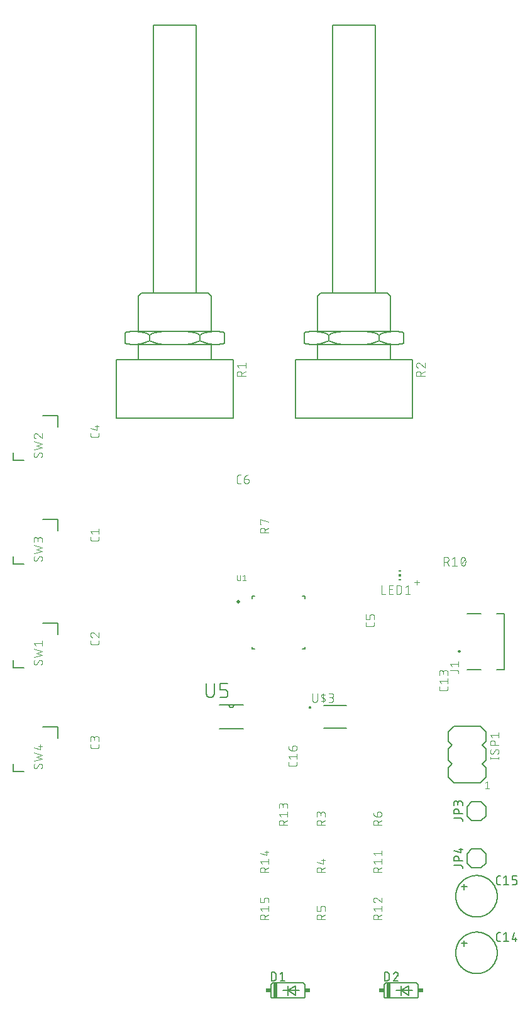
<source format=gto>
G04 EAGLE Gerber RS-274X export*
G75*
%MOMM*%
%FSLAX34Y34*%
%LPD*%
%INSilkscreen Top*%
%IPPOS*%
%AMOC8*
5,1,8,0,0,1.08239X$1,22.5*%
G01*
%ADD10C,0.101600*%
%ADD11C,0.152400*%
%ADD12C,0.127000*%
%ADD13R,0.508000X2.032000*%
%ADD14R,0.635000X0.508000*%
%ADD15C,0.076200*%
%ADD16C,0.200000*%
%ADD17R,0.300000X0.150000*%
%ADD18R,0.300000X0.300000*%
%ADD19C,0.203200*%
%ADD20C,0.508000*%


D10*
X139192Y763336D02*
X139192Y760739D01*
X139190Y760640D01*
X139184Y760540D01*
X139175Y760441D01*
X139162Y760343D01*
X139145Y760245D01*
X139124Y760147D01*
X139099Y760051D01*
X139071Y759956D01*
X139039Y759862D01*
X139004Y759769D01*
X138965Y759677D01*
X138922Y759587D01*
X138877Y759499D01*
X138827Y759412D01*
X138775Y759328D01*
X138719Y759245D01*
X138661Y759165D01*
X138599Y759087D01*
X138534Y759012D01*
X138466Y758939D01*
X138396Y758869D01*
X138323Y758801D01*
X138248Y758736D01*
X138170Y758674D01*
X138090Y758616D01*
X138007Y758560D01*
X137923Y758508D01*
X137836Y758458D01*
X137748Y758413D01*
X137658Y758370D01*
X137566Y758331D01*
X137473Y758296D01*
X137379Y758264D01*
X137284Y758236D01*
X137188Y758211D01*
X137090Y758190D01*
X136992Y758173D01*
X136894Y758160D01*
X136795Y758151D01*
X136695Y758145D01*
X136596Y758143D01*
X130104Y758143D01*
X130104Y758142D02*
X130005Y758144D01*
X129905Y758150D01*
X129806Y758159D01*
X129708Y758172D01*
X129610Y758190D01*
X129512Y758210D01*
X129416Y758235D01*
X129320Y758263D01*
X129226Y758295D01*
X129133Y758330D01*
X129042Y758369D01*
X128952Y758412D01*
X128863Y758457D01*
X128777Y758507D01*
X128692Y758559D01*
X128610Y758615D01*
X128530Y758674D01*
X128452Y758735D01*
X128376Y758800D01*
X128303Y758868D01*
X128233Y758938D01*
X128165Y759011D01*
X128100Y759087D01*
X128039Y759165D01*
X127980Y759245D01*
X127924Y759327D01*
X127872Y759412D01*
X127823Y759498D01*
X127777Y759587D01*
X127734Y759677D01*
X127695Y759768D01*
X127660Y759861D01*
X127628Y759955D01*
X127600Y760051D01*
X127575Y760147D01*
X127555Y760245D01*
X127537Y760343D01*
X127524Y760441D01*
X127515Y760540D01*
X127509Y760639D01*
X127507Y760739D01*
X127508Y760739D02*
X127508Y763336D01*
X130104Y767701D02*
X127508Y770946D01*
X139192Y770946D01*
X139192Y767701D02*
X139192Y774192D01*
X609092Y561406D02*
X609092Y558809D01*
X609090Y558710D01*
X609084Y558610D01*
X609075Y558511D01*
X609062Y558413D01*
X609045Y558315D01*
X609024Y558217D01*
X608999Y558121D01*
X608971Y558026D01*
X608939Y557932D01*
X608904Y557839D01*
X608865Y557747D01*
X608822Y557657D01*
X608777Y557569D01*
X608727Y557482D01*
X608675Y557398D01*
X608619Y557315D01*
X608561Y557235D01*
X608499Y557157D01*
X608434Y557082D01*
X608366Y557009D01*
X608296Y556939D01*
X608223Y556871D01*
X608148Y556806D01*
X608070Y556744D01*
X607990Y556686D01*
X607907Y556630D01*
X607823Y556578D01*
X607736Y556528D01*
X607648Y556483D01*
X607558Y556440D01*
X607466Y556401D01*
X607373Y556366D01*
X607279Y556334D01*
X607184Y556306D01*
X607088Y556281D01*
X606990Y556260D01*
X606892Y556243D01*
X606794Y556230D01*
X606695Y556221D01*
X606595Y556215D01*
X606496Y556213D01*
X600004Y556213D01*
X600004Y556212D02*
X599905Y556214D01*
X599805Y556220D01*
X599706Y556229D01*
X599608Y556242D01*
X599510Y556260D01*
X599412Y556280D01*
X599316Y556305D01*
X599220Y556333D01*
X599126Y556365D01*
X599033Y556400D01*
X598942Y556439D01*
X598852Y556482D01*
X598763Y556527D01*
X598677Y556577D01*
X598592Y556629D01*
X598510Y556685D01*
X598430Y556744D01*
X598352Y556805D01*
X598276Y556870D01*
X598203Y556938D01*
X598133Y557008D01*
X598065Y557081D01*
X598000Y557157D01*
X597939Y557235D01*
X597880Y557315D01*
X597824Y557397D01*
X597772Y557482D01*
X597723Y557568D01*
X597677Y557657D01*
X597634Y557747D01*
X597595Y557838D01*
X597560Y557931D01*
X597528Y558025D01*
X597500Y558121D01*
X597475Y558217D01*
X597455Y558315D01*
X597437Y558413D01*
X597424Y558511D01*
X597415Y558610D01*
X597409Y558709D01*
X597407Y558809D01*
X597408Y558809D02*
X597408Y561406D01*
X600004Y565771D02*
X597408Y569016D01*
X609092Y569016D01*
X609092Y565771D02*
X609092Y572262D01*
X609092Y577201D02*
X609092Y580446D01*
X609090Y580559D01*
X609084Y580672D01*
X609074Y580785D01*
X609060Y580898D01*
X609043Y581010D01*
X609021Y581121D01*
X608996Y581231D01*
X608966Y581341D01*
X608933Y581449D01*
X608896Y581556D01*
X608856Y581662D01*
X608811Y581766D01*
X608763Y581869D01*
X608712Y581970D01*
X608657Y582069D01*
X608599Y582166D01*
X608537Y582261D01*
X608472Y582354D01*
X608404Y582444D01*
X608333Y582532D01*
X608258Y582618D01*
X608181Y582701D01*
X608101Y582781D01*
X608018Y582858D01*
X607932Y582933D01*
X607844Y583004D01*
X607754Y583072D01*
X607661Y583137D01*
X607566Y583199D01*
X607469Y583257D01*
X607370Y583312D01*
X607269Y583363D01*
X607166Y583411D01*
X607062Y583456D01*
X606956Y583496D01*
X606849Y583533D01*
X606741Y583566D01*
X606631Y583596D01*
X606521Y583621D01*
X606410Y583643D01*
X606298Y583660D01*
X606185Y583674D01*
X606072Y583684D01*
X605959Y583690D01*
X605846Y583692D01*
X605733Y583690D01*
X605620Y583684D01*
X605507Y583674D01*
X605394Y583660D01*
X605282Y583643D01*
X605171Y583621D01*
X605061Y583596D01*
X604951Y583566D01*
X604843Y583533D01*
X604736Y583496D01*
X604630Y583456D01*
X604526Y583411D01*
X604423Y583363D01*
X604322Y583312D01*
X604223Y583257D01*
X604126Y583199D01*
X604031Y583137D01*
X603938Y583072D01*
X603848Y583004D01*
X603760Y582933D01*
X603674Y582858D01*
X603591Y582781D01*
X603511Y582701D01*
X603434Y582618D01*
X603359Y582532D01*
X603288Y582444D01*
X603220Y582354D01*
X603155Y582261D01*
X603093Y582166D01*
X603035Y582069D01*
X602980Y581970D01*
X602929Y581869D01*
X602881Y581766D01*
X602836Y581662D01*
X602796Y581556D01*
X602759Y581449D01*
X602726Y581341D01*
X602696Y581231D01*
X602671Y581121D01*
X602649Y581010D01*
X602632Y580898D01*
X602618Y580785D01*
X602608Y580672D01*
X602602Y580559D01*
X602600Y580446D01*
X597408Y581096D02*
X597408Y577201D01*
X597408Y581096D02*
X597410Y581197D01*
X597416Y581297D01*
X597426Y581397D01*
X597439Y581497D01*
X597457Y581596D01*
X597478Y581695D01*
X597503Y581792D01*
X597532Y581889D01*
X597565Y581984D01*
X597601Y582078D01*
X597641Y582170D01*
X597684Y582261D01*
X597731Y582350D01*
X597781Y582437D01*
X597835Y582523D01*
X597892Y582606D01*
X597952Y582686D01*
X598015Y582765D01*
X598082Y582841D01*
X598151Y582914D01*
X598223Y582984D01*
X598297Y583052D01*
X598374Y583117D01*
X598454Y583178D01*
X598536Y583237D01*
X598620Y583292D01*
X598706Y583344D01*
X598794Y583393D01*
X598884Y583438D01*
X598976Y583480D01*
X599069Y583518D01*
X599164Y583552D01*
X599259Y583583D01*
X599356Y583610D01*
X599454Y583633D01*
X599553Y583653D01*
X599653Y583668D01*
X599753Y583680D01*
X599853Y583688D01*
X599954Y583692D01*
X600054Y583692D01*
X600155Y583688D01*
X600255Y583680D01*
X600355Y583668D01*
X600455Y583653D01*
X600554Y583633D01*
X600652Y583610D01*
X600749Y583583D01*
X600844Y583552D01*
X600939Y583518D01*
X601032Y583480D01*
X601124Y583438D01*
X601214Y583393D01*
X601302Y583344D01*
X601388Y583292D01*
X601472Y583237D01*
X601554Y583178D01*
X601634Y583117D01*
X601711Y583052D01*
X601785Y582984D01*
X601857Y582914D01*
X601926Y582841D01*
X601993Y582765D01*
X602056Y582686D01*
X602116Y582606D01*
X602173Y582523D01*
X602227Y582437D01*
X602277Y582350D01*
X602324Y582261D01*
X602367Y582170D01*
X602407Y582078D01*
X602443Y581984D01*
X602476Y581889D01*
X602505Y581792D01*
X602530Y581695D01*
X602551Y581596D01*
X602569Y581497D01*
X602582Y581397D01*
X602592Y581297D01*
X602598Y581197D01*
X602600Y581096D01*
X602601Y581096D02*
X602601Y578499D01*
D11*
X627380Y215900D02*
X631190Y215900D01*
X631190Y212090D01*
X631190Y215900D02*
X635000Y215900D01*
X631190Y215900D02*
X631190Y219710D01*
X619760Y203200D02*
X619768Y203886D01*
X619794Y204571D01*
X619836Y205255D01*
X619895Y205939D01*
X619970Y206620D01*
X620062Y207300D01*
X620171Y207977D01*
X620297Y208651D01*
X620439Y209322D01*
X620597Y209989D01*
X620772Y210652D01*
X620963Y211311D01*
X621170Y211964D01*
X621393Y212613D01*
X621632Y213255D01*
X621887Y213892D01*
X622157Y214522D01*
X622443Y215146D01*
X622743Y215762D01*
X623059Y216371D01*
X623390Y216972D01*
X623735Y217564D01*
X624095Y218148D01*
X624469Y218723D01*
X624857Y219288D01*
X625258Y219844D01*
X625674Y220390D01*
X626102Y220925D01*
X626544Y221450D01*
X626998Y221963D01*
X627465Y222466D01*
X627943Y222957D01*
X628434Y223435D01*
X628937Y223902D01*
X629450Y224356D01*
X629975Y224798D01*
X630510Y225226D01*
X631056Y225642D01*
X631612Y226043D01*
X632177Y226431D01*
X632752Y226805D01*
X633336Y227165D01*
X633928Y227510D01*
X634529Y227841D01*
X635138Y228157D01*
X635754Y228457D01*
X636378Y228743D01*
X637008Y229013D01*
X637645Y229268D01*
X638287Y229507D01*
X638936Y229730D01*
X639589Y229937D01*
X640248Y230128D01*
X640911Y230303D01*
X641578Y230461D01*
X642249Y230603D01*
X642923Y230729D01*
X643600Y230838D01*
X644280Y230930D01*
X644961Y231005D01*
X645645Y231064D01*
X646329Y231106D01*
X647014Y231132D01*
X647700Y231140D01*
X648386Y231132D01*
X649071Y231106D01*
X649755Y231064D01*
X650439Y231005D01*
X651120Y230930D01*
X651800Y230838D01*
X652477Y230729D01*
X653151Y230603D01*
X653822Y230461D01*
X654489Y230303D01*
X655152Y230128D01*
X655811Y229937D01*
X656464Y229730D01*
X657113Y229507D01*
X657755Y229268D01*
X658392Y229013D01*
X659022Y228743D01*
X659646Y228457D01*
X660262Y228157D01*
X660871Y227841D01*
X661472Y227510D01*
X662064Y227165D01*
X662648Y226805D01*
X663223Y226431D01*
X663788Y226043D01*
X664344Y225642D01*
X664890Y225226D01*
X665425Y224798D01*
X665950Y224356D01*
X666463Y223902D01*
X666966Y223435D01*
X667457Y222957D01*
X667935Y222466D01*
X668402Y221963D01*
X668856Y221450D01*
X669298Y220925D01*
X669726Y220390D01*
X670142Y219844D01*
X670543Y219288D01*
X670931Y218723D01*
X671305Y218148D01*
X671665Y217564D01*
X672010Y216972D01*
X672341Y216371D01*
X672657Y215762D01*
X672957Y215146D01*
X673243Y214522D01*
X673513Y213892D01*
X673768Y213255D01*
X674007Y212613D01*
X674230Y211964D01*
X674437Y211311D01*
X674628Y210652D01*
X674803Y209989D01*
X674961Y209322D01*
X675103Y208651D01*
X675229Y207977D01*
X675338Y207300D01*
X675430Y206620D01*
X675505Y205939D01*
X675564Y205255D01*
X675606Y204571D01*
X675632Y203886D01*
X675640Y203200D01*
X675632Y202514D01*
X675606Y201829D01*
X675564Y201145D01*
X675505Y200461D01*
X675430Y199780D01*
X675338Y199100D01*
X675229Y198423D01*
X675103Y197749D01*
X674961Y197078D01*
X674803Y196411D01*
X674628Y195748D01*
X674437Y195089D01*
X674230Y194436D01*
X674007Y193787D01*
X673768Y193145D01*
X673513Y192508D01*
X673243Y191878D01*
X672957Y191254D01*
X672657Y190638D01*
X672341Y190029D01*
X672010Y189428D01*
X671665Y188836D01*
X671305Y188252D01*
X670931Y187677D01*
X670543Y187112D01*
X670142Y186556D01*
X669726Y186010D01*
X669298Y185475D01*
X668856Y184950D01*
X668402Y184437D01*
X667935Y183934D01*
X667457Y183443D01*
X666966Y182965D01*
X666463Y182498D01*
X665950Y182044D01*
X665425Y181602D01*
X664890Y181174D01*
X664344Y180758D01*
X663788Y180357D01*
X663223Y179969D01*
X662648Y179595D01*
X662064Y179235D01*
X661472Y178890D01*
X660871Y178559D01*
X660262Y178243D01*
X659646Y177943D01*
X659022Y177657D01*
X658392Y177387D01*
X657755Y177132D01*
X657113Y176893D01*
X656464Y176670D01*
X655811Y176463D01*
X655152Y176272D01*
X654489Y176097D01*
X653822Y175939D01*
X653151Y175797D01*
X652477Y175671D01*
X651800Y175562D01*
X651120Y175470D01*
X650439Y175395D01*
X649755Y175336D01*
X649071Y175294D01*
X648386Y175268D01*
X647700Y175260D01*
X647014Y175268D01*
X646329Y175294D01*
X645645Y175336D01*
X644961Y175395D01*
X644280Y175470D01*
X643600Y175562D01*
X642923Y175671D01*
X642249Y175797D01*
X641578Y175939D01*
X640911Y176097D01*
X640248Y176272D01*
X639589Y176463D01*
X638936Y176670D01*
X638287Y176893D01*
X637645Y177132D01*
X637008Y177387D01*
X636378Y177657D01*
X635754Y177943D01*
X635138Y178243D01*
X634529Y178559D01*
X633928Y178890D01*
X633336Y179235D01*
X632752Y179595D01*
X632177Y179969D01*
X631612Y180357D01*
X631056Y180758D01*
X630510Y181174D01*
X629975Y181602D01*
X629450Y182044D01*
X628937Y182498D01*
X628434Y182965D01*
X627943Y183443D01*
X627465Y183934D01*
X626998Y184437D01*
X626544Y184950D01*
X626102Y185475D01*
X625674Y186010D01*
X625258Y186556D01*
X624857Y187112D01*
X624469Y187677D01*
X624095Y188252D01*
X623735Y188836D01*
X623390Y189428D01*
X623059Y190029D01*
X622743Y190638D01*
X622443Y191254D01*
X622157Y191878D01*
X621887Y192508D01*
X621632Y193145D01*
X621393Y193787D01*
X621170Y194436D01*
X620963Y195089D01*
X620772Y195748D01*
X620597Y196411D01*
X620439Y197078D01*
X620297Y197749D01*
X620171Y198423D01*
X620062Y199100D01*
X619970Y199780D01*
X619895Y200461D01*
X619836Y201145D01*
X619794Y201829D01*
X619768Y202514D01*
X619760Y203200D01*
D12*
X677545Y219075D02*
X680085Y219075D01*
X677545Y219075D02*
X677445Y219077D01*
X677346Y219083D01*
X677246Y219093D01*
X677148Y219106D01*
X677049Y219124D01*
X676952Y219145D01*
X676856Y219170D01*
X676760Y219199D01*
X676666Y219232D01*
X676573Y219268D01*
X676482Y219308D01*
X676392Y219352D01*
X676304Y219399D01*
X676218Y219449D01*
X676134Y219503D01*
X676052Y219560D01*
X675973Y219620D01*
X675895Y219684D01*
X675821Y219750D01*
X675749Y219819D01*
X675680Y219891D01*
X675614Y219965D01*
X675550Y220043D01*
X675490Y220122D01*
X675433Y220204D01*
X675379Y220288D01*
X675329Y220374D01*
X675282Y220462D01*
X675238Y220552D01*
X675198Y220643D01*
X675162Y220736D01*
X675129Y220830D01*
X675100Y220926D01*
X675075Y221022D01*
X675054Y221119D01*
X675036Y221218D01*
X675023Y221316D01*
X675013Y221416D01*
X675007Y221515D01*
X675005Y221615D01*
X675005Y227965D01*
X675007Y228065D01*
X675013Y228164D01*
X675023Y228264D01*
X675036Y228362D01*
X675054Y228461D01*
X675075Y228558D01*
X675100Y228654D01*
X675129Y228750D01*
X675162Y228844D01*
X675198Y228937D01*
X675238Y229028D01*
X675282Y229118D01*
X675329Y229206D01*
X675379Y229292D01*
X675433Y229376D01*
X675490Y229458D01*
X675550Y229537D01*
X675614Y229615D01*
X675680Y229689D01*
X675749Y229761D01*
X675821Y229830D01*
X675895Y229896D01*
X675973Y229960D01*
X676052Y230020D01*
X676134Y230077D01*
X676218Y230131D01*
X676304Y230181D01*
X676392Y230228D01*
X676482Y230272D01*
X676573Y230312D01*
X676666Y230348D01*
X676760Y230381D01*
X676856Y230410D01*
X676952Y230435D01*
X677049Y230456D01*
X677148Y230474D01*
X677246Y230487D01*
X677346Y230497D01*
X677445Y230503D01*
X677545Y230505D01*
X680085Y230505D01*
X684567Y227965D02*
X687742Y230505D01*
X687742Y219075D01*
X684567Y219075D02*
X690917Y219075D01*
X695997Y221615D02*
X698537Y230505D01*
X695997Y221615D02*
X702347Y221615D01*
X700442Y224155D02*
X700442Y219075D01*
D11*
X631190Y292100D02*
X627380Y292100D01*
X631190Y292100D02*
X631190Y288290D01*
X631190Y292100D02*
X635000Y292100D01*
X631190Y292100D02*
X631190Y295910D01*
X619760Y279400D02*
X619768Y280086D01*
X619794Y280771D01*
X619836Y281455D01*
X619895Y282139D01*
X619970Y282820D01*
X620062Y283500D01*
X620171Y284177D01*
X620297Y284851D01*
X620439Y285522D01*
X620597Y286189D01*
X620772Y286852D01*
X620963Y287511D01*
X621170Y288164D01*
X621393Y288813D01*
X621632Y289455D01*
X621887Y290092D01*
X622157Y290722D01*
X622443Y291346D01*
X622743Y291962D01*
X623059Y292571D01*
X623390Y293172D01*
X623735Y293764D01*
X624095Y294348D01*
X624469Y294923D01*
X624857Y295488D01*
X625258Y296044D01*
X625674Y296590D01*
X626102Y297125D01*
X626544Y297650D01*
X626998Y298163D01*
X627465Y298666D01*
X627943Y299157D01*
X628434Y299635D01*
X628937Y300102D01*
X629450Y300556D01*
X629975Y300998D01*
X630510Y301426D01*
X631056Y301842D01*
X631612Y302243D01*
X632177Y302631D01*
X632752Y303005D01*
X633336Y303365D01*
X633928Y303710D01*
X634529Y304041D01*
X635138Y304357D01*
X635754Y304657D01*
X636378Y304943D01*
X637008Y305213D01*
X637645Y305468D01*
X638287Y305707D01*
X638936Y305930D01*
X639589Y306137D01*
X640248Y306328D01*
X640911Y306503D01*
X641578Y306661D01*
X642249Y306803D01*
X642923Y306929D01*
X643600Y307038D01*
X644280Y307130D01*
X644961Y307205D01*
X645645Y307264D01*
X646329Y307306D01*
X647014Y307332D01*
X647700Y307340D01*
X648386Y307332D01*
X649071Y307306D01*
X649755Y307264D01*
X650439Y307205D01*
X651120Y307130D01*
X651800Y307038D01*
X652477Y306929D01*
X653151Y306803D01*
X653822Y306661D01*
X654489Y306503D01*
X655152Y306328D01*
X655811Y306137D01*
X656464Y305930D01*
X657113Y305707D01*
X657755Y305468D01*
X658392Y305213D01*
X659022Y304943D01*
X659646Y304657D01*
X660262Y304357D01*
X660871Y304041D01*
X661472Y303710D01*
X662064Y303365D01*
X662648Y303005D01*
X663223Y302631D01*
X663788Y302243D01*
X664344Y301842D01*
X664890Y301426D01*
X665425Y300998D01*
X665950Y300556D01*
X666463Y300102D01*
X666966Y299635D01*
X667457Y299157D01*
X667935Y298666D01*
X668402Y298163D01*
X668856Y297650D01*
X669298Y297125D01*
X669726Y296590D01*
X670142Y296044D01*
X670543Y295488D01*
X670931Y294923D01*
X671305Y294348D01*
X671665Y293764D01*
X672010Y293172D01*
X672341Y292571D01*
X672657Y291962D01*
X672957Y291346D01*
X673243Y290722D01*
X673513Y290092D01*
X673768Y289455D01*
X674007Y288813D01*
X674230Y288164D01*
X674437Y287511D01*
X674628Y286852D01*
X674803Y286189D01*
X674961Y285522D01*
X675103Y284851D01*
X675229Y284177D01*
X675338Y283500D01*
X675430Y282820D01*
X675505Y282139D01*
X675564Y281455D01*
X675606Y280771D01*
X675632Y280086D01*
X675640Y279400D01*
X675632Y278714D01*
X675606Y278029D01*
X675564Y277345D01*
X675505Y276661D01*
X675430Y275980D01*
X675338Y275300D01*
X675229Y274623D01*
X675103Y273949D01*
X674961Y273278D01*
X674803Y272611D01*
X674628Y271948D01*
X674437Y271289D01*
X674230Y270636D01*
X674007Y269987D01*
X673768Y269345D01*
X673513Y268708D01*
X673243Y268078D01*
X672957Y267454D01*
X672657Y266838D01*
X672341Y266229D01*
X672010Y265628D01*
X671665Y265036D01*
X671305Y264452D01*
X670931Y263877D01*
X670543Y263312D01*
X670142Y262756D01*
X669726Y262210D01*
X669298Y261675D01*
X668856Y261150D01*
X668402Y260637D01*
X667935Y260134D01*
X667457Y259643D01*
X666966Y259165D01*
X666463Y258698D01*
X665950Y258244D01*
X665425Y257802D01*
X664890Y257374D01*
X664344Y256958D01*
X663788Y256557D01*
X663223Y256169D01*
X662648Y255795D01*
X662064Y255435D01*
X661472Y255090D01*
X660871Y254759D01*
X660262Y254443D01*
X659646Y254143D01*
X659022Y253857D01*
X658392Y253587D01*
X657755Y253332D01*
X657113Y253093D01*
X656464Y252870D01*
X655811Y252663D01*
X655152Y252472D01*
X654489Y252297D01*
X653822Y252139D01*
X653151Y251997D01*
X652477Y251871D01*
X651800Y251762D01*
X651120Y251670D01*
X650439Y251595D01*
X649755Y251536D01*
X649071Y251494D01*
X648386Y251468D01*
X647700Y251460D01*
X647014Y251468D01*
X646329Y251494D01*
X645645Y251536D01*
X644961Y251595D01*
X644280Y251670D01*
X643600Y251762D01*
X642923Y251871D01*
X642249Y251997D01*
X641578Y252139D01*
X640911Y252297D01*
X640248Y252472D01*
X639589Y252663D01*
X638936Y252870D01*
X638287Y253093D01*
X637645Y253332D01*
X637008Y253587D01*
X636378Y253857D01*
X635754Y254143D01*
X635138Y254443D01*
X634529Y254759D01*
X633928Y255090D01*
X633336Y255435D01*
X632752Y255795D01*
X632177Y256169D01*
X631612Y256557D01*
X631056Y256958D01*
X630510Y257374D01*
X629975Y257802D01*
X629450Y258244D01*
X628937Y258698D01*
X628434Y259165D01*
X627943Y259643D01*
X627465Y260134D01*
X626998Y260637D01*
X626544Y261150D01*
X626102Y261675D01*
X625674Y262210D01*
X625258Y262756D01*
X624857Y263312D01*
X624469Y263877D01*
X624095Y264452D01*
X623735Y265036D01*
X623390Y265628D01*
X623059Y266229D01*
X622743Y266838D01*
X622443Y267454D01*
X622157Y268078D01*
X621887Y268708D01*
X621632Y269345D01*
X621393Y269987D01*
X621170Y270636D01*
X620963Y271289D01*
X620772Y271948D01*
X620597Y272611D01*
X620439Y273278D01*
X620297Y273949D01*
X620171Y274623D01*
X620062Y275300D01*
X619970Y275980D01*
X619895Y276661D01*
X619836Y277345D01*
X619794Y278029D01*
X619768Y278714D01*
X619760Y279400D01*
D12*
X677545Y295275D02*
X680085Y295275D01*
X677545Y295275D02*
X677445Y295277D01*
X677346Y295283D01*
X677246Y295293D01*
X677148Y295306D01*
X677049Y295324D01*
X676952Y295345D01*
X676856Y295370D01*
X676760Y295399D01*
X676666Y295432D01*
X676573Y295468D01*
X676482Y295508D01*
X676392Y295552D01*
X676304Y295599D01*
X676218Y295649D01*
X676134Y295703D01*
X676052Y295760D01*
X675973Y295820D01*
X675895Y295884D01*
X675821Y295950D01*
X675749Y296019D01*
X675680Y296091D01*
X675614Y296165D01*
X675550Y296243D01*
X675490Y296322D01*
X675433Y296404D01*
X675379Y296488D01*
X675329Y296574D01*
X675282Y296662D01*
X675238Y296752D01*
X675198Y296843D01*
X675162Y296936D01*
X675129Y297030D01*
X675100Y297126D01*
X675075Y297222D01*
X675054Y297319D01*
X675036Y297418D01*
X675023Y297516D01*
X675013Y297616D01*
X675007Y297715D01*
X675005Y297815D01*
X675005Y304165D01*
X675007Y304265D01*
X675013Y304364D01*
X675023Y304464D01*
X675036Y304562D01*
X675054Y304661D01*
X675075Y304758D01*
X675100Y304854D01*
X675129Y304950D01*
X675162Y305044D01*
X675198Y305137D01*
X675238Y305228D01*
X675282Y305318D01*
X675329Y305406D01*
X675379Y305492D01*
X675433Y305576D01*
X675490Y305658D01*
X675550Y305737D01*
X675614Y305815D01*
X675680Y305889D01*
X675749Y305961D01*
X675821Y306030D01*
X675895Y306096D01*
X675973Y306160D01*
X676052Y306220D01*
X676134Y306277D01*
X676218Y306331D01*
X676304Y306381D01*
X676392Y306428D01*
X676482Y306472D01*
X676573Y306512D01*
X676666Y306548D01*
X676760Y306581D01*
X676856Y306610D01*
X676952Y306635D01*
X677049Y306656D01*
X677148Y306674D01*
X677246Y306687D01*
X677346Y306697D01*
X677445Y306703D01*
X677545Y306705D01*
X680085Y306705D01*
X684567Y304165D02*
X687742Y306705D01*
X687742Y295275D01*
X684567Y295275D02*
X690917Y295275D01*
X695997Y295275D02*
X699807Y295275D01*
X699907Y295277D01*
X700006Y295283D01*
X700106Y295293D01*
X700204Y295306D01*
X700303Y295324D01*
X700400Y295345D01*
X700496Y295370D01*
X700592Y295399D01*
X700686Y295432D01*
X700779Y295468D01*
X700870Y295508D01*
X700960Y295552D01*
X701048Y295599D01*
X701134Y295649D01*
X701218Y295703D01*
X701300Y295760D01*
X701379Y295820D01*
X701457Y295884D01*
X701531Y295950D01*
X701603Y296019D01*
X701672Y296091D01*
X701738Y296165D01*
X701802Y296243D01*
X701862Y296322D01*
X701919Y296404D01*
X701973Y296488D01*
X702023Y296574D01*
X702070Y296662D01*
X702114Y296752D01*
X702154Y296843D01*
X702190Y296936D01*
X702223Y297030D01*
X702252Y297126D01*
X702277Y297222D01*
X702298Y297319D01*
X702316Y297418D01*
X702329Y297516D01*
X702339Y297616D01*
X702345Y297715D01*
X702347Y297815D01*
X702347Y299085D01*
X702345Y299185D01*
X702339Y299284D01*
X702329Y299384D01*
X702316Y299482D01*
X702298Y299581D01*
X702277Y299678D01*
X702252Y299774D01*
X702223Y299870D01*
X702190Y299964D01*
X702154Y300057D01*
X702114Y300148D01*
X702070Y300238D01*
X702023Y300326D01*
X701973Y300412D01*
X701919Y300496D01*
X701862Y300578D01*
X701802Y300657D01*
X701738Y300735D01*
X701672Y300809D01*
X701603Y300881D01*
X701531Y300950D01*
X701457Y301016D01*
X701379Y301080D01*
X701300Y301140D01*
X701218Y301197D01*
X701134Y301251D01*
X701048Y301301D01*
X700960Y301348D01*
X700870Y301392D01*
X700779Y301432D01*
X700686Y301468D01*
X700592Y301501D01*
X700496Y301530D01*
X700400Y301555D01*
X700303Y301576D01*
X700204Y301594D01*
X700106Y301607D01*
X700006Y301617D01*
X699907Y301623D01*
X699807Y301625D01*
X695997Y301625D01*
X695997Y306705D01*
X702347Y306705D01*
D10*
X405892Y457209D02*
X405892Y459806D01*
X405892Y457209D02*
X405890Y457110D01*
X405884Y457010D01*
X405875Y456911D01*
X405862Y456813D01*
X405845Y456715D01*
X405824Y456617D01*
X405799Y456521D01*
X405771Y456426D01*
X405739Y456332D01*
X405704Y456239D01*
X405665Y456147D01*
X405622Y456057D01*
X405577Y455969D01*
X405527Y455882D01*
X405475Y455798D01*
X405419Y455715D01*
X405361Y455635D01*
X405299Y455557D01*
X405234Y455482D01*
X405166Y455409D01*
X405096Y455339D01*
X405023Y455271D01*
X404948Y455206D01*
X404870Y455144D01*
X404790Y455086D01*
X404707Y455030D01*
X404623Y454978D01*
X404536Y454928D01*
X404448Y454883D01*
X404358Y454840D01*
X404266Y454801D01*
X404173Y454766D01*
X404079Y454734D01*
X403984Y454706D01*
X403888Y454681D01*
X403790Y454660D01*
X403692Y454643D01*
X403594Y454630D01*
X403495Y454621D01*
X403395Y454615D01*
X403296Y454613D01*
X396804Y454613D01*
X396804Y454612D02*
X396705Y454614D01*
X396605Y454620D01*
X396506Y454629D01*
X396408Y454642D01*
X396310Y454660D01*
X396212Y454680D01*
X396116Y454705D01*
X396020Y454733D01*
X395926Y454765D01*
X395833Y454800D01*
X395742Y454839D01*
X395652Y454882D01*
X395563Y454927D01*
X395477Y454977D01*
X395392Y455029D01*
X395310Y455085D01*
X395230Y455144D01*
X395152Y455205D01*
X395076Y455270D01*
X395003Y455338D01*
X394933Y455408D01*
X394865Y455481D01*
X394800Y455557D01*
X394739Y455635D01*
X394680Y455715D01*
X394624Y455797D01*
X394572Y455882D01*
X394523Y455968D01*
X394477Y456057D01*
X394434Y456147D01*
X394395Y456238D01*
X394360Y456331D01*
X394328Y456425D01*
X394300Y456521D01*
X394275Y456617D01*
X394255Y456715D01*
X394237Y456813D01*
X394224Y456911D01*
X394215Y457010D01*
X394209Y457109D01*
X394207Y457209D01*
X394208Y457209D02*
X394208Y459806D01*
X396804Y464171D02*
X394208Y467416D01*
X405892Y467416D01*
X405892Y464171D02*
X405892Y470662D01*
X399401Y475601D02*
X399401Y479496D01*
X399403Y479595D01*
X399409Y479695D01*
X399418Y479794D01*
X399431Y479892D01*
X399448Y479990D01*
X399469Y480088D01*
X399494Y480184D01*
X399522Y480279D01*
X399554Y480373D01*
X399589Y480466D01*
X399628Y480558D01*
X399671Y480648D01*
X399716Y480736D01*
X399766Y480823D01*
X399818Y480907D01*
X399874Y480990D01*
X399932Y481070D01*
X399994Y481148D01*
X400059Y481223D01*
X400127Y481296D01*
X400197Y481366D01*
X400270Y481434D01*
X400345Y481499D01*
X400423Y481561D01*
X400503Y481619D01*
X400586Y481675D01*
X400670Y481727D01*
X400757Y481777D01*
X400845Y481822D01*
X400935Y481865D01*
X401027Y481904D01*
X401120Y481939D01*
X401214Y481971D01*
X401309Y481999D01*
X401405Y482024D01*
X401503Y482045D01*
X401601Y482062D01*
X401699Y482075D01*
X401798Y482084D01*
X401898Y482090D01*
X401997Y482092D01*
X402646Y482092D01*
X402759Y482090D01*
X402872Y482084D01*
X402985Y482074D01*
X403098Y482060D01*
X403210Y482043D01*
X403321Y482021D01*
X403431Y481996D01*
X403541Y481966D01*
X403649Y481933D01*
X403756Y481896D01*
X403862Y481856D01*
X403966Y481811D01*
X404069Y481763D01*
X404170Y481712D01*
X404269Y481657D01*
X404366Y481599D01*
X404461Y481537D01*
X404554Y481472D01*
X404644Y481404D01*
X404732Y481333D01*
X404818Y481258D01*
X404901Y481181D01*
X404981Y481101D01*
X405058Y481018D01*
X405133Y480932D01*
X405204Y480844D01*
X405272Y480754D01*
X405337Y480661D01*
X405399Y480566D01*
X405457Y480469D01*
X405512Y480370D01*
X405563Y480269D01*
X405611Y480166D01*
X405656Y480062D01*
X405696Y479956D01*
X405733Y479849D01*
X405766Y479741D01*
X405796Y479631D01*
X405821Y479521D01*
X405843Y479410D01*
X405860Y479298D01*
X405874Y479185D01*
X405884Y479072D01*
X405890Y478959D01*
X405892Y478846D01*
X405890Y478733D01*
X405884Y478620D01*
X405874Y478507D01*
X405860Y478394D01*
X405843Y478282D01*
X405821Y478171D01*
X405796Y478061D01*
X405766Y477951D01*
X405733Y477843D01*
X405696Y477736D01*
X405656Y477630D01*
X405611Y477526D01*
X405563Y477423D01*
X405512Y477322D01*
X405457Y477223D01*
X405399Y477126D01*
X405337Y477031D01*
X405272Y476938D01*
X405204Y476848D01*
X405133Y476760D01*
X405058Y476674D01*
X404981Y476591D01*
X404901Y476511D01*
X404818Y476434D01*
X404732Y476359D01*
X404644Y476288D01*
X404554Y476220D01*
X404461Y476155D01*
X404366Y476093D01*
X404269Y476035D01*
X404170Y475980D01*
X404069Y475929D01*
X403966Y475881D01*
X403862Y475836D01*
X403756Y475796D01*
X403649Y475759D01*
X403541Y475726D01*
X403431Y475696D01*
X403321Y475671D01*
X403210Y475649D01*
X403098Y475632D01*
X402985Y475618D01*
X402872Y475608D01*
X402759Y475602D01*
X402646Y475600D01*
X402646Y475601D02*
X399401Y475601D01*
X399258Y475603D01*
X399115Y475609D01*
X398972Y475619D01*
X398830Y475633D01*
X398688Y475650D01*
X398546Y475672D01*
X398405Y475697D01*
X398265Y475727D01*
X398126Y475760D01*
X397988Y475797D01*
X397851Y475838D01*
X397715Y475882D01*
X397580Y475931D01*
X397447Y475983D01*
X397315Y476038D01*
X397185Y476098D01*
X397056Y476161D01*
X396929Y476227D01*
X396805Y476297D01*
X396682Y476370D01*
X396561Y476447D01*
X396442Y476526D01*
X396326Y476610D01*
X396211Y476696D01*
X396100Y476785D01*
X395991Y476878D01*
X395884Y476973D01*
X395780Y477072D01*
X395679Y477173D01*
X395580Y477277D01*
X395485Y477383D01*
X395392Y477493D01*
X395303Y477604D01*
X395217Y477718D01*
X395134Y477835D01*
X395054Y477954D01*
X394977Y478075D01*
X394904Y478197D01*
X394834Y478322D01*
X394768Y478449D01*
X394705Y478578D01*
X394645Y478708D01*
X394590Y478840D01*
X394538Y478973D01*
X394489Y479108D01*
X394445Y479244D01*
X394404Y479381D01*
X394367Y479519D01*
X394334Y479658D01*
X394304Y479798D01*
X394279Y479939D01*
X394257Y480081D01*
X394240Y480223D01*
X394226Y480365D01*
X394216Y480508D01*
X394210Y480651D01*
X394208Y480794D01*
X139192Y621039D02*
X139192Y623636D01*
X139192Y621039D02*
X139190Y620940D01*
X139184Y620840D01*
X139175Y620741D01*
X139162Y620643D01*
X139145Y620545D01*
X139124Y620447D01*
X139099Y620351D01*
X139071Y620256D01*
X139039Y620162D01*
X139004Y620069D01*
X138965Y619977D01*
X138922Y619887D01*
X138877Y619799D01*
X138827Y619712D01*
X138775Y619628D01*
X138719Y619545D01*
X138661Y619465D01*
X138599Y619387D01*
X138534Y619312D01*
X138466Y619239D01*
X138396Y619169D01*
X138323Y619101D01*
X138248Y619036D01*
X138170Y618974D01*
X138090Y618916D01*
X138007Y618860D01*
X137923Y618808D01*
X137836Y618758D01*
X137748Y618713D01*
X137658Y618670D01*
X137566Y618631D01*
X137473Y618596D01*
X137379Y618564D01*
X137284Y618536D01*
X137188Y618511D01*
X137090Y618490D01*
X136992Y618473D01*
X136894Y618460D01*
X136795Y618451D01*
X136695Y618445D01*
X136596Y618443D01*
X130104Y618443D01*
X130104Y618442D02*
X130005Y618444D01*
X129905Y618450D01*
X129806Y618459D01*
X129708Y618472D01*
X129610Y618490D01*
X129512Y618510D01*
X129416Y618535D01*
X129320Y618563D01*
X129226Y618595D01*
X129133Y618630D01*
X129042Y618669D01*
X128952Y618712D01*
X128863Y618757D01*
X128777Y618807D01*
X128692Y618859D01*
X128610Y618915D01*
X128530Y618974D01*
X128452Y619035D01*
X128376Y619100D01*
X128303Y619168D01*
X128233Y619238D01*
X128165Y619311D01*
X128100Y619387D01*
X128039Y619465D01*
X127980Y619545D01*
X127924Y619627D01*
X127872Y619712D01*
X127823Y619798D01*
X127777Y619887D01*
X127734Y619977D01*
X127695Y620068D01*
X127660Y620161D01*
X127628Y620255D01*
X127600Y620351D01*
X127575Y620447D01*
X127555Y620545D01*
X127537Y620643D01*
X127524Y620741D01*
X127515Y620840D01*
X127509Y620939D01*
X127507Y621039D01*
X127508Y621039D02*
X127508Y623636D01*
X127508Y631571D02*
X127510Y631678D01*
X127516Y631784D01*
X127526Y631890D01*
X127539Y631996D01*
X127557Y632102D01*
X127578Y632206D01*
X127603Y632310D01*
X127632Y632413D01*
X127664Y632514D01*
X127701Y632614D01*
X127741Y632713D01*
X127784Y632811D01*
X127831Y632907D01*
X127882Y633001D01*
X127936Y633093D01*
X127993Y633183D01*
X128053Y633271D01*
X128117Y633356D01*
X128184Y633439D01*
X128254Y633520D01*
X128326Y633598D01*
X128402Y633674D01*
X128480Y633746D01*
X128561Y633816D01*
X128644Y633883D01*
X128729Y633947D01*
X128817Y634007D01*
X128907Y634064D01*
X128999Y634118D01*
X129093Y634169D01*
X129189Y634216D01*
X129287Y634259D01*
X129386Y634299D01*
X129486Y634336D01*
X129587Y634368D01*
X129690Y634397D01*
X129794Y634422D01*
X129898Y634443D01*
X130004Y634461D01*
X130110Y634474D01*
X130216Y634484D01*
X130322Y634490D01*
X130429Y634492D01*
X127508Y631571D02*
X127510Y631450D01*
X127516Y631329D01*
X127526Y631209D01*
X127539Y631088D01*
X127557Y630969D01*
X127578Y630849D01*
X127603Y630731D01*
X127632Y630614D01*
X127665Y630497D01*
X127701Y630382D01*
X127742Y630268D01*
X127785Y630155D01*
X127833Y630043D01*
X127884Y629934D01*
X127939Y629826D01*
X127997Y629719D01*
X128058Y629615D01*
X128123Y629513D01*
X128191Y629413D01*
X128262Y629315D01*
X128336Y629219D01*
X128413Y629126D01*
X128494Y629036D01*
X128577Y628948D01*
X128663Y628863D01*
X128752Y628780D01*
X128843Y628701D01*
X128937Y628624D01*
X129033Y628551D01*
X129131Y628481D01*
X129232Y628414D01*
X129335Y628350D01*
X129440Y628290D01*
X129547Y628232D01*
X129655Y628179D01*
X129765Y628129D01*
X129877Y628083D01*
X129990Y628040D01*
X130105Y628001D01*
X132701Y633518D02*
X132623Y633597D01*
X132543Y633673D01*
X132460Y633746D01*
X132374Y633816D01*
X132287Y633883D01*
X132196Y633947D01*
X132104Y634007D01*
X132010Y634065D01*
X131913Y634119D01*
X131815Y634169D01*
X131715Y634216D01*
X131614Y634260D01*
X131511Y634300D01*
X131406Y634336D01*
X131301Y634368D01*
X131194Y634397D01*
X131087Y634422D01*
X130978Y634444D01*
X130869Y634461D01*
X130760Y634475D01*
X130650Y634484D01*
X130539Y634490D01*
X130429Y634492D01*
X132701Y633518D02*
X139192Y628001D01*
X139192Y634492D01*
X139192Y483936D02*
X139192Y481339D01*
X139190Y481240D01*
X139184Y481140D01*
X139175Y481041D01*
X139162Y480943D01*
X139145Y480845D01*
X139124Y480747D01*
X139099Y480651D01*
X139071Y480556D01*
X139039Y480462D01*
X139004Y480369D01*
X138965Y480277D01*
X138922Y480187D01*
X138877Y480099D01*
X138827Y480012D01*
X138775Y479928D01*
X138719Y479845D01*
X138661Y479765D01*
X138599Y479687D01*
X138534Y479612D01*
X138466Y479539D01*
X138396Y479469D01*
X138323Y479401D01*
X138248Y479336D01*
X138170Y479274D01*
X138090Y479216D01*
X138007Y479160D01*
X137923Y479108D01*
X137836Y479058D01*
X137748Y479013D01*
X137658Y478970D01*
X137566Y478931D01*
X137473Y478896D01*
X137379Y478864D01*
X137284Y478836D01*
X137188Y478811D01*
X137090Y478790D01*
X136992Y478773D01*
X136894Y478760D01*
X136795Y478751D01*
X136695Y478745D01*
X136596Y478743D01*
X130104Y478743D01*
X130104Y478742D02*
X130005Y478744D01*
X129905Y478750D01*
X129806Y478759D01*
X129708Y478772D01*
X129610Y478790D01*
X129512Y478810D01*
X129416Y478835D01*
X129320Y478863D01*
X129226Y478895D01*
X129133Y478930D01*
X129042Y478969D01*
X128952Y479012D01*
X128863Y479057D01*
X128777Y479107D01*
X128692Y479159D01*
X128610Y479215D01*
X128530Y479274D01*
X128452Y479335D01*
X128376Y479400D01*
X128303Y479468D01*
X128233Y479538D01*
X128165Y479611D01*
X128100Y479687D01*
X128039Y479765D01*
X127980Y479845D01*
X127924Y479927D01*
X127872Y480012D01*
X127823Y480098D01*
X127777Y480187D01*
X127734Y480277D01*
X127695Y480368D01*
X127660Y480461D01*
X127628Y480555D01*
X127600Y480651D01*
X127575Y480747D01*
X127555Y480845D01*
X127537Y480943D01*
X127524Y481041D01*
X127515Y481140D01*
X127509Y481239D01*
X127507Y481339D01*
X127508Y481339D02*
X127508Y483936D01*
X139192Y488301D02*
X139192Y491546D01*
X139190Y491659D01*
X139184Y491772D01*
X139174Y491885D01*
X139160Y491998D01*
X139143Y492110D01*
X139121Y492221D01*
X139096Y492331D01*
X139066Y492441D01*
X139033Y492549D01*
X138996Y492656D01*
X138956Y492762D01*
X138911Y492866D01*
X138863Y492969D01*
X138812Y493070D01*
X138757Y493169D01*
X138699Y493266D01*
X138637Y493361D01*
X138572Y493454D01*
X138504Y493544D01*
X138433Y493632D01*
X138358Y493718D01*
X138281Y493801D01*
X138201Y493881D01*
X138118Y493958D01*
X138032Y494033D01*
X137944Y494104D01*
X137854Y494172D01*
X137761Y494237D01*
X137666Y494299D01*
X137569Y494357D01*
X137470Y494412D01*
X137369Y494463D01*
X137266Y494511D01*
X137162Y494556D01*
X137056Y494596D01*
X136949Y494633D01*
X136841Y494666D01*
X136731Y494696D01*
X136621Y494721D01*
X136510Y494743D01*
X136398Y494760D01*
X136285Y494774D01*
X136172Y494784D01*
X136059Y494790D01*
X135946Y494792D01*
X135833Y494790D01*
X135720Y494784D01*
X135607Y494774D01*
X135494Y494760D01*
X135382Y494743D01*
X135271Y494721D01*
X135161Y494696D01*
X135051Y494666D01*
X134943Y494633D01*
X134836Y494596D01*
X134730Y494556D01*
X134626Y494511D01*
X134523Y494463D01*
X134422Y494412D01*
X134323Y494357D01*
X134226Y494299D01*
X134131Y494237D01*
X134038Y494172D01*
X133948Y494104D01*
X133860Y494033D01*
X133774Y493958D01*
X133691Y493881D01*
X133611Y493801D01*
X133534Y493718D01*
X133459Y493632D01*
X133388Y493544D01*
X133320Y493454D01*
X133255Y493361D01*
X133193Y493266D01*
X133135Y493169D01*
X133080Y493070D01*
X133029Y492969D01*
X132981Y492866D01*
X132936Y492762D01*
X132896Y492656D01*
X132859Y492549D01*
X132826Y492441D01*
X132796Y492331D01*
X132771Y492221D01*
X132749Y492110D01*
X132732Y491998D01*
X132718Y491885D01*
X132708Y491772D01*
X132702Y491659D01*
X132700Y491546D01*
X127508Y492196D02*
X127508Y488301D01*
X127508Y492196D02*
X127510Y492297D01*
X127516Y492397D01*
X127526Y492497D01*
X127539Y492597D01*
X127557Y492696D01*
X127578Y492795D01*
X127603Y492892D01*
X127632Y492989D01*
X127665Y493084D01*
X127701Y493178D01*
X127741Y493270D01*
X127784Y493361D01*
X127831Y493450D01*
X127881Y493537D01*
X127935Y493623D01*
X127992Y493706D01*
X128052Y493786D01*
X128115Y493865D01*
X128182Y493941D01*
X128251Y494014D01*
X128323Y494084D01*
X128397Y494152D01*
X128474Y494217D01*
X128554Y494278D01*
X128636Y494337D01*
X128720Y494392D01*
X128806Y494444D01*
X128894Y494493D01*
X128984Y494538D01*
X129076Y494580D01*
X129169Y494618D01*
X129264Y494652D01*
X129359Y494683D01*
X129456Y494710D01*
X129554Y494733D01*
X129653Y494753D01*
X129753Y494768D01*
X129853Y494780D01*
X129953Y494788D01*
X130054Y494792D01*
X130154Y494792D01*
X130255Y494788D01*
X130355Y494780D01*
X130455Y494768D01*
X130555Y494753D01*
X130654Y494733D01*
X130752Y494710D01*
X130849Y494683D01*
X130944Y494652D01*
X131039Y494618D01*
X131132Y494580D01*
X131224Y494538D01*
X131314Y494493D01*
X131402Y494444D01*
X131488Y494392D01*
X131572Y494337D01*
X131654Y494278D01*
X131734Y494217D01*
X131811Y494152D01*
X131885Y494084D01*
X131957Y494014D01*
X132026Y493941D01*
X132093Y493865D01*
X132156Y493786D01*
X132216Y493706D01*
X132273Y493623D01*
X132327Y493537D01*
X132377Y493450D01*
X132424Y493361D01*
X132467Y493270D01*
X132507Y493178D01*
X132543Y493084D01*
X132576Y492989D01*
X132605Y492892D01*
X132630Y492795D01*
X132651Y492696D01*
X132669Y492597D01*
X132682Y492497D01*
X132692Y492397D01*
X132698Y492297D01*
X132700Y492196D01*
X132701Y492196D02*
X132701Y489599D01*
X139192Y900439D02*
X139192Y903036D01*
X139192Y900439D02*
X139190Y900340D01*
X139184Y900240D01*
X139175Y900141D01*
X139162Y900043D01*
X139145Y899945D01*
X139124Y899847D01*
X139099Y899751D01*
X139071Y899656D01*
X139039Y899562D01*
X139004Y899469D01*
X138965Y899377D01*
X138922Y899287D01*
X138877Y899199D01*
X138827Y899112D01*
X138775Y899028D01*
X138719Y898945D01*
X138661Y898865D01*
X138599Y898787D01*
X138534Y898712D01*
X138466Y898639D01*
X138396Y898569D01*
X138323Y898501D01*
X138248Y898436D01*
X138170Y898374D01*
X138090Y898316D01*
X138007Y898260D01*
X137923Y898208D01*
X137836Y898158D01*
X137748Y898113D01*
X137658Y898070D01*
X137566Y898031D01*
X137473Y897996D01*
X137379Y897964D01*
X137284Y897936D01*
X137188Y897911D01*
X137090Y897890D01*
X136992Y897873D01*
X136894Y897860D01*
X136795Y897851D01*
X136695Y897845D01*
X136596Y897843D01*
X130104Y897843D01*
X130104Y897842D02*
X130005Y897844D01*
X129905Y897850D01*
X129806Y897859D01*
X129708Y897872D01*
X129610Y897890D01*
X129512Y897910D01*
X129416Y897935D01*
X129320Y897963D01*
X129226Y897995D01*
X129133Y898030D01*
X129042Y898069D01*
X128952Y898112D01*
X128863Y898157D01*
X128777Y898207D01*
X128692Y898259D01*
X128610Y898315D01*
X128530Y898374D01*
X128452Y898435D01*
X128376Y898500D01*
X128303Y898568D01*
X128233Y898638D01*
X128165Y898711D01*
X128100Y898787D01*
X128039Y898865D01*
X127980Y898945D01*
X127924Y899027D01*
X127872Y899112D01*
X127823Y899198D01*
X127777Y899287D01*
X127734Y899377D01*
X127695Y899468D01*
X127660Y899561D01*
X127628Y899655D01*
X127600Y899751D01*
X127575Y899847D01*
X127555Y899945D01*
X127537Y900043D01*
X127524Y900141D01*
X127515Y900240D01*
X127509Y900339D01*
X127507Y900439D01*
X127508Y900439D02*
X127508Y903036D01*
X127508Y909997D02*
X136596Y907401D01*
X136596Y913892D01*
X133999Y911945D02*
X139192Y911945D01*
D11*
X387350Y152400D02*
X393700Y152400D01*
X403860Y158750D02*
X403860Y146050D01*
X393700Y152400D01*
X408940Y152400D01*
X403860Y158750D02*
X393700Y152400D01*
X393700Y158750D01*
X393700Y152400D02*
X393700Y146050D01*
X414020Y162560D02*
X414120Y162558D01*
X414219Y162552D01*
X414319Y162542D01*
X414417Y162529D01*
X414516Y162511D01*
X414613Y162490D01*
X414709Y162465D01*
X414805Y162436D01*
X414899Y162403D01*
X414992Y162367D01*
X415083Y162327D01*
X415173Y162283D01*
X415261Y162236D01*
X415347Y162186D01*
X415431Y162132D01*
X415513Y162075D01*
X415592Y162015D01*
X415670Y161951D01*
X415744Y161885D01*
X415816Y161816D01*
X415885Y161744D01*
X415951Y161670D01*
X416015Y161592D01*
X416075Y161513D01*
X416132Y161431D01*
X416186Y161347D01*
X416236Y161261D01*
X416283Y161173D01*
X416327Y161083D01*
X416367Y160992D01*
X416403Y160899D01*
X416436Y160805D01*
X416465Y160709D01*
X416490Y160613D01*
X416511Y160516D01*
X416529Y160417D01*
X416542Y160319D01*
X416552Y160219D01*
X416558Y160120D01*
X416560Y160020D01*
X416560Y144780D01*
X416558Y144680D01*
X416552Y144581D01*
X416542Y144481D01*
X416529Y144383D01*
X416511Y144284D01*
X416490Y144187D01*
X416465Y144091D01*
X416436Y143995D01*
X416403Y143901D01*
X416367Y143808D01*
X416327Y143717D01*
X416283Y143627D01*
X416236Y143539D01*
X416186Y143453D01*
X416132Y143369D01*
X416075Y143287D01*
X416015Y143208D01*
X415951Y143130D01*
X415885Y143056D01*
X415816Y142984D01*
X415744Y142915D01*
X415670Y142849D01*
X415592Y142785D01*
X415513Y142725D01*
X415431Y142668D01*
X415347Y142614D01*
X415261Y142564D01*
X415173Y142517D01*
X415083Y142473D01*
X414992Y142433D01*
X414899Y142397D01*
X414805Y142364D01*
X414709Y142335D01*
X414613Y142310D01*
X414516Y142289D01*
X414417Y142271D01*
X414319Y142258D01*
X414219Y142248D01*
X414120Y142242D01*
X414020Y142240D01*
X373380Y162560D02*
X373280Y162558D01*
X373181Y162552D01*
X373081Y162542D01*
X372983Y162529D01*
X372884Y162511D01*
X372787Y162490D01*
X372691Y162465D01*
X372595Y162436D01*
X372501Y162403D01*
X372408Y162367D01*
X372317Y162327D01*
X372227Y162283D01*
X372139Y162236D01*
X372053Y162186D01*
X371969Y162132D01*
X371887Y162075D01*
X371808Y162015D01*
X371730Y161951D01*
X371656Y161885D01*
X371584Y161816D01*
X371515Y161744D01*
X371449Y161670D01*
X371385Y161592D01*
X371325Y161513D01*
X371268Y161431D01*
X371214Y161347D01*
X371164Y161261D01*
X371117Y161173D01*
X371073Y161083D01*
X371033Y160992D01*
X370997Y160899D01*
X370964Y160805D01*
X370935Y160709D01*
X370910Y160613D01*
X370889Y160516D01*
X370871Y160417D01*
X370858Y160319D01*
X370848Y160219D01*
X370842Y160120D01*
X370840Y160020D01*
X370840Y144780D02*
X370842Y144680D01*
X370848Y144581D01*
X370858Y144481D01*
X370871Y144383D01*
X370889Y144284D01*
X370910Y144187D01*
X370935Y144091D01*
X370964Y143995D01*
X370997Y143901D01*
X371033Y143808D01*
X371073Y143717D01*
X371117Y143627D01*
X371164Y143539D01*
X371214Y143453D01*
X371268Y143369D01*
X371325Y143287D01*
X371385Y143208D01*
X371449Y143130D01*
X371515Y143056D01*
X371584Y142984D01*
X371656Y142915D01*
X371730Y142849D01*
X371808Y142785D01*
X371887Y142725D01*
X371969Y142668D01*
X372053Y142614D01*
X372139Y142564D01*
X372227Y142517D01*
X372317Y142473D01*
X372408Y142433D01*
X372501Y142397D01*
X372595Y142364D01*
X372691Y142335D01*
X372787Y142310D01*
X372884Y142289D01*
X372983Y142271D01*
X373081Y142258D01*
X373181Y142248D01*
X373280Y142242D01*
X373380Y142240D01*
X414020Y142240D01*
X370840Y144780D02*
X370840Y160020D01*
X373380Y162560D02*
X414020Y162560D01*
D13*
X377190Y152400D03*
D14*
X419735Y152400D03*
X367665Y152400D03*
D12*
X371475Y165735D02*
X371475Y177165D01*
X374650Y177165D01*
X374761Y177163D01*
X374871Y177157D01*
X374982Y177148D01*
X375092Y177134D01*
X375201Y177117D01*
X375310Y177096D01*
X375418Y177071D01*
X375525Y177042D01*
X375631Y177010D01*
X375736Y176974D01*
X375839Y176934D01*
X375941Y176891D01*
X376042Y176844D01*
X376141Y176793D01*
X376238Y176740D01*
X376332Y176683D01*
X376425Y176622D01*
X376516Y176559D01*
X376605Y176492D01*
X376691Y176422D01*
X376774Y176349D01*
X376856Y176274D01*
X376934Y176196D01*
X377009Y176114D01*
X377082Y176031D01*
X377152Y175945D01*
X377219Y175856D01*
X377282Y175765D01*
X377343Y175672D01*
X377400Y175578D01*
X377453Y175481D01*
X377504Y175382D01*
X377551Y175281D01*
X377594Y175179D01*
X377634Y175076D01*
X377670Y174971D01*
X377702Y174865D01*
X377731Y174758D01*
X377756Y174650D01*
X377777Y174541D01*
X377794Y174432D01*
X377808Y174322D01*
X377817Y174211D01*
X377823Y174101D01*
X377825Y173990D01*
X377825Y168910D01*
X377823Y168799D01*
X377817Y168689D01*
X377808Y168578D01*
X377794Y168468D01*
X377777Y168359D01*
X377756Y168250D01*
X377731Y168142D01*
X377702Y168035D01*
X377670Y167929D01*
X377634Y167824D01*
X377594Y167721D01*
X377551Y167619D01*
X377504Y167518D01*
X377453Y167419D01*
X377400Y167322D01*
X377343Y167228D01*
X377282Y167135D01*
X377219Y167044D01*
X377152Y166955D01*
X377082Y166869D01*
X377009Y166786D01*
X376934Y166704D01*
X376856Y166626D01*
X376774Y166551D01*
X376691Y166478D01*
X376605Y166408D01*
X376516Y166341D01*
X376425Y166278D01*
X376332Y166217D01*
X376238Y166160D01*
X376141Y166107D01*
X376042Y166056D01*
X375941Y166009D01*
X375839Y165966D01*
X375736Y165926D01*
X375631Y165890D01*
X375525Y165858D01*
X375418Y165829D01*
X375310Y165804D01*
X375201Y165783D01*
X375092Y165766D01*
X374982Y165752D01*
X374871Y165743D01*
X374761Y165737D01*
X374650Y165735D01*
X371475Y165735D01*
X383286Y174625D02*
X386461Y177165D01*
X386461Y165735D01*
X383286Y165735D02*
X389636Y165735D01*
D11*
X539750Y152400D02*
X546100Y152400D01*
X556260Y158750D02*
X556260Y146050D01*
X546100Y152400D01*
X561340Y152400D01*
X556260Y158750D02*
X546100Y152400D01*
X546100Y158750D01*
X546100Y152400D02*
X546100Y146050D01*
X566420Y162560D02*
X566520Y162558D01*
X566619Y162552D01*
X566719Y162542D01*
X566817Y162529D01*
X566916Y162511D01*
X567013Y162490D01*
X567109Y162465D01*
X567205Y162436D01*
X567299Y162403D01*
X567392Y162367D01*
X567483Y162327D01*
X567573Y162283D01*
X567661Y162236D01*
X567747Y162186D01*
X567831Y162132D01*
X567913Y162075D01*
X567992Y162015D01*
X568070Y161951D01*
X568144Y161885D01*
X568216Y161816D01*
X568285Y161744D01*
X568351Y161670D01*
X568415Y161592D01*
X568475Y161513D01*
X568532Y161431D01*
X568586Y161347D01*
X568636Y161261D01*
X568683Y161173D01*
X568727Y161083D01*
X568767Y160992D01*
X568803Y160899D01*
X568836Y160805D01*
X568865Y160709D01*
X568890Y160613D01*
X568911Y160516D01*
X568929Y160417D01*
X568942Y160319D01*
X568952Y160219D01*
X568958Y160120D01*
X568960Y160020D01*
X568960Y144780D01*
X568958Y144680D01*
X568952Y144581D01*
X568942Y144481D01*
X568929Y144383D01*
X568911Y144284D01*
X568890Y144187D01*
X568865Y144091D01*
X568836Y143995D01*
X568803Y143901D01*
X568767Y143808D01*
X568727Y143717D01*
X568683Y143627D01*
X568636Y143539D01*
X568586Y143453D01*
X568532Y143369D01*
X568475Y143287D01*
X568415Y143208D01*
X568351Y143130D01*
X568285Y143056D01*
X568216Y142984D01*
X568144Y142915D01*
X568070Y142849D01*
X567992Y142785D01*
X567913Y142725D01*
X567831Y142668D01*
X567747Y142614D01*
X567661Y142564D01*
X567573Y142517D01*
X567483Y142473D01*
X567392Y142433D01*
X567299Y142397D01*
X567205Y142364D01*
X567109Y142335D01*
X567013Y142310D01*
X566916Y142289D01*
X566817Y142271D01*
X566719Y142258D01*
X566619Y142248D01*
X566520Y142242D01*
X566420Y142240D01*
X525780Y162560D02*
X525680Y162558D01*
X525581Y162552D01*
X525481Y162542D01*
X525383Y162529D01*
X525284Y162511D01*
X525187Y162490D01*
X525091Y162465D01*
X524995Y162436D01*
X524901Y162403D01*
X524808Y162367D01*
X524717Y162327D01*
X524627Y162283D01*
X524539Y162236D01*
X524453Y162186D01*
X524369Y162132D01*
X524287Y162075D01*
X524208Y162015D01*
X524130Y161951D01*
X524056Y161885D01*
X523984Y161816D01*
X523915Y161744D01*
X523849Y161670D01*
X523785Y161592D01*
X523725Y161513D01*
X523668Y161431D01*
X523614Y161347D01*
X523564Y161261D01*
X523517Y161173D01*
X523473Y161083D01*
X523433Y160992D01*
X523397Y160899D01*
X523364Y160805D01*
X523335Y160709D01*
X523310Y160613D01*
X523289Y160516D01*
X523271Y160417D01*
X523258Y160319D01*
X523248Y160219D01*
X523242Y160120D01*
X523240Y160020D01*
X523240Y144780D02*
X523242Y144680D01*
X523248Y144581D01*
X523258Y144481D01*
X523271Y144383D01*
X523289Y144284D01*
X523310Y144187D01*
X523335Y144091D01*
X523364Y143995D01*
X523397Y143901D01*
X523433Y143808D01*
X523473Y143717D01*
X523517Y143627D01*
X523564Y143539D01*
X523614Y143453D01*
X523668Y143369D01*
X523725Y143287D01*
X523785Y143208D01*
X523849Y143130D01*
X523915Y143056D01*
X523984Y142984D01*
X524056Y142915D01*
X524130Y142849D01*
X524208Y142785D01*
X524287Y142725D01*
X524369Y142668D01*
X524453Y142614D01*
X524539Y142564D01*
X524627Y142517D01*
X524717Y142473D01*
X524808Y142433D01*
X524901Y142397D01*
X524995Y142364D01*
X525091Y142335D01*
X525187Y142310D01*
X525284Y142289D01*
X525383Y142271D01*
X525481Y142258D01*
X525581Y142248D01*
X525680Y142242D01*
X525780Y142240D01*
X566420Y142240D01*
X523240Y144780D02*
X523240Y160020D01*
X525780Y162560D02*
X566420Y162560D01*
D13*
X529590Y152400D03*
D14*
X572135Y152400D03*
X520065Y152400D03*
D12*
X523875Y165735D02*
X523875Y177165D01*
X527050Y177165D01*
X527161Y177163D01*
X527271Y177157D01*
X527382Y177148D01*
X527492Y177134D01*
X527601Y177117D01*
X527710Y177096D01*
X527818Y177071D01*
X527925Y177042D01*
X528031Y177010D01*
X528136Y176974D01*
X528239Y176934D01*
X528341Y176891D01*
X528442Y176844D01*
X528541Y176793D01*
X528638Y176740D01*
X528732Y176683D01*
X528825Y176622D01*
X528916Y176559D01*
X529005Y176492D01*
X529091Y176422D01*
X529174Y176349D01*
X529256Y176274D01*
X529334Y176196D01*
X529409Y176114D01*
X529482Y176031D01*
X529552Y175945D01*
X529619Y175856D01*
X529682Y175765D01*
X529743Y175672D01*
X529800Y175578D01*
X529853Y175481D01*
X529904Y175382D01*
X529951Y175281D01*
X529994Y175179D01*
X530034Y175076D01*
X530070Y174971D01*
X530102Y174865D01*
X530131Y174758D01*
X530156Y174650D01*
X530177Y174541D01*
X530194Y174432D01*
X530208Y174322D01*
X530217Y174211D01*
X530223Y174101D01*
X530225Y173990D01*
X530225Y168910D01*
X530223Y168799D01*
X530217Y168689D01*
X530208Y168578D01*
X530194Y168468D01*
X530177Y168359D01*
X530156Y168250D01*
X530131Y168142D01*
X530102Y168035D01*
X530070Y167929D01*
X530034Y167824D01*
X529994Y167721D01*
X529951Y167619D01*
X529904Y167518D01*
X529853Y167419D01*
X529800Y167322D01*
X529743Y167228D01*
X529682Y167135D01*
X529619Y167044D01*
X529552Y166955D01*
X529482Y166869D01*
X529409Y166786D01*
X529334Y166704D01*
X529256Y166626D01*
X529174Y166551D01*
X529091Y166478D01*
X529005Y166408D01*
X528916Y166341D01*
X528825Y166278D01*
X528732Y166217D01*
X528638Y166160D01*
X528541Y166107D01*
X528442Y166056D01*
X528341Y166009D01*
X528239Y165966D01*
X528136Y165926D01*
X528031Y165890D01*
X527925Y165858D01*
X527818Y165829D01*
X527710Y165804D01*
X527601Y165783D01*
X527492Y165766D01*
X527382Y165752D01*
X527271Y165743D01*
X527161Y165737D01*
X527050Y165735D01*
X523875Y165735D01*
X539179Y177166D02*
X539283Y177164D01*
X539388Y177158D01*
X539492Y177149D01*
X539595Y177136D01*
X539698Y177118D01*
X539800Y177098D01*
X539902Y177073D01*
X540002Y177045D01*
X540102Y177013D01*
X540200Y176977D01*
X540297Y176938D01*
X540392Y176896D01*
X540486Y176850D01*
X540578Y176800D01*
X540668Y176748D01*
X540756Y176692D01*
X540842Y176632D01*
X540926Y176570D01*
X541007Y176505D01*
X541086Y176437D01*
X541163Y176365D01*
X541236Y176292D01*
X541308Y176215D01*
X541376Y176136D01*
X541441Y176055D01*
X541503Y175971D01*
X541563Y175885D01*
X541619Y175797D01*
X541671Y175707D01*
X541721Y175615D01*
X541767Y175521D01*
X541809Y175426D01*
X541848Y175329D01*
X541884Y175231D01*
X541916Y175131D01*
X541944Y175031D01*
X541969Y174929D01*
X541989Y174827D01*
X542007Y174724D01*
X542020Y174621D01*
X542029Y174517D01*
X542035Y174412D01*
X542037Y174308D01*
X539179Y177165D02*
X539061Y177163D01*
X538942Y177157D01*
X538824Y177148D01*
X538707Y177135D01*
X538590Y177117D01*
X538473Y177097D01*
X538357Y177072D01*
X538242Y177044D01*
X538129Y177011D01*
X538016Y176976D01*
X537904Y176936D01*
X537794Y176894D01*
X537685Y176847D01*
X537577Y176797D01*
X537472Y176744D01*
X537368Y176687D01*
X537266Y176627D01*
X537166Y176564D01*
X537068Y176497D01*
X536972Y176428D01*
X536879Y176355D01*
X536788Y176279D01*
X536699Y176201D01*
X536613Y176119D01*
X536530Y176035D01*
X536449Y175949D01*
X536372Y175859D01*
X536297Y175768D01*
X536225Y175674D01*
X536156Y175577D01*
X536091Y175479D01*
X536028Y175378D01*
X535969Y175275D01*
X535913Y175171D01*
X535861Y175065D01*
X535812Y174957D01*
X535767Y174848D01*
X535725Y174737D01*
X535687Y174625D01*
X541084Y172086D02*
X541160Y172161D01*
X541235Y172240D01*
X541306Y172321D01*
X541375Y172405D01*
X541440Y172491D01*
X541502Y172579D01*
X541562Y172669D01*
X541618Y172761D01*
X541671Y172856D01*
X541720Y172952D01*
X541766Y173050D01*
X541809Y173149D01*
X541848Y173250D01*
X541883Y173352D01*
X541915Y173455D01*
X541943Y173559D01*
X541968Y173664D01*
X541989Y173771D01*
X542006Y173877D01*
X542019Y173984D01*
X542028Y174092D01*
X542034Y174200D01*
X542036Y174308D01*
X541084Y172085D02*
X535686Y165735D01*
X542036Y165735D01*
X652780Y431800D02*
X660400Y439420D01*
X652780Y431800D02*
X617220Y431800D01*
X609600Y439420D01*
X609600Y452120D01*
X614680Y457200D01*
X609600Y462280D01*
X609600Y477520D01*
X614680Y482600D01*
X609600Y487680D01*
X609600Y500380D01*
X617220Y508000D01*
X652780Y508000D01*
X660400Y500380D01*
X660400Y487680D01*
X655320Y482600D01*
X660400Y477520D01*
X660400Y462280D01*
X655320Y457200D01*
X660400Y452120D01*
X660400Y439420D01*
D15*
X662488Y433959D02*
X659878Y431871D01*
X662488Y433959D02*
X662488Y424561D01*
X659878Y424561D02*
X665099Y424561D01*
D10*
X665988Y465385D02*
X677672Y465385D01*
X677672Y466683D02*
X677672Y464086D01*
X665988Y464086D02*
X665988Y466683D01*
X675076Y477393D02*
X675175Y477391D01*
X675275Y477385D01*
X675374Y477376D01*
X675472Y477363D01*
X675570Y477346D01*
X675668Y477325D01*
X675764Y477300D01*
X675859Y477272D01*
X675953Y477240D01*
X676046Y477205D01*
X676138Y477166D01*
X676228Y477123D01*
X676316Y477078D01*
X676403Y477028D01*
X676487Y476976D01*
X676570Y476920D01*
X676650Y476862D01*
X676728Y476800D01*
X676803Y476735D01*
X676876Y476667D01*
X676946Y476597D01*
X677014Y476524D01*
X677079Y476449D01*
X677141Y476371D01*
X677199Y476291D01*
X677255Y476208D01*
X677307Y476124D01*
X677357Y476037D01*
X677402Y475949D01*
X677445Y475859D01*
X677484Y475767D01*
X677519Y475674D01*
X677551Y475580D01*
X677579Y475485D01*
X677604Y475389D01*
X677625Y475291D01*
X677642Y475193D01*
X677655Y475095D01*
X677664Y474996D01*
X677670Y474896D01*
X677672Y474797D01*
X677670Y474653D01*
X677664Y474508D01*
X677655Y474364D01*
X677642Y474221D01*
X677625Y474077D01*
X677604Y473934D01*
X677579Y473792D01*
X677551Y473651D01*
X677519Y473510D01*
X677483Y473370D01*
X677444Y473231D01*
X677401Y473093D01*
X677354Y472957D01*
X677304Y472821D01*
X677250Y472687D01*
X677193Y472555D01*
X677132Y472424D01*
X677068Y472295D01*
X677000Y472167D01*
X676930Y472041D01*
X676855Y471917D01*
X676778Y471796D01*
X676697Y471676D01*
X676614Y471558D01*
X676527Y471443D01*
X676437Y471330D01*
X676344Y471219D01*
X676249Y471111D01*
X676150Y471005D01*
X676049Y470902D01*
X668584Y471227D02*
X668485Y471229D01*
X668385Y471235D01*
X668286Y471244D01*
X668188Y471257D01*
X668090Y471274D01*
X667992Y471295D01*
X667896Y471320D01*
X667801Y471348D01*
X667707Y471380D01*
X667614Y471415D01*
X667522Y471454D01*
X667432Y471497D01*
X667344Y471542D01*
X667257Y471592D01*
X667173Y471644D01*
X667090Y471700D01*
X667010Y471758D01*
X666932Y471820D01*
X666857Y471885D01*
X666784Y471953D01*
X666714Y472023D01*
X666646Y472096D01*
X666581Y472171D01*
X666519Y472249D01*
X666461Y472329D01*
X666405Y472412D01*
X666353Y472496D01*
X666303Y472583D01*
X666258Y472671D01*
X666215Y472761D01*
X666176Y472853D01*
X666141Y472946D01*
X666109Y473040D01*
X666081Y473135D01*
X666056Y473231D01*
X666035Y473329D01*
X666018Y473427D01*
X666005Y473525D01*
X665996Y473624D01*
X665990Y473724D01*
X665988Y473823D01*
X665990Y473959D01*
X665996Y474095D01*
X666005Y474231D01*
X666018Y474367D01*
X666036Y474502D01*
X666056Y474636D01*
X666081Y474770D01*
X666109Y474904D01*
X666142Y475036D01*
X666177Y475167D01*
X666217Y475298D01*
X666260Y475427D01*
X666306Y475555D01*
X666357Y475681D01*
X666410Y475807D01*
X666468Y475930D01*
X666528Y476052D01*
X666592Y476172D01*
X666660Y476291D01*
X666730Y476407D01*
X666804Y476521D01*
X666881Y476634D01*
X666962Y476744D01*
X670856Y472524D02*
X670803Y472438D01*
X670746Y472354D01*
X670687Y472272D01*
X670624Y472192D01*
X670558Y472115D01*
X670490Y472040D01*
X670418Y471968D01*
X670344Y471899D01*
X670267Y471833D01*
X670188Y471770D01*
X670106Y471710D01*
X670022Y471653D01*
X669936Y471599D01*
X669848Y471549D01*
X669758Y471502D01*
X669667Y471458D01*
X669573Y471419D01*
X669479Y471382D01*
X669383Y471350D01*
X669285Y471321D01*
X669187Y471296D01*
X669088Y471275D01*
X668988Y471257D01*
X668888Y471244D01*
X668787Y471234D01*
X668685Y471228D01*
X668584Y471226D01*
X672804Y476095D02*
X672857Y476181D01*
X672914Y476265D01*
X672973Y476347D01*
X673036Y476427D01*
X673102Y476504D01*
X673170Y476579D01*
X673242Y476651D01*
X673316Y476720D01*
X673393Y476786D01*
X673472Y476849D01*
X673554Y476909D01*
X673638Y476966D01*
X673724Y477020D01*
X673812Y477070D01*
X673902Y477117D01*
X673993Y477161D01*
X674087Y477200D01*
X674181Y477237D01*
X674277Y477269D01*
X674375Y477298D01*
X674473Y477323D01*
X674572Y477344D01*
X674672Y477362D01*
X674772Y477375D01*
X674873Y477385D01*
X674975Y477391D01*
X675076Y477393D01*
X672804Y476095D02*
X670856Y472525D01*
X665988Y482501D02*
X677672Y482501D01*
X665988Y482501D02*
X665988Y485747D01*
X665990Y485860D01*
X665996Y485973D01*
X666006Y486086D01*
X666020Y486199D01*
X666037Y486311D01*
X666059Y486422D01*
X666084Y486532D01*
X666114Y486642D01*
X666147Y486750D01*
X666184Y486857D01*
X666224Y486963D01*
X666269Y487067D01*
X666317Y487170D01*
X666368Y487271D01*
X666423Y487370D01*
X666481Y487467D01*
X666543Y487562D01*
X666608Y487655D01*
X666676Y487745D01*
X666747Y487833D01*
X666822Y487919D01*
X666899Y488002D01*
X666979Y488082D01*
X667062Y488159D01*
X667148Y488234D01*
X667236Y488305D01*
X667326Y488373D01*
X667419Y488438D01*
X667514Y488500D01*
X667611Y488558D01*
X667710Y488613D01*
X667811Y488664D01*
X667914Y488712D01*
X668018Y488757D01*
X668124Y488797D01*
X668231Y488834D01*
X668339Y488867D01*
X668449Y488897D01*
X668559Y488922D01*
X668670Y488944D01*
X668782Y488961D01*
X668895Y488975D01*
X669008Y488985D01*
X669121Y488991D01*
X669234Y488993D01*
X669347Y488991D01*
X669460Y488985D01*
X669573Y488975D01*
X669686Y488961D01*
X669798Y488944D01*
X669909Y488922D01*
X670019Y488897D01*
X670129Y488867D01*
X670237Y488834D01*
X670344Y488797D01*
X670450Y488757D01*
X670554Y488712D01*
X670657Y488664D01*
X670758Y488613D01*
X670857Y488558D01*
X670954Y488500D01*
X671049Y488438D01*
X671142Y488373D01*
X671232Y488305D01*
X671320Y488234D01*
X671406Y488159D01*
X671489Y488082D01*
X671569Y488002D01*
X671646Y487919D01*
X671721Y487833D01*
X671792Y487745D01*
X671860Y487655D01*
X671925Y487562D01*
X671987Y487467D01*
X672045Y487370D01*
X672100Y487271D01*
X672151Y487170D01*
X672199Y487067D01*
X672244Y486963D01*
X672284Y486857D01*
X672321Y486750D01*
X672354Y486642D01*
X672384Y486532D01*
X672409Y486422D01*
X672431Y486311D01*
X672448Y486199D01*
X672462Y486086D01*
X672472Y485973D01*
X672478Y485860D01*
X672480Y485747D01*
X672479Y485747D02*
X672479Y482501D01*
X668584Y493381D02*
X665988Y496626D01*
X677672Y496626D01*
X677672Y493381D02*
X677672Y499872D01*
D12*
X653900Y584800D02*
X635400Y584800D01*
X635400Y659800D02*
X653900Y659800D01*
D16*
X623400Y609300D02*
X623402Y609363D01*
X623408Y609425D01*
X623418Y609487D01*
X623431Y609549D01*
X623449Y609609D01*
X623470Y609668D01*
X623495Y609726D01*
X623524Y609782D01*
X623556Y609836D01*
X623591Y609888D01*
X623629Y609937D01*
X623671Y609985D01*
X623715Y610029D01*
X623763Y610071D01*
X623812Y610109D01*
X623864Y610144D01*
X623918Y610176D01*
X623974Y610205D01*
X624032Y610230D01*
X624091Y610251D01*
X624151Y610269D01*
X624213Y610282D01*
X624275Y610292D01*
X624337Y610298D01*
X624400Y610300D01*
X624463Y610298D01*
X624525Y610292D01*
X624587Y610282D01*
X624649Y610269D01*
X624709Y610251D01*
X624768Y610230D01*
X624826Y610205D01*
X624882Y610176D01*
X624936Y610144D01*
X624988Y610109D01*
X625037Y610071D01*
X625085Y610029D01*
X625129Y609985D01*
X625171Y609937D01*
X625209Y609888D01*
X625244Y609836D01*
X625276Y609782D01*
X625305Y609726D01*
X625330Y609668D01*
X625351Y609609D01*
X625369Y609549D01*
X625382Y609487D01*
X625392Y609425D01*
X625398Y609363D01*
X625400Y609300D01*
X625398Y609237D01*
X625392Y609175D01*
X625382Y609113D01*
X625369Y609051D01*
X625351Y608991D01*
X625330Y608932D01*
X625305Y608874D01*
X625276Y608818D01*
X625244Y608764D01*
X625209Y608712D01*
X625171Y608663D01*
X625129Y608615D01*
X625085Y608571D01*
X625037Y608529D01*
X624988Y608491D01*
X624936Y608456D01*
X624882Y608424D01*
X624826Y608395D01*
X624768Y608370D01*
X624709Y608349D01*
X624649Y608331D01*
X624587Y608318D01*
X624525Y608308D01*
X624463Y608302D01*
X624400Y608300D01*
X624337Y608302D01*
X624275Y608308D01*
X624213Y608318D01*
X624151Y608331D01*
X624091Y608349D01*
X624032Y608370D01*
X623974Y608395D01*
X623918Y608424D01*
X623864Y608456D01*
X623812Y608491D01*
X623763Y608529D01*
X623715Y608571D01*
X623671Y608615D01*
X623629Y608663D01*
X623591Y608712D01*
X623556Y608764D01*
X623524Y608818D01*
X623495Y608874D01*
X623470Y608932D01*
X623449Y608991D01*
X623431Y609051D01*
X623418Y609113D01*
X623408Y609175D01*
X623402Y609237D01*
X623400Y609300D01*
D12*
X674900Y659800D02*
X685400Y659800D01*
X685400Y584800D01*
X674900Y584800D01*
D10*
X620893Y583600D02*
X611805Y583600D01*
X620893Y583601D02*
X620992Y583599D01*
X621092Y583593D01*
X621191Y583584D01*
X621289Y583571D01*
X621387Y583553D01*
X621485Y583533D01*
X621581Y583508D01*
X621677Y583480D01*
X621771Y583448D01*
X621864Y583413D01*
X621955Y583374D01*
X622045Y583331D01*
X622134Y583285D01*
X622220Y583236D01*
X622305Y583184D01*
X622387Y583128D01*
X622467Y583069D01*
X622545Y583008D01*
X622621Y582943D01*
X622694Y582875D01*
X622764Y582805D01*
X622832Y582732D01*
X622897Y582656D01*
X622958Y582578D01*
X623017Y582498D01*
X623073Y582416D01*
X623125Y582331D01*
X623174Y582245D01*
X623220Y582156D01*
X623263Y582066D01*
X623302Y581975D01*
X623337Y581882D01*
X623369Y581788D01*
X623397Y581692D01*
X623422Y581596D01*
X623442Y581498D01*
X623460Y581400D01*
X623473Y581302D01*
X623482Y581203D01*
X623488Y581103D01*
X623490Y581004D01*
X623490Y579705D01*
X614402Y588874D02*
X611805Y592120D01*
X623490Y592120D01*
X623490Y588874D02*
X623490Y595366D01*
D11*
X635000Y400050D02*
X635000Y387350D01*
X635000Y400050D02*
X641350Y406400D01*
X654050Y406400D01*
X660400Y400050D01*
X654050Y381000D02*
X641350Y381000D01*
X635000Y387350D01*
X654050Y381000D02*
X660400Y387350D01*
X660400Y400050D01*
D12*
X626237Y384683D02*
X617347Y384683D01*
X626237Y384683D02*
X626337Y384681D01*
X626436Y384675D01*
X626536Y384665D01*
X626634Y384652D01*
X626733Y384634D01*
X626830Y384613D01*
X626926Y384588D01*
X627022Y384559D01*
X627116Y384526D01*
X627209Y384490D01*
X627300Y384450D01*
X627390Y384406D01*
X627478Y384359D01*
X627564Y384309D01*
X627648Y384255D01*
X627730Y384198D01*
X627809Y384138D01*
X627887Y384074D01*
X627961Y384008D01*
X628033Y383939D01*
X628102Y383867D01*
X628168Y383793D01*
X628232Y383715D01*
X628292Y383636D01*
X628349Y383554D01*
X628403Y383470D01*
X628453Y383384D01*
X628500Y383296D01*
X628544Y383206D01*
X628584Y383115D01*
X628620Y383022D01*
X628653Y382928D01*
X628682Y382832D01*
X628707Y382736D01*
X628728Y382639D01*
X628746Y382540D01*
X628759Y382442D01*
X628769Y382342D01*
X628775Y382243D01*
X628777Y382143D01*
X628777Y380873D01*
X628777Y390663D02*
X617347Y390663D01*
X617347Y393838D01*
X617349Y393949D01*
X617355Y394059D01*
X617364Y394170D01*
X617378Y394280D01*
X617395Y394389D01*
X617416Y394498D01*
X617441Y394606D01*
X617470Y394713D01*
X617502Y394819D01*
X617538Y394924D01*
X617578Y395027D01*
X617621Y395129D01*
X617668Y395230D01*
X617719Y395329D01*
X617772Y395426D01*
X617829Y395520D01*
X617890Y395613D01*
X617953Y395704D01*
X618020Y395793D01*
X618090Y395879D01*
X618163Y395962D01*
X618238Y396044D01*
X618316Y396122D01*
X618398Y396197D01*
X618481Y396270D01*
X618567Y396340D01*
X618656Y396407D01*
X618747Y396470D01*
X618840Y396531D01*
X618935Y396588D01*
X619031Y396641D01*
X619130Y396692D01*
X619231Y396739D01*
X619333Y396782D01*
X619436Y396822D01*
X619541Y396858D01*
X619647Y396890D01*
X619754Y396919D01*
X619862Y396944D01*
X619971Y396965D01*
X620080Y396982D01*
X620190Y396996D01*
X620301Y397005D01*
X620411Y397011D01*
X620522Y397013D01*
X620633Y397011D01*
X620743Y397005D01*
X620854Y396996D01*
X620964Y396982D01*
X621073Y396965D01*
X621182Y396944D01*
X621290Y396919D01*
X621397Y396890D01*
X621503Y396858D01*
X621608Y396822D01*
X621711Y396782D01*
X621813Y396739D01*
X621914Y396692D01*
X622013Y396641D01*
X622110Y396588D01*
X622204Y396531D01*
X622297Y396470D01*
X622388Y396407D01*
X622477Y396340D01*
X622563Y396270D01*
X622646Y396197D01*
X622728Y396122D01*
X622806Y396044D01*
X622881Y395962D01*
X622954Y395879D01*
X623024Y395793D01*
X623091Y395704D01*
X623154Y395613D01*
X623215Y395520D01*
X623272Y395426D01*
X623325Y395329D01*
X623376Y395230D01*
X623423Y395129D01*
X623466Y395027D01*
X623506Y394924D01*
X623542Y394819D01*
X623574Y394713D01*
X623603Y394606D01*
X623628Y394498D01*
X623649Y394389D01*
X623666Y394280D01*
X623680Y394170D01*
X623689Y394059D01*
X623695Y393949D01*
X623697Y393838D01*
X623697Y390663D01*
X628777Y401522D02*
X628777Y404697D01*
X628775Y404808D01*
X628769Y404918D01*
X628760Y405029D01*
X628746Y405139D01*
X628729Y405248D01*
X628708Y405357D01*
X628683Y405465D01*
X628654Y405572D01*
X628622Y405678D01*
X628586Y405783D01*
X628546Y405886D01*
X628503Y405988D01*
X628456Y406089D01*
X628405Y406188D01*
X628352Y406285D01*
X628295Y406379D01*
X628234Y406472D01*
X628171Y406563D01*
X628104Y406652D01*
X628034Y406738D01*
X627961Y406821D01*
X627886Y406903D01*
X627808Y406981D01*
X627726Y407056D01*
X627643Y407129D01*
X627557Y407199D01*
X627468Y407266D01*
X627377Y407329D01*
X627284Y407390D01*
X627190Y407447D01*
X627093Y407500D01*
X626994Y407551D01*
X626893Y407598D01*
X626791Y407641D01*
X626688Y407681D01*
X626583Y407717D01*
X626477Y407749D01*
X626370Y407778D01*
X626262Y407803D01*
X626153Y407824D01*
X626044Y407841D01*
X625934Y407855D01*
X625823Y407864D01*
X625713Y407870D01*
X625602Y407872D01*
X625491Y407870D01*
X625381Y407864D01*
X625270Y407855D01*
X625160Y407841D01*
X625051Y407824D01*
X624942Y407803D01*
X624834Y407778D01*
X624727Y407749D01*
X624621Y407717D01*
X624516Y407681D01*
X624413Y407641D01*
X624311Y407598D01*
X624210Y407551D01*
X624111Y407500D01*
X624015Y407447D01*
X623920Y407390D01*
X623827Y407329D01*
X623736Y407266D01*
X623647Y407199D01*
X623561Y407129D01*
X623478Y407056D01*
X623396Y406981D01*
X623318Y406903D01*
X623243Y406821D01*
X623170Y406738D01*
X623100Y406652D01*
X623033Y406563D01*
X622970Y406472D01*
X622909Y406379D01*
X622852Y406285D01*
X622799Y406188D01*
X622748Y406089D01*
X622701Y405988D01*
X622658Y405886D01*
X622618Y405783D01*
X622582Y405678D01*
X622550Y405572D01*
X622521Y405465D01*
X622496Y405357D01*
X622475Y405248D01*
X622458Y405139D01*
X622444Y405029D01*
X622435Y404918D01*
X622429Y404808D01*
X622427Y404697D01*
X617347Y405332D02*
X617347Y401522D01*
X617347Y405332D02*
X617349Y405432D01*
X617355Y405531D01*
X617365Y405631D01*
X617378Y405729D01*
X617396Y405828D01*
X617417Y405925D01*
X617442Y406021D01*
X617471Y406117D01*
X617504Y406211D01*
X617540Y406304D01*
X617580Y406395D01*
X617624Y406485D01*
X617671Y406573D01*
X617721Y406659D01*
X617775Y406743D01*
X617832Y406825D01*
X617892Y406904D01*
X617956Y406982D01*
X618022Y407056D01*
X618091Y407128D01*
X618163Y407197D01*
X618237Y407263D01*
X618315Y407327D01*
X618394Y407387D01*
X618476Y407444D01*
X618560Y407498D01*
X618646Y407548D01*
X618734Y407595D01*
X618824Y407639D01*
X618915Y407679D01*
X619008Y407715D01*
X619102Y407748D01*
X619198Y407777D01*
X619294Y407802D01*
X619391Y407823D01*
X619490Y407841D01*
X619588Y407854D01*
X619688Y407864D01*
X619787Y407870D01*
X619887Y407872D01*
X619987Y407870D01*
X620086Y407864D01*
X620186Y407854D01*
X620284Y407841D01*
X620383Y407823D01*
X620480Y407802D01*
X620576Y407777D01*
X620672Y407748D01*
X620766Y407715D01*
X620859Y407679D01*
X620950Y407639D01*
X621040Y407595D01*
X621128Y407548D01*
X621214Y407498D01*
X621298Y407444D01*
X621380Y407387D01*
X621459Y407327D01*
X621537Y407263D01*
X621611Y407197D01*
X621683Y407128D01*
X621752Y407056D01*
X621818Y406982D01*
X621882Y406904D01*
X621942Y406825D01*
X621999Y406743D01*
X622053Y406659D01*
X622103Y406573D01*
X622150Y406485D01*
X622194Y406395D01*
X622234Y406304D01*
X622270Y406211D01*
X622303Y406117D01*
X622332Y406021D01*
X622357Y405925D01*
X622378Y405828D01*
X622396Y405729D01*
X622409Y405631D01*
X622419Y405531D01*
X622425Y405432D01*
X622427Y405332D01*
X622427Y402792D01*
D11*
X635000Y336550D02*
X635000Y323850D01*
X635000Y336550D02*
X641350Y342900D01*
X654050Y342900D01*
X660400Y336550D01*
X654050Y317500D02*
X641350Y317500D01*
X635000Y323850D01*
X654050Y317500D02*
X660400Y323850D01*
X660400Y336550D01*
D12*
X626237Y321183D02*
X617347Y321183D01*
X626237Y321183D02*
X626337Y321181D01*
X626436Y321175D01*
X626536Y321165D01*
X626634Y321152D01*
X626733Y321134D01*
X626830Y321113D01*
X626926Y321088D01*
X627022Y321059D01*
X627116Y321026D01*
X627209Y320990D01*
X627300Y320950D01*
X627390Y320906D01*
X627478Y320859D01*
X627564Y320809D01*
X627648Y320755D01*
X627730Y320698D01*
X627809Y320638D01*
X627887Y320574D01*
X627961Y320508D01*
X628033Y320439D01*
X628102Y320367D01*
X628168Y320293D01*
X628232Y320215D01*
X628292Y320136D01*
X628349Y320054D01*
X628403Y319970D01*
X628453Y319884D01*
X628500Y319796D01*
X628544Y319706D01*
X628584Y319615D01*
X628620Y319522D01*
X628653Y319428D01*
X628682Y319332D01*
X628707Y319236D01*
X628728Y319139D01*
X628746Y319040D01*
X628759Y318942D01*
X628769Y318842D01*
X628775Y318743D01*
X628777Y318643D01*
X628777Y317373D01*
X628777Y327163D02*
X617347Y327163D01*
X617347Y330338D01*
X617349Y330449D01*
X617355Y330559D01*
X617364Y330670D01*
X617378Y330780D01*
X617395Y330889D01*
X617416Y330998D01*
X617441Y331106D01*
X617470Y331213D01*
X617502Y331319D01*
X617538Y331424D01*
X617578Y331527D01*
X617621Y331629D01*
X617668Y331730D01*
X617719Y331829D01*
X617772Y331926D01*
X617829Y332020D01*
X617890Y332113D01*
X617953Y332204D01*
X618020Y332293D01*
X618090Y332379D01*
X618163Y332462D01*
X618238Y332544D01*
X618316Y332622D01*
X618398Y332697D01*
X618481Y332770D01*
X618567Y332840D01*
X618656Y332907D01*
X618747Y332970D01*
X618840Y333031D01*
X618935Y333088D01*
X619031Y333141D01*
X619130Y333192D01*
X619231Y333239D01*
X619333Y333282D01*
X619436Y333322D01*
X619541Y333358D01*
X619647Y333390D01*
X619754Y333419D01*
X619862Y333444D01*
X619971Y333465D01*
X620080Y333482D01*
X620190Y333496D01*
X620301Y333505D01*
X620411Y333511D01*
X620522Y333513D01*
X620633Y333511D01*
X620743Y333505D01*
X620854Y333496D01*
X620964Y333482D01*
X621073Y333465D01*
X621182Y333444D01*
X621290Y333419D01*
X621397Y333390D01*
X621503Y333358D01*
X621608Y333322D01*
X621711Y333282D01*
X621813Y333239D01*
X621914Y333192D01*
X622013Y333141D01*
X622110Y333088D01*
X622204Y333031D01*
X622297Y332970D01*
X622388Y332907D01*
X622477Y332840D01*
X622563Y332770D01*
X622646Y332697D01*
X622728Y332622D01*
X622806Y332544D01*
X622881Y332462D01*
X622954Y332379D01*
X623024Y332293D01*
X623091Y332204D01*
X623154Y332113D01*
X623215Y332020D01*
X623272Y331926D01*
X623325Y331829D01*
X623376Y331730D01*
X623423Y331629D01*
X623466Y331527D01*
X623506Y331424D01*
X623542Y331319D01*
X623574Y331213D01*
X623603Y331106D01*
X623628Y330998D01*
X623649Y330889D01*
X623666Y330780D01*
X623680Y330670D01*
X623689Y330559D01*
X623695Y330449D01*
X623697Y330338D01*
X623697Y327163D01*
X626237Y338022D02*
X617347Y340562D01*
X626237Y338022D02*
X626237Y344372D01*
X623697Y342467D02*
X628777Y342467D01*
D15*
X567464Y698881D02*
X567464Y705146D01*
X564332Y702014D02*
X570597Y702014D01*
D17*
X544600Y705200D03*
X544600Y717200D03*
D18*
X544600Y711200D03*
D10*
X520201Y697992D02*
X520201Y686308D01*
X525393Y686308D01*
X530107Y686308D02*
X535299Y686308D01*
X530107Y686308D02*
X530107Y697992D01*
X535299Y697992D01*
X534001Y692799D02*
X530107Y692799D01*
X539990Y697992D02*
X539990Y686308D01*
X539990Y697992D02*
X543235Y697992D01*
X543348Y697990D01*
X543461Y697984D01*
X543574Y697974D01*
X543687Y697960D01*
X543799Y697943D01*
X543910Y697921D01*
X544020Y697896D01*
X544130Y697866D01*
X544238Y697833D01*
X544345Y697796D01*
X544451Y697756D01*
X544555Y697711D01*
X544658Y697663D01*
X544759Y697612D01*
X544858Y697557D01*
X544955Y697499D01*
X545050Y697437D01*
X545143Y697372D01*
X545233Y697304D01*
X545321Y697233D01*
X545407Y697158D01*
X545490Y697081D01*
X545570Y697001D01*
X545647Y696918D01*
X545722Y696832D01*
X545793Y696744D01*
X545861Y696654D01*
X545926Y696561D01*
X545988Y696466D01*
X546046Y696369D01*
X546101Y696270D01*
X546152Y696169D01*
X546200Y696066D01*
X546245Y695962D01*
X546285Y695856D01*
X546322Y695749D01*
X546355Y695641D01*
X546385Y695531D01*
X546410Y695421D01*
X546432Y695310D01*
X546449Y695198D01*
X546463Y695085D01*
X546473Y694972D01*
X546479Y694859D01*
X546481Y694746D01*
X546481Y689554D01*
X546482Y689554D02*
X546480Y689441D01*
X546474Y689328D01*
X546464Y689215D01*
X546450Y689102D01*
X546433Y688990D01*
X546411Y688879D01*
X546386Y688769D01*
X546356Y688659D01*
X546323Y688551D01*
X546286Y688444D01*
X546246Y688338D01*
X546201Y688234D01*
X546153Y688131D01*
X546102Y688030D01*
X546047Y687931D01*
X545989Y687834D01*
X545927Y687739D01*
X545862Y687646D01*
X545794Y687556D01*
X545723Y687468D01*
X545648Y687382D01*
X545571Y687299D01*
X545491Y687219D01*
X545408Y687142D01*
X545322Y687067D01*
X545234Y686996D01*
X545144Y686928D01*
X545051Y686863D01*
X544956Y686801D01*
X544859Y686743D01*
X544760Y686688D01*
X544659Y686637D01*
X544556Y686589D01*
X544452Y686544D01*
X544346Y686504D01*
X544239Y686467D01*
X544131Y686434D01*
X544021Y686404D01*
X543911Y686379D01*
X543800Y686357D01*
X543688Y686340D01*
X543575Y686326D01*
X543462Y686316D01*
X543349Y686310D01*
X543236Y686308D01*
X543235Y686308D02*
X539990Y686308D01*
X551801Y695396D02*
X555046Y697992D01*
X555046Y686308D01*
X551801Y686308D02*
X558292Y686308D01*
D19*
X320300Y1002300D02*
X290300Y1002300D01*
X192300Y1002300D01*
X162300Y1002300D01*
X162300Y923300D02*
X320300Y923300D01*
X286300Y1091300D02*
X196300Y1091300D01*
X290300Y1022300D02*
X290300Y1002300D01*
X290300Y1040300D02*
X290300Y1087300D01*
X192300Y1022300D02*
X192300Y1002300D01*
X192300Y1040300D02*
X192300Y1087300D01*
X320300Y1002300D02*
X320300Y923300D01*
X162300Y923300D02*
X162300Y1002300D01*
X212300Y1452300D02*
X270300Y1452300D01*
X270300Y1092300D01*
X212300Y1092300D02*
X212300Y1452300D01*
X286300Y1091300D02*
X290300Y1087300D01*
X196300Y1091300D02*
X192300Y1087300D01*
X290300Y1022300D02*
X298300Y1022300D01*
X290300Y1022300D02*
X192300Y1022300D01*
X184300Y1022300D01*
X177300Y1023300D01*
X174300Y1024300D01*
X174300Y1038300D01*
X177300Y1039300D01*
X184300Y1040300D01*
X192300Y1040300D01*
X290300Y1040300D01*
X298300Y1040300D01*
X305300Y1039300D01*
X308300Y1038300D01*
X308300Y1024300D01*
X305300Y1023300D01*
X298300Y1022300D01*
X211300Y1025300D02*
X207300Y1027300D01*
X211300Y1025300D02*
X219300Y1023300D01*
X227300Y1022300D01*
X271300Y1025300D02*
X275300Y1027300D01*
X271300Y1025300D02*
X263300Y1023300D01*
X255300Y1022300D01*
X263300Y1039300D02*
X271300Y1037300D01*
X263300Y1039300D02*
X255300Y1040300D01*
X211300Y1037300D02*
X207300Y1035300D01*
X211300Y1037300D02*
X219300Y1039300D01*
X227300Y1040300D01*
X275300Y1035300D02*
X279300Y1037300D01*
X287300Y1039300D01*
X295300Y1040300D01*
X279300Y1025300D02*
X275300Y1027300D01*
X279300Y1025300D02*
X287300Y1023300D01*
X295300Y1022300D01*
X207300Y1027300D02*
X203300Y1025300D01*
X195300Y1023300D01*
X187300Y1022300D01*
X203300Y1037300D02*
X207300Y1035300D01*
X203300Y1037300D02*
X195300Y1039300D01*
X187300Y1040300D01*
X275300Y1035300D02*
X275300Y1027300D01*
X207300Y1027300D02*
X207300Y1035300D01*
X271372Y1037300D02*
X275372Y1035300D01*
D10*
X325008Y979745D02*
X336692Y979745D01*
X325008Y979745D02*
X325008Y982990D01*
X325010Y983103D01*
X325016Y983216D01*
X325026Y983329D01*
X325040Y983442D01*
X325057Y983554D01*
X325079Y983665D01*
X325104Y983775D01*
X325134Y983885D01*
X325167Y983993D01*
X325204Y984100D01*
X325244Y984206D01*
X325289Y984310D01*
X325337Y984413D01*
X325388Y984514D01*
X325443Y984613D01*
X325501Y984710D01*
X325563Y984805D01*
X325628Y984898D01*
X325696Y984988D01*
X325767Y985076D01*
X325842Y985162D01*
X325919Y985245D01*
X325999Y985325D01*
X326082Y985402D01*
X326168Y985477D01*
X326256Y985548D01*
X326346Y985616D01*
X326439Y985681D01*
X326534Y985743D01*
X326631Y985801D01*
X326730Y985856D01*
X326831Y985907D01*
X326934Y985955D01*
X327038Y986000D01*
X327144Y986040D01*
X327251Y986077D01*
X327359Y986110D01*
X327469Y986140D01*
X327579Y986165D01*
X327690Y986187D01*
X327802Y986204D01*
X327915Y986218D01*
X328028Y986228D01*
X328141Y986234D01*
X328254Y986236D01*
X328367Y986234D01*
X328480Y986228D01*
X328593Y986218D01*
X328706Y986204D01*
X328818Y986187D01*
X328929Y986165D01*
X329039Y986140D01*
X329149Y986110D01*
X329257Y986077D01*
X329364Y986040D01*
X329470Y986000D01*
X329574Y985955D01*
X329677Y985907D01*
X329778Y985856D01*
X329877Y985801D01*
X329974Y985743D01*
X330069Y985681D01*
X330162Y985616D01*
X330252Y985548D01*
X330340Y985477D01*
X330426Y985402D01*
X330509Y985325D01*
X330589Y985245D01*
X330666Y985162D01*
X330741Y985076D01*
X330812Y984988D01*
X330880Y984898D01*
X330945Y984805D01*
X331007Y984710D01*
X331065Y984613D01*
X331120Y984514D01*
X331171Y984413D01*
X331219Y984310D01*
X331264Y984206D01*
X331304Y984100D01*
X331341Y983993D01*
X331374Y983885D01*
X331404Y983775D01*
X331429Y983665D01*
X331451Y983554D01*
X331468Y983442D01*
X331482Y983329D01*
X331492Y983216D01*
X331498Y983103D01*
X331500Y982990D01*
X331499Y982990D02*
X331499Y979745D01*
X331499Y983639D02*
X336692Y986236D01*
X327604Y991101D02*
X325008Y994346D01*
X336692Y994346D01*
X336692Y991101D02*
X336692Y997592D01*
X603758Y736092D02*
X603758Y724408D01*
X603758Y736092D02*
X607004Y736092D01*
X607117Y736090D01*
X607230Y736084D01*
X607343Y736074D01*
X607456Y736060D01*
X607568Y736043D01*
X607679Y736021D01*
X607789Y735996D01*
X607899Y735966D01*
X608007Y735933D01*
X608114Y735896D01*
X608220Y735856D01*
X608324Y735811D01*
X608427Y735763D01*
X608528Y735712D01*
X608627Y735657D01*
X608724Y735599D01*
X608819Y735537D01*
X608912Y735472D01*
X609002Y735404D01*
X609090Y735333D01*
X609176Y735258D01*
X609259Y735181D01*
X609339Y735101D01*
X609416Y735018D01*
X609491Y734932D01*
X609562Y734844D01*
X609630Y734754D01*
X609695Y734661D01*
X609757Y734566D01*
X609815Y734469D01*
X609870Y734370D01*
X609921Y734269D01*
X609969Y734166D01*
X610014Y734062D01*
X610054Y733956D01*
X610091Y733849D01*
X610124Y733741D01*
X610154Y733631D01*
X610179Y733521D01*
X610201Y733410D01*
X610218Y733298D01*
X610232Y733185D01*
X610242Y733072D01*
X610248Y732959D01*
X610250Y732846D01*
X610248Y732733D01*
X610242Y732620D01*
X610232Y732507D01*
X610218Y732394D01*
X610201Y732282D01*
X610179Y732171D01*
X610154Y732061D01*
X610124Y731951D01*
X610091Y731843D01*
X610054Y731736D01*
X610014Y731630D01*
X609969Y731526D01*
X609921Y731423D01*
X609870Y731322D01*
X609815Y731223D01*
X609757Y731126D01*
X609695Y731031D01*
X609630Y730938D01*
X609562Y730848D01*
X609491Y730760D01*
X609416Y730674D01*
X609339Y730591D01*
X609259Y730511D01*
X609176Y730434D01*
X609090Y730359D01*
X609002Y730288D01*
X608912Y730220D01*
X608819Y730155D01*
X608724Y730093D01*
X608627Y730035D01*
X608528Y729980D01*
X608427Y729929D01*
X608324Y729881D01*
X608220Y729836D01*
X608114Y729796D01*
X608007Y729759D01*
X607899Y729726D01*
X607789Y729696D01*
X607679Y729671D01*
X607568Y729649D01*
X607456Y729632D01*
X607343Y729618D01*
X607230Y729608D01*
X607117Y729602D01*
X607004Y729600D01*
X607004Y729601D02*
X603758Y729601D01*
X607653Y729601D02*
X610249Y724408D01*
X615114Y733496D02*
X618360Y736092D01*
X618360Y724408D01*
X621605Y724408D02*
X615114Y724408D01*
X626545Y730250D02*
X626548Y730480D01*
X626556Y730710D01*
X626570Y730939D01*
X626589Y731168D01*
X626614Y731397D01*
X626644Y731624D01*
X626679Y731852D01*
X626720Y732078D01*
X626766Y732303D01*
X626818Y732527D01*
X626875Y732749D01*
X626937Y732971D01*
X627005Y733190D01*
X627078Y733408D01*
X627156Y733625D01*
X627239Y733839D01*
X627327Y734051D01*
X627420Y734261D01*
X627519Y734469D01*
X627518Y734469D02*
X627551Y734559D01*
X627587Y734648D01*
X627627Y734736D01*
X627671Y734821D01*
X627718Y734905D01*
X627768Y734987D01*
X627822Y735067D01*
X627878Y735144D01*
X627938Y735220D01*
X628001Y735293D01*
X628066Y735363D01*
X628135Y735431D01*
X628206Y735495D01*
X628279Y735557D01*
X628355Y735616D01*
X628433Y735672D01*
X628514Y735725D01*
X628596Y735774D01*
X628680Y735820D01*
X628767Y735863D01*
X628854Y735902D01*
X628944Y735938D01*
X629034Y735970D01*
X629126Y735998D01*
X629219Y736023D01*
X629313Y736044D01*
X629407Y736061D01*
X629502Y736075D01*
X629598Y736084D01*
X629694Y736090D01*
X629790Y736092D01*
X629886Y736090D01*
X629982Y736084D01*
X630078Y736075D01*
X630173Y736061D01*
X630267Y736044D01*
X630361Y736023D01*
X630454Y735998D01*
X630546Y735970D01*
X630636Y735938D01*
X630726Y735902D01*
X630813Y735863D01*
X630900Y735820D01*
X630984Y735774D01*
X631066Y735725D01*
X631147Y735672D01*
X631225Y735616D01*
X631301Y735557D01*
X631374Y735495D01*
X631445Y735431D01*
X631514Y735363D01*
X631579Y735293D01*
X631642Y735220D01*
X631702Y735144D01*
X631758Y735067D01*
X631812Y734987D01*
X631862Y734905D01*
X631909Y734821D01*
X631953Y734736D01*
X631993Y734648D01*
X632029Y734559D01*
X632062Y734469D01*
X632161Y734262D01*
X632254Y734052D01*
X632342Y733839D01*
X632425Y733625D01*
X632503Y733409D01*
X632576Y733191D01*
X632644Y732971D01*
X632706Y732750D01*
X632763Y732527D01*
X632815Y732303D01*
X632861Y732078D01*
X632902Y731852D01*
X632937Y731625D01*
X632967Y731397D01*
X632992Y731168D01*
X633011Y730939D01*
X633025Y730710D01*
X633033Y730480D01*
X633036Y730250D01*
X626544Y730250D02*
X626547Y730020D01*
X626555Y729790D01*
X626569Y729561D01*
X626588Y729332D01*
X626613Y729103D01*
X626643Y728875D01*
X626678Y728648D01*
X626719Y728422D01*
X626765Y728197D01*
X626817Y727973D01*
X626874Y727750D01*
X626936Y727529D01*
X627004Y727309D01*
X627077Y727091D01*
X627155Y726875D01*
X627238Y726661D01*
X627326Y726449D01*
X627419Y726238D01*
X627518Y726031D01*
X627551Y725941D01*
X627587Y725852D01*
X627628Y725764D01*
X627671Y725679D01*
X627718Y725595D01*
X627768Y725513D01*
X627822Y725433D01*
X627878Y725356D01*
X627938Y725280D01*
X628001Y725207D01*
X628066Y725137D01*
X628135Y725069D01*
X628206Y725005D01*
X628279Y724943D01*
X628355Y724884D01*
X628433Y724828D01*
X628514Y724775D01*
X628596Y724726D01*
X628680Y724680D01*
X628767Y724637D01*
X628854Y724598D01*
X628944Y724562D01*
X629034Y724530D01*
X629126Y724502D01*
X629219Y724477D01*
X629313Y724456D01*
X629407Y724439D01*
X629502Y724425D01*
X629598Y724416D01*
X629694Y724410D01*
X629790Y724408D01*
X632062Y726031D02*
X632161Y726238D01*
X632254Y726449D01*
X632342Y726661D01*
X632425Y726875D01*
X632503Y727091D01*
X632576Y727309D01*
X632644Y727529D01*
X632706Y727750D01*
X632763Y727973D01*
X632815Y728197D01*
X632861Y728422D01*
X632902Y728648D01*
X632937Y728875D01*
X632967Y729103D01*
X632992Y729332D01*
X633011Y729561D01*
X633025Y729790D01*
X633033Y730020D01*
X633036Y730250D01*
X632062Y726031D02*
X632029Y725941D01*
X631993Y725852D01*
X631953Y725764D01*
X631909Y725679D01*
X631862Y725595D01*
X631812Y725513D01*
X631758Y725433D01*
X631702Y725356D01*
X631642Y725280D01*
X631579Y725207D01*
X631514Y725137D01*
X631445Y725069D01*
X631374Y725005D01*
X631301Y724943D01*
X631225Y724884D01*
X631147Y724828D01*
X631066Y724775D01*
X630984Y724726D01*
X630900Y724680D01*
X630813Y724637D01*
X630726Y724598D01*
X630636Y724562D01*
X630546Y724530D01*
X630454Y724502D01*
X630361Y724477D01*
X630267Y724456D01*
X630173Y724439D01*
X630078Y724425D01*
X629982Y724416D01*
X629886Y724410D01*
X629790Y724408D01*
X627193Y727004D02*
X632386Y733496D01*
X520192Y311658D02*
X508508Y311658D01*
X508508Y314904D01*
X508510Y315017D01*
X508516Y315130D01*
X508526Y315243D01*
X508540Y315356D01*
X508557Y315468D01*
X508579Y315579D01*
X508604Y315689D01*
X508634Y315799D01*
X508667Y315907D01*
X508704Y316014D01*
X508744Y316120D01*
X508789Y316224D01*
X508837Y316327D01*
X508888Y316428D01*
X508943Y316527D01*
X509001Y316624D01*
X509063Y316719D01*
X509128Y316812D01*
X509196Y316902D01*
X509267Y316990D01*
X509342Y317076D01*
X509419Y317159D01*
X509499Y317239D01*
X509582Y317316D01*
X509668Y317391D01*
X509756Y317462D01*
X509846Y317530D01*
X509939Y317595D01*
X510034Y317657D01*
X510131Y317715D01*
X510230Y317770D01*
X510331Y317821D01*
X510434Y317869D01*
X510538Y317914D01*
X510644Y317954D01*
X510751Y317991D01*
X510859Y318024D01*
X510969Y318054D01*
X511079Y318079D01*
X511190Y318101D01*
X511302Y318118D01*
X511415Y318132D01*
X511528Y318142D01*
X511641Y318148D01*
X511754Y318150D01*
X511867Y318148D01*
X511980Y318142D01*
X512093Y318132D01*
X512206Y318118D01*
X512318Y318101D01*
X512429Y318079D01*
X512539Y318054D01*
X512649Y318024D01*
X512757Y317991D01*
X512864Y317954D01*
X512970Y317914D01*
X513074Y317869D01*
X513177Y317821D01*
X513278Y317770D01*
X513377Y317715D01*
X513474Y317657D01*
X513569Y317595D01*
X513662Y317530D01*
X513752Y317462D01*
X513840Y317391D01*
X513926Y317316D01*
X514009Y317239D01*
X514089Y317159D01*
X514166Y317076D01*
X514241Y316990D01*
X514312Y316902D01*
X514380Y316812D01*
X514445Y316719D01*
X514507Y316624D01*
X514565Y316527D01*
X514620Y316428D01*
X514671Y316327D01*
X514719Y316224D01*
X514764Y316120D01*
X514804Y316014D01*
X514841Y315907D01*
X514874Y315799D01*
X514904Y315689D01*
X514929Y315579D01*
X514951Y315468D01*
X514968Y315356D01*
X514982Y315243D01*
X514992Y315130D01*
X514998Y315017D01*
X515000Y314904D01*
X514999Y314904D02*
X514999Y311658D01*
X514999Y315553D02*
X520192Y318149D01*
X511104Y323014D02*
X508508Y326260D01*
X520192Y326260D01*
X520192Y329505D02*
X520192Y323014D01*
X511104Y334444D02*
X508508Y337690D01*
X520192Y337690D01*
X520192Y340935D02*
X520192Y334444D01*
X520192Y248158D02*
X508508Y248158D01*
X508508Y251404D01*
X508510Y251517D01*
X508516Y251630D01*
X508526Y251743D01*
X508540Y251856D01*
X508557Y251968D01*
X508579Y252079D01*
X508604Y252189D01*
X508634Y252299D01*
X508667Y252407D01*
X508704Y252514D01*
X508744Y252620D01*
X508789Y252724D01*
X508837Y252827D01*
X508888Y252928D01*
X508943Y253027D01*
X509001Y253124D01*
X509063Y253219D01*
X509128Y253312D01*
X509196Y253402D01*
X509267Y253490D01*
X509342Y253576D01*
X509419Y253659D01*
X509499Y253739D01*
X509582Y253816D01*
X509668Y253891D01*
X509756Y253962D01*
X509846Y254030D01*
X509939Y254095D01*
X510034Y254157D01*
X510131Y254215D01*
X510230Y254270D01*
X510331Y254321D01*
X510434Y254369D01*
X510538Y254414D01*
X510644Y254454D01*
X510751Y254491D01*
X510859Y254524D01*
X510969Y254554D01*
X511079Y254579D01*
X511190Y254601D01*
X511302Y254618D01*
X511415Y254632D01*
X511528Y254642D01*
X511641Y254648D01*
X511754Y254650D01*
X511867Y254648D01*
X511980Y254642D01*
X512093Y254632D01*
X512206Y254618D01*
X512318Y254601D01*
X512429Y254579D01*
X512539Y254554D01*
X512649Y254524D01*
X512757Y254491D01*
X512864Y254454D01*
X512970Y254414D01*
X513074Y254369D01*
X513177Y254321D01*
X513278Y254270D01*
X513377Y254215D01*
X513474Y254157D01*
X513569Y254095D01*
X513662Y254030D01*
X513752Y253962D01*
X513840Y253891D01*
X513926Y253816D01*
X514009Y253739D01*
X514089Y253659D01*
X514166Y253576D01*
X514241Y253490D01*
X514312Y253402D01*
X514380Y253312D01*
X514445Y253219D01*
X514507Y253124D01*
X514565Y253027D01*
X514620Y252928D01*
X514671Y252827D01*
X514719Y252724D01*
X514764Y252620D01*
X514804Y252514D01*
X514841Y252407D01*
X514874Y252299D01*
X514904Y252189D01*
X514929Y252079D01*
X514951Y251968D01*
X514968Y251856D01*
X514982Y251743D01*
X514992Y251630D01*
X514998Y251517D01*
X515000Y251404D01*
X514999Y251404D02*
X514999Y248158D01*
X514999Y252053D02*
X520192Y254649D01*
X511104Y259514D02*
X508508Y262760D01*
X520192Y262760D01*
X520192Y266005D02*
X520192Y259514D01*
X508508Y274514D02*
X508510Y274621D01*
X508516Y274727D01*
X508526Y274833D01*
X508539Y274939D01*
X508557Y275045D01*
X508578Y275149D01*
X508603Y275253D01*
X508632Y275356D01*
X508664Y275457D01*
X508701Y275557D01*
X508741Y275656D01*
X508784Y275754D01*
X508831Y275850D01*
X508882Y275944D01*
X508936Y276036D01*
X508993Y276126D01*
X509053Y276214D01*
X509117Y276299D01*
X509184Y276382D01*
X509254Y276463D01*
X509326Y276541D01*
X509402Y276617D01*
X509480Y276689D01*
X509561Y276759D01*
X509644Y276826D01*
X509729Y276890D01*
X509817Y276950D01*
X509907Y277007D01*
X509999Y277061D01*
X510093Y277112D01*
X510189Y277159D01*
X510287Y277202D01*
X510386Y277242D01*
X510486Y277279D01*
X510587Y277311D01*
X510690Y277340D01*
X510794Y277365D01*
X510898Y277386D01*
X511004Y277404D01*
X511110Y277417D01*
X511216Y277427D01*
X511322Y277433D01*
X511429Y277435D01*
X508508Y274514D02*
X508510Y274393D01*
X508516Y274272D01*
X508526Y274152D01*
X508539Y274031D01*
X508557Y273912D01*
X508578Y273792D01*
X508603Y273674D01*
X508632Y273557D01*
X508665Y273440D01*
X508701Y273325D01*
X508742Y273211D01*
X508785Y273098D01*
X508833Y272986D01*
X508884Y272877D01*
X508939Y272769D01*
X508997Y272662D01*
X509058Y272558D01*
X509123Y272456D01*
X509191Y272356D01*
X509262Y272258D01*
X509336Y272162D01*
X509413Y272069D01*
X509494Y271979D01*
X509577Y271891D01*
X509663Y271806D01*
X509752Y271723D01*
X509843Y271644D01*
X509937Y271567D01*
X510033Y271494D01*
X510131Y271424D01*
X510232Y271357D01*
X510335Y271293D01*
X510440Y271233D01*
X510547Y271175D01*
X510655Y271122D01*
X510765Y271072D01*
X510877Y271026D01*
X510990Y270983D01*
X511105Y270944D01*
X513701Y276461D02*
X513623Y276540D01*
X513543Y276616D01*
X513460Y276689D01*
X513374Y276759D01*
X513287Y276826D01*
X513196Y276890D01*
X513104Y276950D01*
X513010Y277008D01*
X512913Y277062D01*
X512815Y277112D01*
X512715Y277159D01*
X512614Y277203D01*
X512511Y277243D01*
X512406Y277279D01*
X512301Y277311D01*
X512194Y277340D01*
X512087Y277365D01*
X511978Y277387D01*
X511869Y277404D01*
X511760Y277418D01*
X511650Y277427D01*
X511539Y277433D01*
X511429Y277435D01*
X513701Y276462D02*
X520192Y270944D01*
X520192Y277435D01*
X393192Y375158D02*
X381508Y375158D01*
X381508Y378404D01*
X381510Y378517D01*
X381516Y378630D01*
X381526Y378743D01*
X381540Y378856D01*
X381557Y378968D01*
X381579Y379079D01*
X381604Y379189D01*
X381634Y379299D01*
X381667Y379407D01*
X381704Y379514D01*
X381744Y379620D01*
X381789Y379724D01*
X381837Y379827D01*
X381888Y379928D01*
X381943Y380027D01*
X382001Y380124D01*
X382063Y380219D01*
X382128Y380312D01*
X382196Y380402D01*
X382267Y380490D01*
X382342Y380576D01*
X382419Y380659D01*
X382499Y380739D01*
X382582Y380816D01*
X382668Y380891D01*
X382756Y380962D01*
X382846Y381030D01*
X382939Y381095D01*
X383034Y381157D01*
X383131Y381215D01*
X383230Y381270D01*
X383331Y381321D01*
X383434Y381369D01*
X383538Y381414D01*
X383644Y381454D01*
X383751Y381491D01*
X383859Y381524D01*
X383969Y381554D01*
X384079Y381579D01*
X384190Y381601D01*
X384302Y381618D01*
X384415Y381632D01*
X384528Y381642D01*
X384641Y381648D01*
X384754Y381650D01*
X384867Y381648D01*
X384980Y381642D01*
X385093Y381632D01*
X385206Y381618D01*
X385318Y381601D01*
X385429Y381579D01*
X385539Y381554D01*
X385649Y381524D01*
X385757Y381491D01*
X385864Y381454D01*
X385970Y381414D01*
X386074Y381369D01*
X386177Y381321D01*
X386278Y381270D01*
X386377Y381215D01*
X386474Y381157D01*
X386569Y381095D01*
X386662Y381030D01*
X386752Y380962D01*
X386840Y380891D01*
X386926Y380816D01*
X387009Y380739D01*
X387089Y380659D01*
X387166Y380576D01*
X387241Y380490D01*
X387312Y380402D01*
X387380Y380312D01*
X387445Y380219D01*
X387507Y380124D01*
X387565Y380027D01*
X387620Y379928D01*
X387671Y379827D01*
X387719Y379724D01*
X387764Y379620D01*
X387804Y379514D01*
X387841Y379407D01*
X387874Y379299D01*
X387904Y379189D01*
X387929Y379079D01*
X387951Y378968D01*
X387968Y378856D01*
X387982Y378743D01*
X387992Y378630D01*
X387998Y378517D01*
X388000Y378404D01*
X387999Y378404D02*
X387999Y375158D01*
X387999Y379053D02*
X393192Y381649D01*
X384104Y386514D02*
X381508Y389760D01*
X393192Y389760D01*
X393192Y393005D02*
X393192Y386514D01*
X393192Y397944D02*
X393192Y401190D01*
X393190Y401303D01*
X393184Y401416D01*
X393174Y401529D01*
X393160Y401642D01*
X393143Y401754D01*
X393121Y401865D01*
X393096Y401975D01*
X393066Y402085D01*
X393033Y402193D01*
X392996Y402300D01*
X392956Y402406D01*
X392911Y402510D01*
X392863Y402613D01*
X392812Y402714D01*
X392757Y402813D01*
X392699Y402910D01*
X392637Y403005D01*
X392572Y403098D01*
X392504Y403188D01*
X392433Y403276D01*
X392358Y403362D01*
X392281Y403445D01*
X392201Y403525D01*
X392118Y403602D01*
X392032Y403677D01*
X391944Y403748D01*
X391854Y403816D01*
X391761Y403881D01*
X391666Y403943D01*
X391569Y404001D01*
X391470Y404056D01*
X391369Y404107D01*
X391266Y404155D01*
X391162Y404200D01*
X391056Y404240D01*
X390949Y404277D01*
X390841Y404310D01*
X390731Y404340D01*
X390621Y404365D01*
X390510Y404387D01*
X390398Y404404D01*
X390285Y404418D01*
X390172Y404428D01*
X390059Y404434D01*
X389946Y404436D01*
X389833Y404434D01*
X389720Y404428D01*
X389607Y404418D01*
X389494Y404404D01*
X389382Y404387D01*
X389271Y404365D01*
X389161Y404340D01*
X389051Y404310D01*
X388943Y404277D01*
X388836Y404240D01*
X388730Y404200D01*
X388626Y404155D01*
X388523Y404107D01*
X388422Y404056D01*
X388323Y404001D01*
X388226Y403943D01*
X388131Y403881D01*
X388038Y403816D01*
X387948Y403748D01*
X387860Y403677D01*
X387774Y403602D01*
X387691Y403525D01*
X387611Y403445D01*
X387534Y403362D01*
X387459Y403276D01*
X387388Y403188D01*
X387320Y403098D01*
X387255Y403005D01*
X387193Y402910D01*
X387135Y402813D01*
X387080Y402714D01*
X387029Y402613D01*
X386981Y402510D01*
X386936Y402406D01*
X386896Y402300D01*
X386859Y402193D01*
X386826Y402085D01*
X386796Y401975D01*
X386771Y401865D01*
X386749Y401754D01*
X386732Y401642D01*
X386718Y401529D01*
X386708Y401416D01*
X386702Y401303D01*
X386700Y401190D01*
X381508Y401839D02*
X381508Y397944D01*
X381508Y401839D02*
X381510Y401940D01*
X381516Y402040D01*
X381526Y402140D01*
X381539Y402240D01*
X381557Y402339D01*
X381578Y402438D01*
X381603Y402535D01*
X381632Y402632D01*
X381665Y402727D01*
X381701Y402821D01*
X381741Y402913D01*
X381784Y403004D01*
X381831Y403093D01*
X381881Y403180D01*
X381935Y403266D01*
X381992Y403349D01*
X382052Y403429D01*
X382115Y403508D01*
X382182Y403584D01*
X382251Y403657D01*
X382323Y403727D01*
X382397Y403795D01*
X382474Y403860D01*
X382554Y403921D01*
X382636Y403980D01*
X382720Y404035D01*
X382806Y404087D01*
X382894Y404136D01*
X382984Y404181D01*
X383076Y404223D01*
X383169Y404261D01*
X383264Y404295D01*
X383359Y404326D01*
X383456Y404353D01*
X383554Y404376D01*
X383653Y404396D01*
X383753Y404411D01*
X383853Y404423D01*
X383953Y404431D01*
X384054Y404435D01*
X384154Y404435D01*
X384255Y404431D01*
X384355Y404423D01*
X384455Y404411D01*
X384555Y404396D01*
X384654Y404376D01*
X384752Y404353D01*
X384849Y404326D01*
X384944Y404295D01*
X385039Y404261D01*
X385132Y404223D01*
X385224Y404181D01*
X385314Y404136D01*
X385402Y404087D01*
X385488Y404035D01*
X385572Y403980D01*
X385654Y403921D01*
X385734Y403860D01*
X385811Y403795D01*
X385885Y403727D01*
X385957Y403657D01*
X386026Y403584D01*
X386093Y403508D01*
X386156Y403429D01*
X386216Y403349D01*
X386273Y403266D01*
X386327Y403180D01*
X386377Y403093D01*
X386424Y403004D01*
X386467Y402913D01*
X386507Y402821D01*
X386543Y402727D01*
X386576Y402632D01*
X386605Y402535D01*
X386630Y402438D01*
X386651Y402339D01*
X386669Y402240D01*
X386682Y402140D01*
X386692Y402040D01*
X386698Y401940D01*
X386700Y401839D01*
X386701Y401839D02*
X386701Y399243D01*
X367792Y311658D02*
X356108Y311658D01*
X356108Y314904D01*
X356110Y315017D01*
X356116Y315130D01*
X356126Y315243D01*
X356140Y315356D01*
X356157Y315468D01*
X356179Y315579D01*
X356204Y315689D01*
X356234Y315799D01*
X356267Y315907D01*
X356304Y316014D01*
X356344Y316120D01*
X356389Y316224D01*
X356437Y316327D01*
X356488Y316428D01*
X356543Y316527D01*
X356601Y316624D01*
X356663Y316719D01*
X356728Y316812D01*
X356796Y316902D01*
X356867Y316990D01*
X356942Y317076D01*
X357019Y317159D01*
X357099Y317239D01*
X357182Y317316D01*
X357268Y317391D01*
X357356Y317462D01*
X357446Y317530D01*
X357539Y317595D01*
X357634Y317657D01*
X357731Y317715D01*
X357830Y317770D01*
X357931Y317821D01*
X358034Y317869D01*
X358138Y317914D01*
X358244Y317954D01*
X358351Y317991D01*
X358459Y318024D01*
X358569Y318054D01*
X358679Y318079D01*
X358790Y318101D01*
X358902Y318118D01*
X359015Y318132D01*
X359128Y318142D01*
X359241Y318148D01*
X359354Y318150D01*
X359467Y318148D01*
X359580Y318142D01*
X359693Y318132D01*
X359806Y318118D01*
X359918Y318101D01*
X360029Y318079D01*
X360139Y318054D01*
X360249Y318024D01*
X360357Y317991D01*
X360464Y317954D01*
X360570Y317914D01*
X360674Y317869D01*
X360777Y317821D01*
X360878Y317770D01*
X360977Y317715D01*
X361074Y317657D01*
X361169Y317595D01*
X361262Y317530D01*
X361352Y317462D01*
X361440Y317391D01*
X361526Y317316D01*
X361609Y317239D01*
X361689Y317159D01*
X361766Y317076D01*
X361841Y316990D01*
X361912Y316902D01*
X361980Y316812D01*
X362045Y316719D01*
X362107Y316624D01*
X362165Y316527D01*
X362220Y316428D01*
X362271Y316327D01*
X362319Y316224D01*
X362364Y316120D01*
X362404Y316014D01*
X362441Y315907D01*
X362474Y315799D01*
X362504Y315689D01*
X362529Y315579D01*
X362551Y315468D01*
X362568Y315356D01*
X362582Y315243D01*
X362592Y315130D01*
X362598Y315017D01*
X362600Y314904D01*
X362599Y314904D02*
X362599Y311658D01*
X362599Y315553D02*
X367792Y318149D01*
X358704Y323014D02*
X356108Y326260D01*
X367792Y326260D01*
X367792Y329505D02*
X367792Y323014D01*
X365196Y334444D02*
X356108Y337041D01*
X365196Y334444D02*
X365196Y340935D01*
X362599Y338988D02*
X367792Y338988D01*
X367792Y248158D02*
X356108Y248158D01*
X356108Y251404D01*
X356110Y251517D01*
X356116Y251630D01*
X356126Y251743D01*
X356140Y251856D01*
X356157Y251968D01*
X356179Y252079D01*
X356204Y252189D01*
X356234Y252299D01*
X356267Y252407D01*
X356304Y252514D01*
X356344Y252620D01*
X356389Y252724D01*
X356437Y252827D01*
X356488Y252928D01*
X356543Y253027D01*
X356601Y253124D01*
X356663Y253219D01*
X356728Y253312D01*
X356796Y253402D01*
X356867Y253490D01*
X356942Y253576D01*
X357019Y253659D01*
X357099Y253739D01*
X357182Y253816D01*
X357268Y253891D01*
X357356Y253962D01*
X357446Y254030D01*
X357539Y254095D01*
X357634Y254157D01*
X357731Y254215D01*
X357830Y254270D01*
X357931Y254321D01*
X358034Y254369D01*
X358138Y254414D01*
X358244Y254454D01*
X358351Y254491D01*
X358459Y254524D01*
X358569Y254554D01*
X358679Y254579D01*
X358790Y254601D01*
X358902Y254618D01*
X359015Y254632D01*
X359128Y254642D01*
X359241Y254648D01*
X359354Y254650D01*
X359467Y254648D01*
X359580Y254642D01*
X359693Y254632D01*
X359806Y254618D01*
X359918Y254601D01*
X360029Y254579D01*
X360139Y254554D01*
X360249Y254524D01*
X360357Y254491D01*
X360464Y254454D01*
X360570Y254414D01*
X360674Y254369D01*
X360777Y254321D01*
X360878Y254270D01*
X360977Y254215D01*
X361074Y254157D01*
X361169Y254095D01*
X361262Y254030D01*
X361352Y253962D01*
X361440Y253891D01*
X361526Y253816D01*
X361609Y253739D01*
X361689Y253659D01*
X361766Y253576D01*
X361841Y253490D01*
X361912Y253402D01*
X361980Y253312D01*
X362045Y253219D01*
X362107Y253124D01*
X362165Y253027D01*
X362220Y252928D01*
X362271Y252827D01*
X362319Y252724D01*
X362364Y252620D01*
X362404Y252514D01*
X362441Y252407D01*
X362474Y252299D01*
X362504Y252189D01*
X362529Y252079D01*
X362551Y251968D01*
X362568Y251856D01*
X362582Y251743D01*
X362592Y251630D01*
X362598Y251517D01*
X362600Y251404D01*
X362599Y251404D02*
X362599Y248158D01*
X362599Y252053D02*
X367792Y254649D01*
X358704Y259514D02*
X356108Y262760D01*
X367792Y262760D01*
X367792Y266005D02*
X367792Y259514D01*
X367792Y270944D02*
X367792Y274839D01*
X367790Y274938D01*
X367784Y275038D01*
X367775Y275137D01*
X367762Y275235D01*
X367745Y275333D01*
X367724Y275431D01*
X367699Y275527D01*
X367671Y275622D01*
X367639Y275716D01*
X367604Y275809D01*
X367565Y275901D01*
X367522Y275991D01*
X367477Y276079D01*
X367427Y276166D01*
X367375Y276250D01*
X367319Y276333D01*
X367261Y276413D01*
X367199Y276491D01*
X367134Y276566D01*
X367066Y276639D01*
X366996Y276709D01*
X366923Y276777D01*
X366848Y276842D01*
X366770Y276904D01*
X366690Y276962D01*
X366607Y277018D01*
X366523Y277070D01*
X366436Y277120D01*
X366348Y277165D01*
X366258Y277208D01*
X366166Y277247D01*
X366073Y277282D01*
X365979Y277314D01*
X365884Y277342D01*
X365788Y277367D01*
X365690Y277388D01*
X365592Y277405D01*
X365494Y277418D01*
X365395Y277427D01*
X365295Y277433D01*
X365196Y277435D01*
X363897Y277435D01*
X363798Y277433D01*
X363698Y277427D01*
X363599Y277418D01*
X363501Y277405D01*
X363403Y277388D01*
X363305Y277367D01*
X363209Y277342D01*
X363114Y277314D01*
X363020Y277282D01*
X362927Y277247D01*
X362835Y277208D01*
X362745Y277165D01*
X362657Y277120D01*
X362570Y277070D01*
X362486Y277018D01*
X362403Y276962D01*
X362323Y276904D01*
X362245Y276842D01*
X362170Y276777D01*
X362097Y276709D01*
X362027Y276639D01*
X361959Y276566D01*
X361894Y276491D01*
X361832Y276413D01*
X361774Y276333D01*
X361718Y276250D01*
X361666Y276166D01*
X361616Y276079D01*
X361571Y275991D01*
X361528Y275901D01*
X361489Y275809D01*
X361454Y275716D01*
X361422Y275622D01*
X361394Y275527D01*
X361369Y275431D01*
X361348Y275333D01*
X361331Y275235D01*
X361318Y275137D01*
X361309Y275038D01*
X361303Y274938D01*
X361301Y274839D01*
X361301Y270944D01*
X356108Y270944D01*
X356108Y277435D01*
D19*
X531600Y1002300D02*
X561600Y1002300D01*
X531600Y1002300D02*
X433600Y1002300D01*
X403600Y1002300D01*
X403600Y923300D02*
X561600Y923300D01*
X527600Y1091300D02*
X437600Y1091300D01*
X531600Y1022300D02*
X531600Y1002300D01*
X531600Y1040300D02*
X531600Y1087300D01*
X433600Y1022300D02*
X433600Y1002300D01*
X433600Y1040300D02*
X433600Y1087300D01*
X561600Y1002300D02*
X561600Y923300D01*
X403600Y923300D02*
X403600Y1002300D01*
X453600Y1452300D02*
X511600Y1452300D01*
X511600Y1092300D01*
X453600Y1092300D02*
X453600Y1452300D01*
X527600Y1091300D02*
X531600Y1087300D01*
X437600Y1091300D02*
X433600Y1087300D01*
X531600Y1022300D02*
X539600Y1022300D01*
X531600Y1022300D02*
X433600Y1022300D01*
X425600Y1022300D01*
X418600Y1023300D01*
X415600Y1024300D01*
X415600Y1038300D01*
X418600Y1039300D01*
X425600Y1040300D01*
X433600Y1040300D01*
X531600Y1040300D01*
X539600Y1040300D01*
X546600Y1039300D01*
X549600Y1038300D01*
X549600Y1024300D01*
X546600Y1023300D01*
X539600Y1022300D01*
X452600Y1025300D02*
X448600Y1027300D01*
X452600Y1025300D02*
X460600Y1023300D01*
X468600Y1022300D01*
X512600Y1025300D02*
X516600Y1027300D01*
X512600Y1025300D02*
X504600Y1023300D01*
X496600Y1022300D01*
X504600Y1039300D02*
X512600Y1037300D01*
X504600Y1039300D02*
X496600Y1040300D01*
X452600Y1037300D02*
X448600Y1035300D01*
X452600Y1037300D02*
X460600Y1039300D01*
X468600Y1040300D01*
X516600Y1035300D02*
X520600Y1037300D01*
X528600Y1039300D01*
X536600Y1040300D01*
X520600Y1025300D02*
X516600Y1027300D01*
X520600Y1025300D02*
X528600Y1023300D01*
X536600Y1022300D01*
X448600Y1027300D02*
X444600Y1025300D01*
X436600Y1023300D01*
X428600Y1022300D01*
X444600Y1037300D02*
X448600Y1035300D01*
X444600Y1037300D02*
X436600Y1039300D01*
X428600Y1040300D01*
X516600Y1035300D02*
X516600Y1027300D01*
X448600Y1027300D02*
X448600Y1035300D01*
X512672Y1037300D02*
X516672Y1035300D01*
D10*
X566308Y979745D02*
X577992Y979745D01*
X566308Y979745D02*
X566308Y982990D01*
X566310Y983103D01*
X566316Y983216D01*
X566326Y983329D01*
X566340Y983442D01*
X566357Y983554D01*
X566379Y983665D01*
X566404Y983775D01*
X566434Y983885D01*
X566467Y983993D01*
X566504Y984100D01*
X566544Y984206D01*
X566589Y984310D01*
X566637Y984413D01*
X566688Y984514D01*
X566743Y984613D01*
X566801Y984710D01*
X566863Y984805D01*
X566928Y984898D01*
X566996Y984988D01*
X567067Y985076D01*
X567142Y985162D01*
X567219Y985245D01*
X567299Y985325D01*
X567382Y985402D01*
X567468Y985477D01*
X567556Y985548D01*
X567646Y985616D01*
X567739Y985681D01*
X567834Y985743D01*
X567931Y985801D01*
X568030Y985856D01*
X568131Y985907D01*
X568234Y985955D01*
X568338Y986000D01*
X568444Y986040D01*
X568551Y986077D01*
X568659Y986110D01*
X568769Y986140D01*
X568879Y986165D01*
X568990Y986187D01*
X569102Y986204D01*
X569215Y986218D01*
X569328Y986228D01*
X569441Y986234D01*
X569554Y986236D01*
X569667Y986234D01*
X569780Y986228D01*
X569893Y986218D01*
X570006Y986204D01*
X570118Y986187D01*
X570229Y986165D01*
X570339Y986140D01*
X570449Y986110D01*
X570557Y986077D01*
X570664Y986040D01*
X570770Y986000D01*
X570874Y985955D01*
X570977Y985907D01*
X571078Y985856D01*
X571177Y985801D01*
X571274Y985743D01*
X571369Y985681D01*
X571462Y985616D01*
X571552Y985548D01*
X571640Y985477D01*
X571726Y985402D01*
X571809Y985325D01*
X571889Y985245D01*
X571966Y985162D01*
X572041Y985076D01*
X572112Y984988D01*
X572180Y984898D01*
X572245Y984805D01*
X572307Y984710D01*
X572365Y984613D01*
X572420Y984514D01*
X572471Y984413D01*
X572519Y984310D01*
X572564Y984206D01*
X572604Y984100D01*
X572641Y983993D01*
X572674Y983885D01*
X572704Y983775D01*
X572729Y983665D01*
X572751Y983554D01*
X572768Y983442D01*
X572782Y983329D01*
X572792Y983216D01*
X572798Y983103D01*
X572800Y982990D01*
X572799Y982990D02*
X572799Y979745D01*
X572799Y983639D02*
X577992Y986236D01*
X569229Y997592D02*
X569122Y997590D01*
X569016Y997584D01*
X568910Y997574D01*
X568804Y997561D01*
X568698Y997543D01*
X568594Y997522D01*
X568490Y997497D01*
X568387Y997468D01*
X568286Y997436D01*
X568186Y997399D01*
X568087Y997359D01*
X567989Y997316D01*
X567893Y997269D01*
X567799Y997218D01*
X567707Y997164D01*
X567617Y997107D01*
X567529Y997047D01*
X567444Y996983D01*
X567361Y996916D01*
X567280Y996846D01*
X567202Y996774D01*
X567126Y996698D01*
X567054Y996620D01*
X566984Y996539D01*
X566917Y996456D01*
X566853Y996371D01*
X566793Y996283D01*
X566736Y996193D01*
X566682Y996101D01*
X566631Y996007D01*
X566584Y995911D01*
X566541Y995813D01*
X566501Y995714D01*
X566464Y995614D01*
X566432Y995513D01*
X566403Y995410D01*
X566378Y995306D01*
X566357Y995202D01*
X566339Y995096D01*
X566326Y994990D01*
X566316Y994884D01*
X566310Y994778D01*
X566308Y994671D01*
X566310Y994550D01*
X566316Y994429D01*
X566326Y994309D01*
X566339Y994188D01*
X566357Y994069D01*
X566378Y993949D01*
X566403Y993831D01*
X566432Y993714D01*
X566465Y993597D01*
X566501Y993482D01*
X566542Y993368D01*
X566585Y993255D01*
X566633Y993143D01*
X566684Y993034D01*
X566739Y992926D01*
X566797Y992819D01*
X566858Y992715D01*
X566923Y992613D01*
X566991Y992513D01*
X567062Y992415D01*
X567136Y992319D01*
X567213Y992226D01*
X567294Y992136D01*
X567377Y992048D01*
X567463Y991963D01*
X567552Y991880D01*
X567643Y991801D01*
X567737Y991724D01*
X567833Y991651D01*
X567931Y991581D01*
X568032Y991514D01*
X568135Y991450D01*
X568240Y991390D01*
X568347Y991332D01*
X568455Y991279D01*
X568565Y991229D01*
X568677Y991183D01*
X568790Y991140D01*
X568905Y991101D01*
X571501Y996618D02*
X571423Y996697D01*
X571343Y996773D01*
X571260Y996846D01*
X571174Y996916D01*
X571087Y996983D01*
X570996Y997047D01*
X570904Y997107D01*
X570810Y997165D01*
X570713Y997219D01*
X570615Y997269D01*
X570515Y997316D01*
X570414Y997360D01*
X570311Y997400D01*
X570206Y997436D01*
X570101Y997468D01*
X569994Y997497D01*
X569887Y997522D01*
X569778Y997544D01*
X569669Y997561D01*
X569560Y997575D01*
X569450Y997584D01*
X569339Y997590D01*
X569229Y997592D01*
X571501Y996618D02*
X577992Y991101D01*
X577992Y997592D01*
X443992Y375158D02*
X432308Y375158D01*
X432308Y378404D01*
X432310Y378517D01*
X432316Y378630D01*
X432326Y378743D01*
X432340Y378856D01*
X432357Y378968D01*
X432379Y379079D01*
X432404Y379189D01*
X432434Y379299D01*
X432467Y379407D01*
X432504Y379514D01*
X432544Y379620D01*
X432589Y379724D01*
X432637Y379827D01*
X432688Y379928D01*
X432743Y380027D01*
X432801Y380124D01*
X432863Y380219D01*
X432928Y380312D01*
X432996Y380402D01*
X433067Y380490D01*
X433142Y380576D01*
X433219Y380659D01*
X433299Y380739D01*
X433382Y380816D01*
X433468Y380891D01*
X433556Y380962D01*
X433646Y381030D01*
X433739Y381095D01*
X433834Y381157D01*
X433931Y381215D01*
X434030Y381270D01*
X434131Y381321D01*
X434234Y381369D01*
X434338Y381414D01*
X434444Y381454D01*
X434551Y381491D01*
X434659Y381524D01*
X434769Y381554D01*
X434879Y381579D01*
X434990Y381601D01*
X435102Y381618D01*
X435215Y381632D01*
X435328Y381642D01*
X435441Y381648D01*
X435554Y381650D01*
X435667Y381648D01*
X435780Y381642D01*
X435893Y381632D01*
X436006Y381618D01*
X436118Y381601D01*
X436229Y381579D01*
X436339Y381554D01*
X436449Y381524D01*
X436557Y381491D01*
X436664Y381454D01*
X436770Y381414D01*
X436874Y381369D01*
X436977Y381321D01*
X437078Y381270D01*
X437177Y381215D01*
X437274Y381157D01*
X437369Y381095D01*
X437462Y381030D01*
X437552Y380962D01*
X437640Y380891D01*
X437726Y380816D01*
X437809Y380739D01*
X437889Y380659D01*
X437966Y380576D01*
X438041Y380490D01*
X438112Y380402D01*
X438180Y380312D01*
X438245Y380219D01*
X438307Y380124D01*
X438365Y380027D01*
X438420Y379928D01*
X438471Y379827D01*
X438519Y379724D01*
X438564Y379620D01*
X438604Y379514D01*
X438641Y379407D01*
X438674Y379299D01*
X438704Y379189D01*
X438729Y379079D01*
X438751Y378968D01*
X438768Y378856D01*
X438782Y378743D01*
X438792Y378630D01*
X438798Y378517D01*
X438800Y378404D01*
X438799Y378404D02*
X438799Y375158D01*
X438799Y379053D02*
X443992Y381649D01*
X443992Y386514D02*
X443992Y389760D01*
X443990Y389873D01*
X443984Y389986D01*
X443974Y390099D01*
X443960Y390212D01*
X443943Y390324D01*
X443921Y390435D01*
X443896Y390545D01*
X443866Y390655D01*
X443833Y390763D01*
X443796Y390870D01*
X443756Y390976D01*
X443711Y391080D01*
X443663Y391183D01*
X443612Y391284D01*
X443557Y391383D01*
X443499Y391480D01*
X443437Y391575D01*
X443372Y391668D01*
X443304Y391758D01*
X443233Y391846D01*
X443158Y391932D01*
X443081Y392015D01*
X443001Y392095D01*
X442918Y392172D01*
X442832Y392247D01*
X442744Y392318D01*
X442654Y392386D01*
X442561Y392451D01*
X442466Y392513D01*
X442369Y392571D01*
X442270Y392626D01*
X442169Y392677D01*
X442066Y392725D01*
X441962Y392770D01*
X441856Y392810D01*
X441749Y392847D01*
X441641Y392880D01*
X441531Y392910D01*
X441421Y392935D01*
X441310Y392957D01*
X441198Y392974D01*
X441085Y392988D01*
X440972Y392998D01*
X440859Y393004D01*
X440746Y393006D01*
X440633Y393004D01*
X440520Y392998D01*
X440407Y392988D01*
X440294Y392974D01*
X440182Y392957D01*
X440071Y392935D01*
X439961Y392910D01*
X439851Y392880D01*
X439743Y392847D01*
X439636Y392810D01*
X439530Y392770D01*
X439426Y392725D01*
X439323Y392677D01*
X439222Y392626D01*
X439123Y392571D01*
X439026Y392513D01*
X438931Y392451D01*
X438838Y392386D01*
X438748Y392318D01*
X438660Y392247D01*
X438574Y392172D01*
X438491Y392095D01*
X438411Y392015D01*
X438334Y391932D01*
X438259Y391846D01*
X438188Y391758D01*
X438120Y391668D01*
X438055Y391575D01*
X437993Y391480D01*
X437935Y391383D01*
X437880Y391284D01*
X437829Y391183D01*
X437781Y391080D01*
X437736Y390976D01*
X437696Y390870D01*
X437659Y390763D01*
X437626Y390655D01*
X437596Y390545D01*
X437571Y390435D01*
X437549Y390324D01*
X437532Y390212D01*
X437518Y390099D01*
X437508Y389986D01*
X437502Y389873D01*
X437500Y389760D01*
X432308Y390409D02*
X432308Y386514D01*
X432308Y390409D02*
X432310Y390510D01*
X432316Y390610D01*
X432326Y390710D01*
X432339Y390810D01*
X432357Y390909D01*
X432378Y391008D01*
X432403Y391105D01*
X432432Y391202D01*
X432465Y391297D01*
X432501Y391391D01*
X432541Y391483D01*
X432584Y391574D01*
X432631Y391663D01*
X432681Y391750D01*
X432735Y391836D01*
X432792Y391919D01*
X432852Y391999D01*
X432915Y392078D01*
X432982Y392154D01*
X433051Y392227D01*
X433123Y392297D01*
X433197Y392365D01*
X433274Y392430D01*
X433354Y392491D01*
X433436Y392550D01*
X433520Y392605D01*
X433606Y392657D01*
X433694Y392706D01*
X433784Y392751D01*
X433876Y392793D01*
X433969Y392831D01*
X434064Y392865D01*
X434159Y392896D01*
X434256Y392923D01*
X434354Y392946D01*
X434453Y392966D01*
X434553Y392981D01*
X434653Y392993D01*
X434753Y393001D01*
X434854Y393005D01*
X434954Y393005D01*
X435055Y393001D01*
X435155Y392993D01*
X435255Y392981D01*
X435355Y392966D01*
X435454Y392946D01*
X435552Y392923D01*
X435649Y392896D01*
X435744Y392865D01*
X435839Y392831D01*
X435932Y392793D01*
X436024Y392751D01*
X436114Y392706D01*
X436202Y392657D01*
X436288Y392605D01*
X436372Y392550D01*
X436454Y392491D01*
X436534Y392430D01*
X436611Y392365D01*
X436685Y392297D01*
X436757Y392227D01*
X436826Y392154D01*
X436893Y392078D01*
X436956Y391999D01*
X437016Y391919D01*
X437073Y391836D01*
X437127Y391750D01*
X437177Y391663D01*
X437224Y391574D01*
X437267Y391483D01*
X437307Y391391D01*
X437343Y391297D01*
X437376Y391202D01*
X437405Y391105D01*
X437430Y391008D01*
X437451Y390909D01*
X437469Y390810D01*
X437482Y390710D01*
X437492Y390610D01*
X437498Y390510D01*
X437500Y390409D01*
X437501Y390409D02*
X437501Y387813D01*
X432308Y311658D02*
X443992Y311658D01*
X432308Y311658D02*
X432308Y314904D01*
X432310Y315017D01*
X432316Y315130D01*
X432326Y315243D01*
X432340Y315356D01*
X432357Y315468D01*
X432379Y315579D01*
X432404Y315689D01*
X432434Y315799D01*
X432467Y315907D01*
X432504Y316014D01*
X432544Y316120D01*
X432589Y316224D01*
X432637Y316327D01*
X432688Y316428D01*
X432743Y316527D01*
X432801Y316624D01*
X432863Y316719D01*
X432928Y316812D01*
X432996Y316902D01*
X433067Y316990D01*
X433142Y317076D01*
X433219Y317159D01*
X433299Y317239D01*
X433382Y317316D01*
X433468Y317391D01*
X433556Y317462D01*
X433646Y317530D01*
X433739Y317595D01*
X433834Y317657D01*
X433931Y317715D01*
X434030Y317770D01*
X434131Y317821D01*
X434234Y317869D01*
X434338Y317914D01*
X434444Y317954D01*
X434551Y317991D01*
X434659Y318024D01*
X434769Y318054D01*
X434879Y318079D01*
X434990Y318101D01*
X435102Y318118D01*
X435215Y318132D01*
X435328Y318142D01*
X435441Y318148D01*
X435554Y318150D01*
X435667Y318148D01*
X435780Y318142D01*
X435893Y318132D01*
X436006Y318118D01*
X436118Y318101D01*
X436229Y318079D01*
X436339Y318054D01*
X436449Y318024D01*
X436557Y317991D01*
X436664Y317954D01*
X436770Y317914D01*
X436874Y317869D01*
X436977Y317821D01*
X437078Y317770D01*
X437177Y317715D01*
X437274Y317657D01*
X437369Y317595D01*
X437462Y317530D01*
X437552Y317462D01*
X437640Y317391D01*
X437726Y317316D01*
X437809Y317239D01*
X437889Y317159D01*
X437966Y317076D01*
X438041Y316990D01*
X438112Y316902D01*
X438180Y316812D01*
X438245Y316719D01*
X438307Y316624D01*
X438365Y316527D01*
X438420Y316428D01*
X438471Y316327D01*
X438519Y316224D01*
X438564Y316120D01*
X438604Y316014D01*
X438641Y315907D01*
X438674Y315799D01*
X438704Y315689D01*
X438729Y315579D01*
X438751Y315468D01*
X438768Y315356D01*
X438782Y315243D01*
X438792Y315130D01*
X438798Y315017D01*
X438800Y314904D01*
X438799Y314904D02*
X438799Y311658D01*
X438799Y315553D02*
X443992Y318149D01*
X441396Y323014D02*
X432308Y325611D01*
X441396Y323014D02*
X441396Y329505D01*
X438799Y327558D02*
X443992Y327558D01*
X443992Y248158D02*
X432308Y248158D01*
X432308Y251404D01*
X432310Y251517D01*
X432316Y251630D01*
X432326Y251743D01*
X432340Y251856D01*
X432357Y251968D01*
X432379Y252079D01*
X432404Y252189D01*
X432434Y252299D01*
X432467Y252407D01*
X432504Y252514D01*
X432544Y252620D01*
X432589Y252724D01*
X432637Y252827D01*
X432688Y252928D01*
X432743Y253027D01*
X432801Y253124D01*
X432863Y253219D01*
X432928Y253312D01*
X432996Y253402D01*
X433067Y253490D01*
X433142Y253576D01*
X433219Y253659D01*
X433299Y253739D01*
X433382Y253816D01*
X433468Y253891D01*
X433556Y253962D01*
X433646Y254030D01*
X433739Y254095D01*
X433834Y254157D01*
X433931Y254215D01*
X434030Y254270D01*
X434131Y254321D01*
X434234Y254369D01*
X434338Y254414D01*
X434444Y254454D01*
X434551Y254491D01*
X434659Y254524D01*
X434769Y254554D01*
X434879Y254579D01*
X434990Y254601D01*
X435102Y254618D01*
X435215Y254632D01*
X435328Y254642D01*
X435441Y254648D01*
X435554Y254650D01*
X435667Y254648D01*
X435780Y254642D01*
X435893Y254632D01*
X436006Y254618D01*
X436118Y254601D01*
X436229Y254579D01*
X436339Y254554D01*
X436449Y254524D01*
X436557Y254491D01*
X436664Y254454D01*
X436770Y254414D01*
X436874Y254369D01*
X436977Y254321D01*
X437078Y254270D01*
X437177Y254215D01*
X437274Y254157D01*
X437369Y254095D01*
X437462Y254030D01*
X437552Y253962D01*
X437640Y253891D01*
X437726Y253816D01*
X437809Y253739D01*
X437889Y253659D01*
X437966Y253576D01*
X438041Y253490D01*
X438112Y253402D01*
X438180Y253312D01*
X438245Y253219D01*
X438307Y253124D01*
X438365Y253027D01*
X438420Y252928D01*
X438471Y252827D01*
X438519Y252724D01*
X438564Y252620D01*
X438604Y252514D01*
X438641Y252407D01*
X438674Y252299D01*
X438704Y252189D01*
X438729Y252079D01*
X438751Y251968D01*
X438768Y251856D01*
X438782Y251743D01*
X438792Y251630D01*
X438798Y251517D01*
X438800Y251404D01*
X438799Y251404D02*
X438799Y248158D01*
X438799Y252053D02*
X443992Y254649D01*
X443992Y259514D02*
X443992Y263409D01*
X443990Y263508D01*
X443984Y263608D01*
X443975Y263707D01*
X443962Y263805D01*
X443945Y263903D01*
X443924Y264001D01*
X443899Y264097D01*
X443871Y264192D01*
X443839Y264286D01*
X443804Y264379D01*
X443765Y264471D01*
X443722Y264561D01*
X443677Y264649D01*
X443627Y264736D01*
X443575Y264820D01*
X443519Y264903D01*
X443461Y264983D01*
X443399Y265061D01*
X443334Y265136D01*
X443266Y265209D01*
X443196Y265279D01*
X443123Y265347D01*
X443048Y265412D01*
X442970Y265474D01*
X442890Y265532D01*
X442807Y265588D01*
X442723Y265640D01*
X442636Y265690D01*
X442548Y265735D01*
X442458Y265778D01*
X442366Y265817D01*
X442273Y265852D01*
X442179Y265884D01*
X442084Y265912D01*
X441988Y265937D01*
X441890Y265958D01*
X441792Y265975D01*
X441694Y265988D01*
X441595Y265997D01*
X441495Y266003D01*
X441396Y266005D01*
X440097Y266005D01*
X439998Y266003D01*
X439898Y265997D01*
X439799Y265988D01*
X439701Y265975D01*
X439603Y265958D01*
X439505Y265937D01*
X439409Y265912D01*
X439314Y265884D01*
X439220Y265852D01*
X439127Y265817D01*
X439035Y265778D01*
X438945Y265735D01*
X438857Y265690D01*
X438770Y265640D01*
X438686Y265588D01*
X438603Y265532D01*
X438523Y265474D01*
X438445Y265412D01*
X438370Y265347D01*
X438297Y265279D01*
X438227Y265209D01*
X438159Y265136D01*
X438094Y265061D01*
X438032Y264983D01*
X437974Y264903D01*
X437918Y264820D01*
X437866Y264736D01*
X437816Y264649D01*
X437771Y264561D01*
X437728Y264471D01*
X437689Y264379D01*
X437654Y264286D01*
X437622Y264192D01*
X437594Y264097D01*
X437569Y264001D01*
X437548Y263903D01*
X437531Y263805D01*
X437518Y263707D01*
X437509Y263608D01*
X437503Y263508D01*
X437501Y263409D01*
X437501Y259514D01*
X432308Y259514D01*
X432308Y266005D01*
X508508Y375158D02*
X520192Y375158D01*
X508508Y375158D02*
X508508Y378404D01*
X508510Y378517D01*
X508516Y378630D01*
X508526Y378743D01*
X508540Y378856D01*
X508557Y378968D01*
X508579Y379079D01*
X508604Y379189D01*
X508634Y379299D01*
X508667Y379407D01*
X508704Y379514D01*
X508744Y379620D01*
X508789Y379724D01*
X508837Y379827D01*
X508888Y379928D01*
X508943Y380027D01*
X509001Y380124D01*
X509063Y380219D01*
X509128Y380312D01*
X509196Y380402D01*
X509267Y380490D01*
X509342Y380576D01*
X509419Y380659D01*
X509499Y380739D01*
X509582Y380816D01*
X509668Y380891D01*
X509756Y380962D01*
X509846Y381030D01*
X509939Y381095D01*
X510034Y381157D01*
X510131Y381215D01*
X510230Y381270D01*
X510331Y381321D01*
X510434Y381369D01*
X510538Y381414D01*
X510644Y381454D01*
X510751Y381491D01*
X510859Y381524D01*
X510969Y381554D01*
X511079Y381579D01*
X511190Y381601D01*
X511302Y381618D01*
X511415Y381632D01*
X511528Y381642D01*
X511641Y381648D01*
X511754Y381650D01*
X511867Y381648D01*
X511980Y381642D01*
X512093Y381632D01*
X512206Y381618D01*
X512318Y381601D01*
X512429Y381579D01*
X512539Y381554D01*
X512649Y381524D01*
X512757Y381491D01*
X512864Y381454D01*
X512970Y381414D01*
X513074Y381369D01*
X513177Y381321D01*
X513278Y381270D01*
X513377Y381215D01*
X513474Y381157D01*
X513569Y381095D01*
X513662Y381030D01*
X513752Y380962D01*
X513840Y380891D01*
X513926Y380816D01*
X514009Y380739D01*
X514089Y380659D01*
X514166Y380576D01*
X514241Y380490D01*
X514312Y380402D01*
X514380Y380312D01*
X514445Y380219D01*
X514507Y380124D01*
X514565Y380027D01*
X514620Y379928D01*
X514671Y379827D01*
X514719Y379724D01*
X514764Y379620D01*
X514804Y379514D01*
X514841Y379407D01*
X514874Y379299D01*
X514904Y379189D01*
X514929Y379079D01*
X514951Y378968D01*
X514968Y378856D01*
X514982Y378743D01*
X514992Y378630D01*
X514998Y378517D01*
X515000Y378404D01*
X514999Y378404D02*
X514999Y375158D01*
X514999Y379053D02*
X520192Y381649D01*
X513701Y386514D02*
X513701Y390409D01*
X513703Y390508D01*
X513709Y390608D01*
X513718Y390707D01*
X513731Y390805D01*
X513748Y390903D01*
X513769Y391001D01*
X513794Y391097D01*
X513822Y391192D01*
X513854Y391286D01*
X513889Y391379D01*
X513928Y391471D01*
X513971Y391561D01*
X514016Y391649D01*
X514066Y391736D01*
X514118Y391820D01*
X514174Y391903D01*
X514232Y391983D01*
X514294Y392061D01*
X514359Y392136D01*
X514427Y392209D01*
X514497Y392279D01*
X514570Y392347D01*
X514645Y392412D01*
X514723Y392474D01*
X514803Y392532D01*
X514886Y392588D01*
X514970Y392640D01*
X515057Y392690D01*
X515145Y392735D01*
X515235Y392778D01*
X515327Y392817D01*
X515420Y392852D01*
X515514Y392884D01*
X515609Y392912D01*
X515705Y392937D01*
X515803Y392958D01*
X515901Y392975D01*
X515999Y392988D01*
X516098Y392997D01*
X516198Y393003D01*
X516297Y393005D01*
X516946Y393005D01*
X516946Y393006D02*
X517059Y393004D01*
X517172Y392998D01*
X517285Y392988D01*
X517398Y392974D01*
X517510Y392957D01*
X517621Y392935D01*
X517731Y392910D01*
X517841Y392880D01*
X517949Y392847D01*
X518056Y392810D01*
X518162Y392770D01*
X518266Y392725D01*
X518369Y392677D01*
X518470Y392626D01*
X518569Y392571D01*
X518666Y392513D01*
X518761Y392451D01*
X518854Y392386D01*
X518944Y392318D01*
X519032Y392247D01*
X519118Y392172D01*
X519201Y392095D01*
X519281Y392015D01*
X519358Y391932D01*
X519433Y391846D01*
X519504Y391758D01*
X519572Y391668D01*
X519637Y391575D01*
X519699Y391480D01*
X519757Y391383D01*
X519812Y391284D01*
X519863Y391183D01*
X519911Y391080D01*
X519956Y390976D01*
X519996Y390870D01*
X520033Y390763D01*
X520066Y390655D01*
X520096Y390545D01*
X520121Y390435D01*
X520143Y390324D01*
X520160Y390212D01*
X520174Y390099D01*
X520184Y389986D01*
X520190Y389873D01*
X520192Y389760D01*
X520190Y389647D01*
X520184Y389534D01*
X520174Y389421D01*
X520160Y389308D01*
X520143Y389196D01*
X520121Y389085D01*
X520096Y388975D01*
X520066Y388865D01*
X520033Y388757D01*
X519996Y388650D01*
X519956Y388544D01*
X519911Y388440D01*
X519863Y388337D01*
X519812Y388236D01*
X519757Y388137D01*
X519699Y388040D01*
X519637Y387945D01*
X519572Y387852D01*
X519504Y387762D01*
X519433Y387674D01*
X519358Y387588D01*
X519281Y387505D01*
X519201Y387425D01*
X519118Y387348D01*
X519032Y387273D01*
X518944Y387202D01*
X518854Y387134D01*
X518761Y387069D01*
X518666Y387007D01*
X518569Y386949D01*
X518470Y386894D01*
X518369Y386843D01*
X518266Y386795D01*
X518162Y386750D01*
X518056Y386710D01*
X517949Y386673D01*
X517841Y386640D01*
X517731Y386610D01*
X517621Y386585D01*
X517510Y386563D01*
X517398Y386546D01*
X517285Y386532D01*
X517172Y386522D01*
X517059Y386516D01*
X516946Y386514D01*
X513701Y386514D01*
X513558Y386516D01*
X513415Y386522D01*
X513272Y386532D01*
X513130Y386546D01*
X512988Y386563D01*
X512846Y386585D01*
X512705Y386610D01*
X512565Y386640D01*
X512426Y386673D01*
X512288Y386710D01*
X512151Y386751D01*
X512015Y386795D01*
X511880Y386844D01*
X511747Y386896D01*
X511615Y386951D01*
X511485Y387011D01*
X511356Y387074D01*
X511229Y387140D01*
X511105Y387210D01*
X510982Y387283D01*
X510861Y387360D01*
X510742Y387439D01*
X510626Y387523D01*
X510511Y387609D01*
X510400Y387698D01*
X510291Y387791D01*
X510184Y387886D01*
X510080Y387985D01*
X509979Y388086D01*
X509880Y388190D01*
X509785Y388296D01*
X509692Y388406D01*
X509603Y388517D01*
X509517Y388631D01*
X509434Y388748D01*
X509354Y388867D01*
X509277Y388988D01*
X509204Y389110D01*
X509134Y389235D01*
X509068Y389362D01*
X509005Y389491D01*
X508945Y389621D01*
X508890Y389753D01*
X508838Y389886D01*
X508789Y390021D01*
X508745Y390157D01*
X508704Y390294D01*
X508667Y390432D01*
X508634Y390571D01*
X508604Y390711D01*
X508579Y390852D01*
X508557Y390994D01*
X508540Y391136D01*
X508526Y391278D01*
X508516Y391421D01*
X508510Y391564D01*
X508508Y391707D01*
D20*
X327110Y675700D03*
D11*
X345500Y680200D02*
X345500Y683200D01*
X348500Y683200D01*
X413500Y683200D02*
X416500Y683200D01*
X416500Y680200D01*
X416500Y612200D02*
X413500Y612200D01*
X416500Y612200D02*
X416500Y615200D01*
X345500Y615200D02*
X345500Y612200D01*
X348500Y612200D01*
D15*
X325480Y706553D02*
X325480Y711896D01*
X325480Y706553D02*
X325482Y706463D01*
X325488Y706374D01*
X325498Y706285D01*
X325511Y706196D01*
X325529Y706108D01*
X325550Y706021D01*
X325575Y705935D01*
X325604Y705850D01*
X325636Y705767D01*
X325673Y705685D01*
X325712Y705604D01*
X325755Y705526D01*
X325802Y705449D01*
X325852Y705374D01*
X325905Y705302D01*
X325961Y705232D01*
X326020Y705165D01*
X326082Y705100D01*
X326147Y705038D01*
X326214Y704979D01*
X326284Y704923D01*
X326356Y704870D01*
X326431Y704820D01*
X326508Y704773D01*
X326586Y704730D01*
X326667Y704691D01*
X326749Y704654D01*
X326832Y704622D01*
X326917Y704593D01*
X327003Y704568D01*
X327090Y704547D01*
X327178Y704529D01*
X327267Y704516D01*
X327356Y704506D01*
X327445Y704500D01*
X327535Y704498D01*
X327625Y704500D01*
X327714Y704506D01*
X327803Y704516D01*
X327892Y704529D01*
X327980Y704547D01*
X328067Y704568D01*
X328153Y704593D01*
X328238Y704622D01*
X328321Y704654D01*
X328403Y704691D01*
X328484Y704730D01*
X328563Y704773D01*
X328639Y704820D01*
X328714Y704870D01*
X328786Y704923D01*
X328856Y704979D01*
X328923Y705038D01*
X328988Y705100D01*
X329050Y705165D01*
X329109Y705232D01*
X329165Y705302D01*
X329218Y705374D01*
X329268Y705449D01*
X329315Y705526D01*
X329358Y705604D01*
X329397Y705685D01*
X329434Y705767D01*
X329466Y705850D01*
X329495Y705935D01*
X329520Y706021D01*
X329541Y706108D01*
X329559Y706196D01*
X329572Y706285D01*
X329582Y706374D01*
X329588Y706463D01*
X329590Y706553D01*
X329589Y706553D02*
X329589Y711896D01*
X333068Y710252D02*
X335123Y711896D01*
X335123Y704498D01*
X333068Y704498D02*
X337178Y704498D01*
D11*
X333502Y504698D02*
X301498Y504698D01*
X320548Y536702D02*
X333502Y536702D01*
X320548Y536702D02*
X314452Y536702D01*
X301498Y536702D01*
X314452Y536702D02*
X314454Y536593D01*
X314460Y536485D01*
X314469Y536376D01*
X314483Y536268D01*
X314500Y536161D01*
X314522Y536054D01*
X314547Y535948D01*
X314575Y535843D01*
X314608Y535739D01*
X314644Y535637D01*
X314684Y535536D01*
X314727Y535436D01*
X314774Y535338D01*
X314825Y535241D01*
X314879Y535147D01*
X314936Y535054D01*
X314996Y534964D01*
X315060Y534875D01*
X315127Y534789D01*
X315196Y534706D01*
X315269Y534625D01*
X315345Y534547D01*
X315423Y534471D01*
X315504Y534398D01*
X315587Y534329D01*
X315673Y534262D01*
X315762Y534198D01*
X315852Y534138D01*
X315945Y534081D01*
X316039Y534027D01*
X316136Y533976D01*
X316234Y533929D01*
X316334Y533886D01*
X316435Y533846D01*
X316537Y533810D01*
X316641Y533777D01*
X316746Y533749D01*
X316852Y533724D01*
X316959Y533702D01*
X317066Y533685D01*
X317174Y533671D01*
X317283Y533662D01*
X317391Y533656D01*
X317500Y533654D01*
X317609Y533656D01*
X317717Y533662D01*
X317826Y533671D01*
X317934Y533685D01*
X318041Y533702D01*
X318148Y533724D01*
X318254Y533749D01*
X318359Y533777D01*
X318463Y533810D01*
X318565Y533846D01*
X318666Y533886D01*
X318766Y533929D01*
X318864Y533976D01*
X318961Y534027D01*
X319055Y534081D01*
X319148Y534138D01*
X319238Y534198D01*
X319327Y534262D01*
X319413Y534329D01*
X319496Y534398D01*
X319577Y534471D01*
X319655Y534547D01*
X319731Y534625D01*
X319804Y534706D01*
X319873Y534789D01*
X319940Y534875D01*
X320004Y534964D01*
X320064Y535054D01*
X320121Y535147D01*
X320175Y535241D01*
X320226Y535338D01*
X320273Y535436D01*
X320316Y535536D01*
X320356Y535637D01*
X320392Y535739D01*
X320425Y535843D01*
X320453Y535948D01*
X320478Y536054D01*
X320500Y536161D01*
X320517Y536268D01*
X320531Y536376D01*
X320540Y536485D01*
X320546Y536593D01*
X320548Y536702D01*
D19*
X283945Y552362D02*
X283945Y565948D01*
X283945Y552362D02*
X283947Y552219D01*
X283953Y552077D01*
X283963Y551934D01*
X283976Y551792D01*
X283994Y551650D01*
X284015Y551509D01*
X284040Y551369D01*
X284069Y551229D01*
X284102Y551090D01*
X284139Y550952D01*
X284179Y550815D01*
X284223Y550679D01*
X284271Y550545D01*
X284323Y550412D01*
X284378Y550280D01*
X284436Y550150D01*
X284499Y550021D01*
X284564Y549895D01*
X284633Y549770D01*
X284706Y549647D01*
X284782Y549526D01*
X284861Y549407D01*
X284943Y549290D01*
X285029Y549176D01*
X285117Y549064D01*
X285209Y548954D01*
X285303Y548847D01*
X285401Y548743D01*
X285501Y548642D01*
X285604Y548543D01*
X285710Y548447D01*
X285818Y548354D01*
X285929Y548263D01*
X286042Y548176D01*
X286157Y548093D01*
X286275Y548012D01*
X286395Y547934D01*
X286517Y547860D01*
X286641Y547789D01*
X286767Y547722D01*
X286894Y547658D01*
X287024Y547598D01*
X287155Y547541D01*
X287287Y547487D01*
X287421Y547438D01*
X287556Y547392D01*
X287692Y547350D01*
X287830Y547311D01*
X287968Y547276D01*
X288108Y547245D01*
X288248Y547218D01*
X288389Y547195D01*
X288530Y547175D01*
X288672Y547160D01*
X288814Y547148D01*
X288957Y547140D01*
X289100Y547136D01*
X289242Y547136D01*
X289385Y547140D01*
X289528Y547148D01*
X289670Y547160D01*
X289812Y547175D01*
X289953Y547195D01*
X290094Y547218D01*
X290234Y547245D01*
X290374Y547276D01*
X290512Y547311D01*
X290650Y547350D01*
X290786Y547392D01*
X290921Y547438D01*
X291055Y547487D01*
X291187Y547541D01*
X291318Y547598D01*
X291448Y547658D01*
X291575Y547722D01*
X291701Y547789D01*
X291825Y547860D01*
X291947Y547934D01*
X292067Y548012D01*
X292185Y548093D01*
X292300Y548176D01*
X292413Y548263D01*
X292524Y548354D01*
X292632Y548447D01*
X292738Y548543D01*
X292841Y548642D01*
X292941Y548743D01*
X293039Y548847D01*
X293133Y548954D01*
X293225Y549064D01*
X293313Y549176D01*
X293399Y549290D01*
X293481Y549407D01*
X293560Y549526D01*
X293636Y549647D01*
X293709Y549770D01*
X293778Y549895D01*
X293843Y550021D01*
X293906Y550150D01*
X293964Y550280D01*
X294019Y550412D01*
X294071Y550545D01*
X294119Y550679D01*
X294163Y550815D01*
X294203Y550952D01*
X294240Y551090D01*
X294273Y551229D01*
X294302Y551369D01*
X294327Y551509D01*
X294348Y551650D01*
X294366Y551792D01*
X294379Y551934D01*
X294389Y552077D01*
X294395Y552219D01*
X294397Y552362D01*
X294396Y552362D02*
X294396Y565948D01*
X302386Y547136D02*
X308657Y547136D01*
X308783Y547138D01*
X308909Y547144D01*
X309035Y547153D01*
X309161Y547166D01*
X309286Y547184D01*
X309411Y547204D01*
X309535Y547229D01*
X309658Y547257D01*
X309780Y547290D01*
X309901Y547325D01*
X310021Y547365D01*
X310140Y547408D01*
X310257Y547454D01*
X310373Y547504D01*
X310487Y547558D01*
X310600Y547615D01*
X310711Y547675D01*
X310820Y547739D01*
X310927Y547806D01*
X311032Y547876D01*
X311135Y547949D01*
X311236Y548026D01*
X311334Y548105D01*
X311430Y548187D01*
X311523Y548273D01*
X311613Y548361D01*
X311701Y548451D01*
X311787Y548544D01*
X311869Y548640D01*
X311948Y548739D01*
X312025Y548839D01*
X312098Y548942D01*
X312168Y549047D01*
X312235Y549154D01*
X312299Y549263D01*
X312359Y549374D01*
X312416Y549487D01*
X312470Y549601D01*
X312520Y549717D01*
X312566Y549834D01*
X312609Y549953D01*
X312649Y550073D01*
X312684Y550194D01*
X312717Y550316D01*
X312745Y550440D01*
X312770Y550563D01*
X312790Y550688D01*
X312808Y550813D01*
X312821Y550939D01*
X312830Y551065D01*
X312836Y551191D01*
X312838Y551317D01*
X312837Y551317D02*
X312837Y553407D01*
X312838Y553407D02*
X312836Y553533D01*
X312830Y553659D01*
X312821Y553785D01*
X312808Y553911D01*
X312790Y554036D01*
X312770Y554161D01*
X312745Y554285D01*
X312717Y554408D01*
X312684Y554530D01*
X312649Y554651D01*
X312609Y554771D01*
X312566Y554890D01*
X312520Y555007D01*
X312470Y555123D01*
X312416Y555237D01*
X312359Y555350D01*
X312299Y555461D01*
X312235Y555570D01*
X312168Y555677D01*
X312098Y555782D01*
X312025Y555885D01*
X311948Y555986D01*
X311869Y556084D01*
X311787Y556180D01*
X311701Y556273D01*
X311613Y556363D01*
X311523Y556451D01*
X311430Y556537D01*
X311334Y556619D01*
X311236Y556698D01*
X311135Y556775D01*
X311032Y556848D01*
X310927Y556918D01*
X310820Y556985D01*
X310711Y557049D01*
X310600Y557109D01*
X310487Y557166D01*
X310373Y557220D01*
X310257Y557270D01*
X310140Y557316D01*
X310021Y557359D01*
X309901Y557399D01*
X309780Y557434D01*
X309658Y557467D01*
X309535Y557495D01*
X309411Y557520D01*
X309286Y557540D01*
X309161Y557558D01*
X309035Y557571D01*
X308909Y557580D01*
X308783Y557586D01*
X308657Y557588D01*
X308657Y557587D02*
X302386Y557587D01*
X302386Y565948D01*
X312837Y565948D01*
D10*
X510032Y645169D02*
X510032Y647766D01*
X510032Y645169D02*
X510030Y645070D01*
X510024Y644970D01*
X510015Y644871D01*
X510002Y644773D01*
X509985Y644675D01*
X509964Y644577D01*
X509939Y644481D01*
X509911Y644386D01*
X509879Y644292D01*
X509844Y644199D01*
X509805Y644107D01*
X509762Y644017D01*
X509717Y643929D01*
X509667Y643842D01*
X509615Y643758D01*
X509559Y643675D01*
X509501Y643595D01*
X509439Y643517D01*
X509374Y643442D01*
X509306Y643369D01*
X509236Y643299D01*
X509163Y643231D01*
X509088Y643166D01*
X509010Y643104D01*
X508930Y643046D01*
X508847Y642990D01*
X508763Y642938D01*
X508676Y642888D01*
X508588Y642843D01*
X508498Y642800D01*
X508406Y642761D01*
X508313Y642726D01*
X508219Y642694D01*
X508124Y642666D01*
X508028Y642641D01*
X507930Y642620D01*
X507832Y642603D01*
X507734Y642590D01*
X507635Y642581D01*
X507535Y642575D01*
X507436Y642573D01*
X500944Y642573D01*
X500944Y642572D02*
X500845Y642574D01*
X500745Y642580D01*
X500646Y642589D01*
X500548Y642602D01*
X500450Y642620D01*
X500352Y642640D01*
X500256Y642665D01*
X500160Y642693D01*
X500066Y642725D01*
X499973Y642760D01*
X499882Y642799D01*
X499792Y642842D01*
X499703Y642887D01*
X499617Y642937D01*
X499532Y642989D01*
X499450Y643045D01*
X499370Y643104D01*
X499292Y643165D01*
X499216Y643230D01*
X499143Y643298D01*
X499073Y643368D01*
X499005Y643441D01*
X498940Y643517D01*
X498879Y643595D01*
X498820Y643675D01*
X498764Y643757D01*
X498712Y643842D01*
X498663Y643928D01*
X498617Y644017D01*
X498574Y644107D01*
X498535Y644198D01*
X498500Y644291D01*
X498468Y644385D01*
X498440Y644481D01*
X498415Y644577D01*
X498395Y644675D01*
X498377Y644773D01*
X498364Y644871D01*
X498355Y644970D01*
X498349Y645069D01*
X498347Y645169D01*
X498348Y645169D02*
X498348Y647766D01*
X510032Y652131D02*
X510032Y656026D01*
X510030Y656125D01*
X510024Y656225D01*
X510015Y656324D01*
X510002Y656422D01*
X509985Y656520D01*
X509964Y656618D01*
X509939Y656714D01*
X509911Y656809D01*
X509879Y656903D01*
X509844Y656996D01*
X509805Y657088D01*
X509762Y657178D01*
X509717Y657266D01*
X509667Y657353D01*
X509615Y657437D01*
X509559Y657520D01*
X509501Y657600D01*
X509439Y657678D01*
X509374Y657753D01*
X509306Y657826D01*
X509236Y657896D01*
X509163Y657964D01*
X509088Y658029D01*
X509010Y658091D01*
X508930Y658149D01*
X508847Y658205D01*
X508763Y658257D01*
X508676Y658307D01*
X508588Y658352D01*
X508498Y658395D01*
X508406Y658434D01*
X508313Y658469D01*
X508219Y658501D01*
X508124Y658529D01*
X508028Y658554D01*
X507930Y658575D01*
X507832Y658592D01*
X507734Y658605D01*
X507635Y658614D01*
X507535Y658620D01*
X507436Y658622D01*
X506137Y658622D01*
X506038Y658620D01*
X505938Y658614D01*
X505839Y658605D01*
X505741Y658592D01*
X505643Y658575D01*
X505545Y658554D01*
X505449Y658529D01*
X505354Y658501D01*
X505260Y658469D01*
X505167Y658434D01*
X505075Y658395D01*
X504985Y658352D01*
X504897Y658307D01*
X504810Y658257D01*
X504726Y658205D01*
X504643Y658149D01*
X504563Y658091D01*
X504485Y658029D01*
X504410Y657964D01*
X504337Y657896D01*
X504267Y657826D01*
X504199Y657753D01*
X504134Y657678D01*
X504072Y657600D01*
X504014Y657520D01*
X503958Y657437D01*
X503906Y657353D01*
X503856Y657266D01*
X503811Y657178D01*
X503768Y657088D01*
X503729Y656996D01*
X503694Y656903D01*
X503662Y656809D01*
X503634Y656714D01*
X503609Y656618D01*
X503588Y656520D01*
X503571Y656422D01*
X503558Y656324D01*
X503549Y656225D01*
X503543Y656125D01*
X503541Y656026D01*
X503541Y652131D01*
X498348Y652131D01*
X498348Y658622D01*
X330266Y834898D02*
X327669Y834898D01*
X327570Y834900D01*
X327470Y834906D01*
X327371Y834915D01*
X327273Y834928D01*
X327175Y834945D01*
X327077Y834966D01*
X326981Y834991D01*
X326886Y835019D01*
X326792Y835051D01*
X326699Y835086D01*
X326607Y835125D01*
X326517Y835168D01*
X326429Y835213D01*
X326342Y835263D01*
X326258Y835315D01*
X326175Y835371D01*
X326095Y835429D01*
X326017Y835491D01*
X325942Y835556D01*
X325869Y835624D01*
X325799Y835694D01*
X325731Y835767D01*
X325666Y835842D01*
X325604Y835920D01*
X325546Y836000D01*
X325490Y836083D01*
X325438Y836167D01*
X325388Y836254D01*
X325343Y836342D01*
X325300Y836432D01*
X325261Y836524D01*
X325226Y836617D01*
X325194Y836711D01*
X325166Y836806D01*
X325141Y836902D01*
X325120Y837000D01*
X325103Y837098D01*
X325090Y837196D01*
X325081Y837295D01*
X325075Y837395D01*
X325073Y837494D01*
X325073Y843986D01*
X325075Y844085D01*
X325081Y844185D01*
X325090Y844284D01*
X325103Y844382D01*
X325120Y844480D01*
X325141Y844578D01*
X325166Y844674D01*
X325194Y844769D01*
X325226Y844863D01*
X325261Y844956D01*
X325300Y845048D01*
X325343Y845138D01*
X325388Y845226D01*
X325438Y845313D01*
X325490Y845397D01*
X325546Y845480D01*
X325604Y845560D01*
X325666Y845638D01*
X325731Y845713D01*
X325799Y845786D01*
X325869Y845856D01*
X325942Y845924D01*
X326017Y845989D01*
X326095Y846051D01*
X326175Y846109D01*
X326258Y846165D01*
X326342Y846217D01*
X326429Y846267D01*
X326517Y846312D01*
X326607Y846355D01*
X326699Y846394D01*
X326791Y846429D01*
X326886Y846461D01*
X326981Y846489D01*
X327077Y846514D01*
X327175Y846535D01*
X327273Y846552D01*
X327371Y846565D01*
X327470Y846574D01*
X327570Y846580D01*
X327669Y846582D01*
X330266Y846582D01*
X334631Y841389D02*
X338526Y841389D01*
X338625Y841387D01*
X338725Y841381D01*
X338824Y841372D01*
X338922Y841359D01*
X339020Y841342D01*
X339118Y841321D01*
X339214Y841296D01*
X339309Y841268D01*
X339403Y841236D01*
X339496Y841201D01*
X339588Y841162D01*
X339678Y841119D01*
X339766Y841074D01*
X339853Y841024D01*
X339937Y840972D01*
X340020Y840916D01*
X340100Y840858D01*
X340178Y840796D01*
X340253Y840731D01*
X340326Y840663D01*
X340396Y840593D01*
X340464Y840520D01*
X340529Y840445D01*
X340591Y840367D01*
X340649Y840287D01*
X340705Y840204D01*
X340757Y840120D01*
X340807Y840033D01*
X340852Y839945D01*
X340895Y839855D01*
X340934Y839763D01*
X340969Y839670D01*
X341001Y839576D01*
X341029Y839481D01*
X341054Y839385D01*
X341075Y839287D01*
X341092Y839189D01*
X341105Y839091D01*
X341114Y838992D01*
X341120Y838892D01*
X341122Y838793D01*
X341122Y838144D01*
X341120Y838031D01*
X341114Y837918D01*
X341104Y837805D01*
X341090Y837692D01*
X341073Y837580D01*
X341051Y837469D01*
X341026Y837359D01*
X340996Y837249D01*
X340963Y837141D01*
X340926Y837034D01*
X340886Y836928D01*
X340841Y836824D01*
X340793Y836721D01*
X340742Y836620D01*
X340687Y836521D01*
X340629Y836424D01*
X340567Y836329D01*
X340502Y836236D01*
X340434Y836146D01*
X340363Y836058D01*
X340288Y835972D01*
X340211Y835889D01*
X340131Y835809D01*
X340048Y835732D01*
X339962Y835657D01*
X339874Y835586D01*
X339784Y835518D01*
X339691Y835453D01*
X339596Y835391D01*
X339499Y835333D01*
X339400Y835278D01*
X339299Y835227D01*
X339196Y835179D01*
X339092Y835134D01*
X338986Y835094D01*
X338879Y835057D01*
X338771Y835024D01*
X338661Y834994D01*
X338551Y834969D01*
X338440Y834947D01*
X338328Y834930D01*
X338215Y834916D01*
X338102Y834906D01*
X337989Y834900D01*
X337876Y834898D01*
X337763Y834900D01*
X337650Y834906D01*
X337537Y834916D01*
X337424Y834930D01*
X337312Y834947D01*
X337201Y834969D01*
X337091Y834994D01*
X336981Y835024D01*
X336873Y835057D01*
X336766Y835094D01*
X336660Y835134D01*
X336556Y835179D01*
X336453Y835227D01*
X336352Y835278D01*
X336253Y835333D01*
X336156Y835391D01*
X336061Y835453D01*
X335968Y835518D01*
X335878Y835586D01*
X335790Y835657D01*
X335704Y835732D01*
X335621Y835809D01*
X335541Y835889D01*
X335464Y835972D01*
X335389Y836058D01*
X335318Y836146D01*
X335250Y836236D01*
X335185Y836329D01*
X335123Y836424D01*
X335065Y836521D01*
X335010Y836620D01*
X334959Y836721D01*
X334911Y836824D01*
X334866Y836928D01*
X334826Y837034D01*
X334789Y837141D01*
X334756Y837249D01*
X334726Y837359D01*
X334701Y837469D01*
X334679Y837580D01*
X334662Y837692D01*
X334648Y837805D01*
X334638Y837918D01*
X334632Y838031D01*
X334630Y838144D01*
X334631Y838144D02*
X334631Y841389D01*
X334633Y841532D01*
X334639Y841675D01*
X334649Y841818D01*
X334663Y841960D01*
X334680Y842102D01*
X334702Y842244D01*
X334727Y842385D01*
X334757Y842525D01*
X334790Y842664D01*
X334827Y842802D01*
X334868Y842939D01*
X334912Y843075D01*
X334961Y843210D01*
X335013Y843343D01*
X335068Y843475D01*
X335128Y843605D01*
X335191Y843734D01*
X335257Y843861D01*
X335327Y843985D01*
X335400Y844108D01*
X335477Y844229D01*
X335557Y844348D01*
X335640Y844464D01*
X335726Y844579D01*
X335815Y844690D01*
X335908Y844800D01*
X336003Y844906D01*
X336102Y845010D01*
X336203Y845111D01*
X336307Y845210D01*
X336413Y845305D01*
X336523Y845398D01*
X336634Y845487D01*
X336749Y845573D01*
X336865Y845656D01*
X336984Y845736D01*
X337105Y845813D01*
X337227Y845886D01*
X337352Y845956D01*
X337479Y846022D01*
X337608Y846085D01*
X337738Y846145D01*
X337870Y846200D01*
X338003Y846252D01*
X338138Y846301D01*
X338274Y846345D01*
X338411Y846386D01*
X338549Y846423D01*
X338688Y846456D01*
X338828Y846486D01*
X338969Y846511D01*
X339111Y846533D01*
X339253Y846550D01*
X339395Y846564D01*
X339538Y846574D01*
X339681Y846580D01*
X339824Y846582D01*
X356108Y768858D02*
X367792Y768858D01*
X356108Y768858D02*
X356108Y772104D01*
X356110Y772217D01*
X356116Y772330D01*
X356126Y772443D01*
X356140Y772556D01*
X356157Y772668D01*
X356179Y772779D01*
X356204Y772889D01*
X356234Y772999D01*
X356267Y773107D01*
X356304Y773214D01*
X356344Y773320D01*
X356389Y773424D01*
X356437Y773527D01*
X356488Y773628D01*
X356543Y773727D01*
X356601Y773824D01*
X356663Y773919D01*
X356728Y774012D01*
X356796Y774102D01*
X356867Y774190D01*
X356942Y774276D01*
X357019Y774359D01*
X357099Y774439D01*
X357182Y774516D01*
X357268Y774591D01*
X357356Y774662D01*
X357446Y774730D01*
X357539Y774795D01*
X357634Y774857D01*
X357731Y774915D01*
X357830Y774970D01*
X357931Y775021D01*
X358034Y775069D01*
X358138Y775114D01*
X358244Y775154D01*
X358351Y775191D01*
X358459Y775224D01*
X358569Y775254D01*
X358679Y775279D01*
X358790Y775301D01*
X358902Y775318D01*
X359015Y775332D01*
X359128Y775342D01*
X359241Y775348D01*
X359354Y775350D01*
X359467Y775348D01*
X359580Y775342D01*
X359693Y775332D01*
X359806Y775318D01*
X359918Y775301D01*
X360029Y775279D01*
X360139Y775254D01*
X360249Y775224D01*
X360357Y775191D01*
X360464Y775154D01*
X360570Y775114D01*
X360674Y775069D01*
X360777Y775021D01*
X360878Y774970D01*
X360977Y774915D01*
X361074Y774857D01*
X361169Y774795D01*
X361262Y774730D01*
X361352Y774662D01*
X361440Y774591D01*
X361526Y774516D01*
X361609Y774439D01*
X361689Y774359D01*
X361766Y774276D01*
X361841Y774190D01*
X361912Y774102D01*
X361980Y774012D01*
X362045Y773919D01*
X362107Y773824D01*
X362165Y773727D01*
X362220Y773628D01*
X362271Y773527D01*
X362319Y773424D01*
X362364Y773320D01*
X362404Y773214D01*
X362441Y773107D01*
X362474Y772999D01*
X362504Y772889D01*
X362529Y772779D01*
X362551Y772668D01*
X362568Y772556D01*
X362582Y772443D01*
X362592Y772330D01*
X362598Y772217D01*
X362600Y772104D01*
X362599Y772104D02*
X362599Y768858D01*
X362599Y772753D02*
X367792Y775349D01*
X357406Y780214D02*
X356108Y780214D01*
X356108Y786705D01*
X367792Y783460D01*
D12*
X38100Y587121D02*
X23622Y587121D01*
X23622Y596900D01*
X83693Y631571D02*
X83693Y647065D01*
X83693Y647068D01*
X83693Y647065D02*
X63500Y647065D01*
D10*
X60396Y597549D02*
X60495Y597547D01*
X60595Y597541D01*
X60694Y597532D01*
X60792Y597519D01*
X60890Y597502D01*
X60988Y597481D01*
X61084Y597456D01*
X61179Y597428D01*
X61273Y597396D01*
X61366Y597361D01*
X61458Y597322D01*
X61548Y597279D01*
X61636Y597234D01*
X61723Y597184D01*
X61807Y597132D01*
X61890Y597076D01*
X61970Y597018D01*
X62048Y596956D01*
X62123Y596891D01*
X62196Y596823D01*
X62266Y596753D01*
X62334Y596680D01*
X62399Y596605D01*
X62461Y596527D01*
X62519Y596447D01*
X62575Y596364D01*
X62627Y596280D01*
X62677Y596193D01*
X62722Y596105D01*
X62765Y596015D01*
X62804Y595923D01*
X62839Y595830D01*
X62871Y595736D01*
X62899Y595641D01*
X62924Y595545D01*
X62945Y595447D01*
X62962Y595349D01*
X62975Y595251D01*
X62984Y595152D01*
X62990Y595052D01*
X62992Y594953D01*
X62990Y594809D01*
X62984Y594664D01*
X62975Y594520D01*
X62962Y594377D01*
X62945Y594233D01*
X62924Y594090D01*
X62899Y593948D01*
X62871Y593807D01*
X62839Y593666D01*
X62803Y593526D01*
X62764Y593387D01*
X62721Y593249D01*
X62674Y593113D01*
X62624Y592977D01*
X62570Y592843D01*
X62513Y592711D01*
X62452Y592580D01*
X62388Y592451D01*
X62320Y592323D01*
X62250Y592197D01*
X62175Y592073D01*
X62098Y591952D01*
X62017Y591832D01*
X61934Y591714D01*
X61847Y591599D01*
X61757Y591486D01*
X61664Y591375D01*
X61569Y591267D01*
X61470Y591161D01*
X61369Y591058D01*
X53904Y591383D02*
X53805Y591385D01*
X53705Y591391D01*
X53606Y591400D01*
X53508Y591413D01*
X53410Y591430D01*
X53312Y591451D01*
X53216Y591476D01*
X53121Y591504D01*
X53027Y591536D01*
X52934Y591571D01*
X52842Y591610D01*
X52752Y591653D01*
X52664Y591698D01*
X52577Y591748D01*
X52493Y591800D01*
X52410Y591856D01*
X52330Y591914D01*
X52252Y591976D01*
X52177Y592041D01*
X52104Y592109D01*
X52034Y592179D01*
X51966Y592252D01*
X51901Y592327D01*
X51839Y592405D01*
X51781Y592485D01*
X51725Y592568D01*
X51673Y592652D01*
X51623Y592739D01*
X51578Y592827D01*
X51535Y592917D01*
X51496Y593009D01*
X51461Y593102D01*
X51429Y593196D01*
X51401Y593291D01*
X51376Y593387D01*
X51355Y593485D01*
X51338Y593583D01*
X51325Y593681D01*
X51316Y593780D01*
X51310Y593880D01*
X51308Y593979D01*
X51310Y594115D01*
X51316Y594251D01*
X51325Y594387D01*
X51338Y594523D01*
X51356Y594658D01*
X51376Y594792D01*
X51401Y594926D01*
X51429Y595060D01*
X51462Y595192D01*
X51497Y595323D01*
X51537Y595454D01*
X51580Y595583D01*
X51626Y595711D01*
X51677Y595837D01*
X51730Y595963D01*
X51788Y596086D01*
X51848Y596208D01*
X51912Y596328D01*
X51980Y596447D01*
X52050Y596563D01*
X52124Y596677D01*
X52201Y596790D01*
X52282Y596900D01*
X56176Y592681D02*
X56123Y592595D01*
X56066Y592511D01*
X56007Y592429D01*
X55944Y592349D01*
X55878Y592272D01*
X55810Y592197D01*
X55738Y592125D01*
X55664Y592056D01*
X55587Y591990D01*
X55508Y591927D01*
X55426Y591867D01*
X55342Y591810D01*
X55256Y591756D01*
X55168Y591706D01*
X55078Y591659D01*
X54987Y591615D01*
X54893Y591576D01*
X54799Y591539D01*
X54703Y591507D01*
X54605Y591478D01*
X54507Y591453D01*
X54408Y591432D01*
X54308Y591414D01*
X54208Y591401D01*
X54107Y591391D01*
X54005Y591385D01*
X53904Y591383D01*
X58124Y596251D02*
X58177Y596337D01*
X58234Y596421D01*
X58293Y596503D01*
X58356Y596583D01*
X58422Y596660D01*
X58490Y596735D01*
X58562Y596807D01*
X58636Y596876D01*
X58713Y596942D01*
X58792Y597005D01*
X58874Y597065D01*
X58958Y597122D01*
X59044Y597176D01*
X59132Y597226D01*
X59222Y597273D01*
X59313Y597317D01*
X59407Y597356D01*
X59501Y597393D01*
X59597Y597425D01*
X59695Y597454D01*
X59793Y597479D01*
X59892Y597500D01*
X59992Y597518D01*
X60092Y597531D01*
X60193Y597541D01*
X60295Y597547D01*
X60396Y597549D01*
X58124Y596251D02*
X56176Y592681D01*
X51308Y601684D02*
X62992Y604280D01*
X55203Y606877D01*
X62992Y609473D01*
X51308Y612069D01*
X53904Y616585D02*
X51308Y619831D01*
X62992Y619831D01*
X62992Y623076D02*
X62992Y616585D01*
D12*
X38100Y866521D02*
X23622Y866521D01*
X23622Y876300D01*
X83693Y910971D02*
X83693Y926465D01*
X83693Y926468D01*
X83693Y926465D02*
X63500Y926465D01*
D10*
X60396Y876949D02*
X60495Y876947D01*
X60595Y876941D01*
X60694Y876932D01*
X60792Y876919D01*
X60890Y876902D01*
X60988Y876881D01*
X61084Y876856D01*
X61179Y876828D01*
X61273Y876796D01*
X61366Y876761D01*
X61458Y876722D01*
X61548Y876679D01*
X61636Y876634D01*
X61723Y876584D01*
X61807Y876532D01*
X61890Y876476D01*
X61970Y876418D01*
X62048Y876356D01*
X62123Y876291D01*
X62196Y876223D01*
X62266Y876153D01*
X62334Y876080D01*
X62399Y876005D01*
X62461Y875927D01*
X62519Y875847D01*
X62575Y875764D01*
X62627Y875680D01*
X62677Y875593D01*
X62722Y875505D01*
X62765Y875415D01*
X62804Y875323D01*
X62839Y875230D01*
X62871Y875136D01*
X62899Y875041D01*
X62924Y874945D01*
X62945Y874847D01*
X62962Y874749D01*
X62975Y874651D01*
X62984Y874552D01*
X62990Y874452D01*
X62992Y874353D01*
X62990Y874209D01*
X62984Y874064D01*
X62975Y873920D01*
X62962Y873777D01*
X62945Y873633D01*
X62924Y873490D01*
X62899Y873348D01*
X62871Y873207D01*
X62839Y873066D01*
X62803Y872926D01*
X62764Y872787D01*
X62721Y872649D01*
X62674Y872513D01*
X62624Y872377D01*
X62570Y872243D01*
X62513Y872111D01*
X62452Y871980D01*
X62388Y871851D01*
X62320Y871723D01*
X62250Y871597D01*
X62175Y871473D01*
X62098Y871352D01*
X62017Y871232D01*
X61934Y871114D01*
X61847Y870999D01*
X61757Y870886D01*
X61664Y870775D01*
X61569Y870667D01*
X61470Y870561D01*
X61369Y870458D01*
X53904Y870783D02*
X53805Y870785D01*
X53705Y870791D01*
X53606Y870800D01*
X53508Y870813D01*
X53410Y870830D01*
X53312Y870851D01*
X53216Y870876D01*
X53121Y870904D01*
X53027Y870936D01*
X52934Y870971D01*
X52842Y871010D01*
X52752Y871053D01*
X52664Y871098D01*
X52577Y871148D01*
X52493Y871200D01*
X52410Y871256D01*
X52330Y871314D01*
X52252Y871376D01*
X52177Y871441D01*
X52104Y871509D01*
X52034Y871579D01*
X51966Y871652D01*
X51901Y871727D01*
X51839Y871805D01*
X51781Y871885D01*
X51725Y871968D01*
X51673Y872052D01*
X51623Y872139D01*
X51578Y872227D01*
X51535Y872317D01*
X51496Y872409D01*
X51461Y872502D01*
X51429Y872596D01*
X51401Y872691D01*
X51376Y872787D01*
X51355Y872885D01*
X51338Y872983D01*
X51325Y873081D01*
X51316Y873180D01*
X51310Y873280D01*
X51308Y873379D01*
X51310Y873515D01*
X51316Y873651D01*
X51325Y873787D01*
X51338Y873923D01*
X51356Y874058D01*
X51376Y874192D01*
X51401Y874326D01*
X51429Y874460D01*
X51462Y874592D01*
X51497Y874723D01*
X51537Y874854D01*
X51580Y874983D01*
X51626Y875111D01*
X51677Y875237D01*
X51730Y875363D01*
X51788Y875486D01*
X51848Y875608D01*
X51912Y875728D01*
X51980Y875847D01*
X52050Y875963D01*
X52124Y876077D01*
X52201Y876190D01*
X52282Y876300D01*
X56176Y872081D02*
X56123Y871995D01*
X56066Y871911D01*
X56007Y871829D01*
X55944Y871749D01*
X55878Y871672D01*
X55810Y871597D01*
X55738Y871525D01*
X55664Y871456D01*
X55587Y871390D01*
X55508Y871327D01*
X55426Y871267D01*
X55342Y871210D01*
X55256Y871156D01*
X55168Y871106D01*
X55078Y871059D01*
X54987Y871015D01*
X54893Y870976D01*
X54799Y870939D01*
X54703Y870907D01*
X54605Y870878D01*
X54507Y870853D01*
X54408Y870832D01*
X54308Y870814D01*
X54208Y870801D01*
X54107Y870791D01*
X54005Y870785D01*
X53904Y870783D01*
X58124Y875651D02*
X58177Y875737D01*
X58234Y875821D01*
X58293Y875903D01*
X58356Y875983D01*
X58422Y876060D01*
X58490Y876135D01*
X58562Y876207D01*
X58636Y876276D01*
X58713Y876342D01*
X58792Y876405D01*
X58874Y876465D01*
X58958Y876522D01*
X59044Y876576D01*
X59132Y876626D01*
X59222Y876673D01*
X59313Y876717D01*
X59407Y876756D01*
X59501Y876793D01*
X59597Y876825D01*
X59695Y876854D01*
X59793Y876879D01*
X59892Y876900D01*
X59992Y876918D01*
X60092Y876931D01*
X60193Y876941D01*
X60295Y876947D01*
X60396Y876949D01*
X58124Y875651D02*
X56176Y872081D01*
X51308Y881084D02*
X62992Y883680D01*
X55203Y886277D01*
X62992Y888873D01*
X51308Y891469D01*
X51308Y899555D02*
X51310Y899662D01*
X51316Y899768D01*
X51326Y899874D01*
X51339Y899980D01*
X51357Y900086D01*
X51378Y900190D01*
X51403Y900294D01*
X51432Y900397D01*
X51464Y900498D01*
X51501Y900598D01*
X51541Y900697D01*
X51584Y900795D01*
X51631Y900891D01*
X51682Y900985D01*
X51736Y901077D01*
X51793Y901167D01*
X51853Y901255D01*
X51917Y901340D01*
X51984Y901423D01*
X52054Y901504D01*
X52126Y901582D01*
X52202Y901658D01*
X52280Y901730D01*
X52361Y901800D01*
X52444Y901867D01*
X52529Y901931D01*
X52617Y901991D01*
X52707Y902048D01*
X52799Y902102D01*
X52893Y902153D01*
X52989Y902200D01*
X53087Y902243D01*
X53186Y902283D01*
X53286Y902320D01*
X53387Y902352D01*
X53490Y902381D01*
X53594Y902406D01*
X53698Y902427D01*
X53804Y902445D01*
X53910Y902458D01*
X54016Y902468D01*
X54122Y902474D01*
X54229Y902476D01*
X51308Y899555D02*
X51310Y899434D01*
X51316Y899313D01*
X51326Y899193D01*
X51339Y899072D01*
X51357Y898953D01*
X51378Y898833D01*
X51403Y898715D01*
X51432Y898598D01*
X51465Y898481D01*
X51501Y898366D01*
X51542Y898252D01*
X51585Y898139D01*
X51633Y898027D01*
X51684Y897918D01*
X51739Y897810D01*
X51797Y897703D01*
X51858Y897599D01*
X51923Y897497D01*
X51991Y897397D01*
X52062Y897299D01*
X52136Y897203D01*
X52213Y897110D01*
X52294Y897020D01*
X52377Y896932D01*
X52463Y896847D01*
X52552Y896764D01*
X52643Y896685D01*
X52737Y896608D01*
X52833Y896535D01*
X52931Y896465D01*
X53032Y896398D01*
X53135Y896334D01*
X53240Y896274D01*
X53347Y896216D01*
X53455Y896163D01*
X53565Y896113D01*
X53677Y896067D01*
X53790Y896024D01*
X53905Y895985D01*
X56501Y901502D02*
X56423Y901581D01*
X56343Y901657D01*
X56260Y901730D01*
X56174Y901800D01*
X56087Y901867D01*
X55996Y901931D01*
X55904Y901991D01*
X55810Y902049D01*
X55713Y902103D01*
X55615Y902153D01*
X55515Y902200D01*
X55414Y902244D01*
X55311Y902284D01*
X55206Y902320D01*
X55101Y902352D01*
X54994Y902381D01*
X54887Y902406D01*
X54778Y902428D01*
X54669Y902445D01*
X54560Y902459D01*
X54450Y902468D01*
X54339Y902474D01*
X54229Y902476D01*
X56501Y901502D02*
X62992Y895985D01*
X62992Y902476D01*
D12*
X38100Y726821D02*
X23622Y726821D01*
X23622Y736600D01*
X83693Y771271D02*
X83693Y786765D01*
X83693Y786768D01*
X83693Y786765D02*
X63500Y786765D01*
D10*
X60396Y737249D02*
X60495Y737247D01*
X60595Y737241D01*
X60694Y737232D01*
X60792Y737219D01*
X60890Y737202D01*
X60988Y737181D01*
X61084Y737156D01*
X61179Y737128D01*
X61273Y737096D01*
X61366Y737061D01*
X61458Y737022D01*
X61548Y736979D01*
X61636Y736934D01*
X61723Y736884D01*
X61807Y736832D01*
X61890Y736776D01*
X61970Y736718D01*
X62048Y736656D01*
X62123Y736591D01*
X62196Y736523D01*
X62266Y736453D01*
X62334Y736380D01*
X62399Y736305D01*
X62461Y736227D01*
X62519Y736147D01*
X62575Y736064D01*
X62627Y735980D01*
X62677Y735893D01*
X62722Y735805D01*
X62765Y735715D01*
X62804Y735623D01*
X62839Y735530D01*
X62871Y735436D01*
X62899Y735341D01*
X62924Y735245D01*
X62945Y735147D01*
X62962Y735049D01*
X62975Y734951D01*
X62984Y734852D01*
X62990Y734752D01*
X62992Y734653D01*
X62990Y734509D01*
X62984Y734364D01*
X62975Y734220D01*
X62962Y734077D01*
X62945Y733933D01*
X62924Y733790D01*
X62899Y733648D01*
X62871Y733507D01*
X62839Y733366D01*
X62803Y733226D01*
X62764Y733087D01*
X62721Y732949D01*
X62674Y732813D01*
X62624Y732677D01*
X62570Y732543D01*
X62513Y732411D01*
X62452Y732280D01*
X62388Y732151D01*
X62320Y732023D01*
X62250Y731897D01*
X62175Y731773D01*
X62098Y731652D01*
X62017Y731532D01*
X61934Y731414D01*
X61847Y731299D01*
X61757Y731186D01*
X61664Y731075D01*
X61569Y730967D01*
X61470Y730861D01*
X61369Y730758D01*
X53904Y731083D02*
X53805Y731085D01*
X53705Y731091D01*
X53606Y731100D01*
X53508Y731113D01*
X53410Y731130D01*
X53312Y731151D01*
X53216Y731176D01*
X53121Y731204D01*
X53027Y731236D01*
X52934Y731271D01*
X52842Y731310D01*
X52752Y731353D01*
X52664Y731398D01*
X52577Y731448D01*
X52493Y731500D01*
X52410Y731556D01*
X52330Y731614D01*
X52252Y731676D01*
X52177Y731741D01*
X52104Y731809D01*
X52034Y731879D01*
X51966Y731952D01*
X51901Y732027D01*
X51839Y732105D01*
X51781Y732185D01*
X51725Y732268D01*
X51673Y732352D01*
X51623Y732439D01*
X51578Y732527D01*
X51535Y732617D01*
X51496Y732709D01*
X51461Y732802D01*
X51429Y732896D01*
X51401Y732991D01*
X51376Y733087D01*
X51355Y733185D01*
X51338Y733283D01*
X51325Y733381D01*
X51316Y733480D01*
X51310Y733580D01*
X51308Y733679D01*
X51310Y733815D01*
X51316Y733951D01*
X51325Y734087D01*
X51338Y734223D01*
X51356Y734358D01*
X51376Y734492D01*
X51401Y734626D01*
X51429Y734760D01*
X51462Y734892D01*
X51497Y735023D01*
X51537Y735154D01*
X51580Y735283D01*
X51626Y735411D01*
X51677Y735537D01*
X51730Y735663D01*
X51788Y735786D01*
X51848Y735908D01*
X51912Y736028D01*
X51980Y736147D01*
X52050Y736263D01*
X52124Y736377D01*
X52201Y736490D01*
X52282Y736600D01*
X56176Y732381D02*
X56123Y732295D01*
X56066Y732211D01*
X56007Y732129D01*
X55944Y732049D01*
X55878Y731972D01*
X55810Y731897D01*
X55738Y731825D01*
X55664Y731756D01*
X55587Y731690D01*
X55508Y731627D01*
X55426Y731567D01*
X55342Y731510D01*
X55256Y731456D01*
X55168Y731406D01*
X55078Y731359D01*
X54987Y731315D01*
X54893Y731276D01*
X54799Y731239D01*
X54703Y731207D01*
X54605Y731178D01*
X54507Y731153D01*
X54408Y731132D01*
X54308Y731114D01*
X54208Y731101D01*
X54107Y731091D01*
X54005Y731085D01*
X53904Y731083D01*
X58124Y735951D02*
X58177Y736037D01*
X58234Y736121D01*
X58293Y736203D01*
X58356Y736283D01*
X58422Y736360D01*
X58490Y736435D01*
X58562Y736507D01*
X58636Y736576D01*
X58713Y736642D01*
X58792Y736705D01*
X58874Y736765D01*
X58958Y736822D01*
X59044Y736876D01*
X59132Y736926D01*
X59222Y736973D01*
X59313Y737017D01*
X59407Y737056D01*
X59501Y737093D01*
X59597Y737125D01*
X59695Y737154D01*
X59793Y737179D01*
X59892Y737200D01*
X59992Y737218D01*
X60092Y737231D01*
X60193Y737241D01*
X60295Y737247D01*
X60396Y737249D01*
X58124Y735951D02*
X56176Y732381D01*
X51308Y741384D02*
X62992Y743980D01*
X55203Y746577D01*
X62992Y749173D01*
X51308Y751769D01*
X62992Y756285D02*
X62992Y759531D01*
X62990Y759644D01*
X62984Y759757D01*
X62974Y759870D01*
X62960Y759983D01*
X62943Y760095D01*
X62921Y760206D01*
X62896Y760316D01*
X62866Y760426D01*
X62833Y760534D01*
X62796Y760641D01*
X62756Y760747D01*
X62711Y760851D01*
X62663Y760954D01*
X62612Y761055D01*
X62557Y761154D01*
X62499Y761251D01*
X62437Y761346D01*
X62372Y761439D01*
X62304Y761529D01*
X62233Y761617D01*
X62158Y761703D01*
X62081Y761786D01*
X62001Y761866D01*
X61918Y761943D01*
X61832Y762018D01*
X61744Y762089D01*
X61654Y762157D01*
X61561Y762222D01*
X61466Y762284D01*
X61369Y762342D01*
X61270Y762397D01*
X61169Y762448D01*
X61066Y762496D01*
X60962Y762541D01*
X60856Y762581D01*
X60749Y762618D01*
X60641Y762651D01*
X60531Y762681D01*
X60421Y762706D01*
X60310Y762728D01*
X60198Y762745D01*
X60085Y762759D01*
X59972Y762769D01*
X59859Y762775D01*
X59746Y762777D01*
X59633Y762775D01*
X59520Y762769D01*
X59407Y762759D01*
X59294Y762745D01*
X59182Y762728D01*
X59071Y762706D01*
X58961Y762681D01*
X58851Y762651D01*
X58743Y762618D01*
X58636Y762581D01*
X58530Y762541D01*
X58426Y762496D01*
X58323Y762448D01*
X58222Y762397D01*
X58123Y762342D01*
X58026Y762284D01*
X57931Y762222D01*
X57838Y762157D01*
X57748Y762089D01*
X57660Y762018D01*
X57574Y761943D01*
X57491Y761866D01*
X57411Y761786D01*
X57334Y761703D01*
X57259Y761617D01*
X57188Y761529D01*
X57120Y761439D01*
X57055Y761346D01*
X56993Y761251D01*
X56935Y761154D01*
X56880Y761055D01*
X56829Y760954D01*
X56781Y760851D01*
X56736Y760747D01*
X56696Y760641D01*
X56659Y760534D01*
X56626Y760426D01*
X56596Y760316D01*
X56571Y760206D01*
X56549Y760095D01*
X56532Y759983D01*
X56518Y759870D01*
X56508Y759757D01*
X56502Y759644D01*
X56500Y759531D01*
X51308Y760180D02*
X51308Y756285D01*
X51308Y760180D02*
X51310Y760281D01*
X51316Y760381D01*
X51326Y760481D01*
X51339Y760581D01*
X51357Y760680D01*
X51378Y760779D01*
X51403Y760876D01*
X51432Y760973D01*
X51465Y761068D01*
X51501Y761162D01*
X51541Y761254D01*
X51584Y761345D01*
X51631Y761434D01*
X51681Y761521D01*
X51735Y761607D01*
X51792Y761690D01*
X51852Y761770D01*
X51915Y761849D01*
X51982Y761925D01*
X52051Y761998D01*
X52123Y762068D01*
X52197Y762136D01*
X52274Y762201D01*
X52354Y762262D01*
X52436Y762321D01*
X52520Y762376D01*
X52606Y762428D01*
X52694Y762477D01*
X52784Y762522D01*
X52876Y762564D01*
X52969Y762602D01*
X53064Y762636D01*
X53159Y762667D01*
X53256Y762694D01*
X53354Y762717D01*
X53453Y762737D01*
X53553Y762752D01*
X53653Y762764D01*
X53753Y762772D01*
X53854Y762776D01*
X53954Y762776D01*
X54055Y762772D01*
X54155Y762764D01*
X54255Y762752D01*
X54355Y762737D01*
X54454Y762717D01*
X54552Y762694D01*
X54649Y762667D01*
X54744Y762636D01*
X54839Y762602D01*
X54932Y762564D01*
X55024Y762522D01*
X55114Y762477D01*
X55202Y762428D01*
X55288Y762376D01*
X55372Y762321D01*
X55454Y762262D01*
X55534Y762201D01*
X55611Y762136D01*
X55685Y762068D01*
X55757Y761998D01*
X55826Y761925D01*
X55893Y761849D01*
X55956Y761770D01*
X56016Y761690D01*
X56073Y761607D01*
X56127Y761521D01*
X56177Y761434D01*
X56224Y761345D01*
X56267Y761254D01*
X56307Y761162D01*
X56343Y761068D01*
X56376Y760973D01*
X56405Y760876D01*
X56430Y760779D01*
X56451Y760680D01*
X56469Y760581D01*
X56482Y760481D01*
X56492Y760381D01*
X56498Y760281D01*
X56500Y760180D01*
X56501Y760180D02*
X56501Y757583D01*
D12*
X38100Y447421D02*
X23622Y447421D01*
X23622Y457200D01*
X83693Y491871D02*
X83693Y507365D01*
X83693Y507368D01*
X83693Y507365D02*
X63500Y507365D01*
D10*
X60396Y457849D02*
X60495Y457847D01*
X60595Y457841D01*
X60694Y457832D01*
X60792Y457819D01*
X60890Y457802D01*
X60988Y457781D01*
X61084Y457756D01*
X61179Y457728D01*
X61273Y457696D01*
X61366Y457661D01*
X61458Y457622D01*
X61548Y457579D01*
X61636Y457534D01*
X61723Y457484D01*
X61807Y457432D01*
X61890Y457376D01*
X61970Y457318D01*
X62048Y457256D01*
X62123Y457191D01*
X62196Y457123D01*
X62266Y457053D01*
X62334Y456980D01*
X62399Y456905D01*
X62461Y456827D01*
X62519Y456747D01*
X62575Y456664D01*
X62627Y456580D01*
X62677Y456493D01*
X62722Y456405D01*
X62765Y456315D01*
X62804Y456223D01*
X62839Y456130D01*
X62871Y456036D01*
X62899Y455941D01*
X62924Y455845D01*
X62945Y455747D01*
X62962Y455649D01*
X62975Y455551D01*
X62984Y455452D01*
X62990Y455352D01*
X62992Y455253D01*
X62990Y455109D01*
X62984Y454964D01*
X62975Y454820D01*
X62962Y454677D01*
X62945Y454533D01*
X62924Y454390D01*
X62899Y454248D01*
X62871Y454107D01*
X62839Y453966D01*
X62803Y453826D01*
X62764Y453687D01*
X62721Y453549D01*
X62674Y453413D01*
X62624Y453277D01*
X62570Y453143D01*
X62513Y453011D01*
X62452Y452880D01*
X62388Y452751D01*
X62320Y452623D01*
X62250Y452497D01*
X62175Y452373D01*
X62098Y452252D01*
X62017Y452132D01*
X61934Y452014D01*
X61847Y451899D01*
X61757Y451786D01*
X61664Y451675D01*
X61569Y451567D01*
X61470Y451461D01*
X61369Y451358D01*
X53904Y451683D02*
X53805Y451685D01*
X53705Y451691D01*
X53606Y451700D01*
X53508Y451713D01*
X53410Y451730D01*
X53312Y451751D01*
X53216Y451776D01*
X53121Y451804D01*
X53027Y451836D01*
X52934Y451871D01*
X52842Y451910D01*
X52752Y451953D01*
X52664Y451998D01*
X52577Y452048D01*
X52493Y452100D01*
X52410Y452156D01*
X52330Y452214D01*
X52252Y452276D01*
X52177Y452341D01*
X52104Y452409D01*
X52034Y452479D01*
X51966Y452552D01*
X51901Y452627D01*
X51839Y452705D01*
X51781Y452785D01*
X51725Y452868D01*
X51673Y452952D01*
X51623Y453039D01*
X51578Y453127D01*
X51535Y453217D01*
X51496Y453309D01*
X51461Y453402D01*
X51429Y453496D01*
X51401Y453591D01*
X51376Y453687D01*
X51355Y453785D01*
X51338Y453883D01*
X51325Y453981D01*
X51316Y454080D01*
X51310Y454180D01*
X51308Y454279D01*
X51310Y454415D01*
X51316Y454551D01*
X51325Y454687D01*
X51338Y454823D01*
X51356Y454958D01*
X51376Y455092D01*
X51401Y455226D01*
X51429Y455360D01*
X51462Y455492D01*
X51497Y455623D01*
X51537Y455754D01*
X51580Y455883D01*
X51626Y456011D01*
X51677Y456137D01*
X51730Y456263D01*
X51788Y456386D01*
X51848Y456508D01*
X51912Y456628D01*
X51980Y456747D01*
X52050Y456863D01*
X52124Y456977D01*
X52201Y457090D01*
X52282Y457200D01*
X56176Y452981D02*
X56123Y452895D01*
X56066Y452811D01*
X56007Y452729D01*
X55944Y452649D01*
X55878Y452572D01*
X55810Y452497D01*
X55738Y452425D01*
X55664Y452356D01*
X55587Y452290D01*
X55508Y452227D01*
X55426Y452167D01*
X55342Y452110D01*
X55256Y452056D01*
X55168Y452006D01*
X55078Y451959D01*
X54987Y451915D01*
X54893Y451876D01*
X54799Y451839D01*
X54703Y451807D01*
X54605Y451778D01*
X54507Y451753D01*
X54408Y451732D01*
X54308Y451714D01*
X54208Y451701D01*
X54107Y451691D01*
X54005Y451685D01*
X53904Y451683D01*
X58124Y456551D02*
X58177Y456637D01*
X58234Y456721D01*
X58293Y456803D01*
X58356Y456883D01*
X58422Y456960D01*
X58490Y457035D01*
X58562Y457107D01*
X58636Y457176D01*
X58713Y457242D01*
X58792Y457305D01*
X58874Y457365D01*
X58958Y457422D01*
X59044Y457476D01*
X59132Y457526D01*
X59222Y457573D01*
X59313Y457617D01*
X59407Y457656D01*
X59501Y457693D01*
X59597Y457725D01*
X59695Y457754D01*
X59793Y457779D01*
X59892Y457800D01*
X59992Y457818D01*
X60092Y457831D01*
X60193Y457841D01*
X60295Y457847D01*
X60396Y457849D01*
X58124Y456551D02*
X56176Y452981D01*
X51308Y461984D02*
X62992Y464580D01*
X55203Y467177D01*
X62992Y469773D01*
X51308Y472369D01*
X51308Y479481D02*
X60396Y476885D01*
X60396Y483376D01*
X57799Y481429D02*
X62992Y481429D01*
D12*
X442200Y536040D02*
X472200Y536040D01*
X472200Y505360D02*
X442200Y505360D01*
D16*
X422200Y533700D02*
X422202Y533763D01*
X422208Y533825D01*
X422218Y533887D01*
X422231Y533949D01*
X422249Y534009D01*
X422270Y534068D01*
X422295Y534126D01*
X422324Y534182D01*
X422356Y534236D01*
X422391Y534288D01*
X422429Y534337D01*
X422471Y534385D01*
X422515Y534429D01*
X422563Y534471D01*
X422612Y534509D01*
X422664Y534544D01*
X422718Y534576D01*
X422774Y534605D01*
X422832Y534630D01*
X422891Y534651D01*
X422951Y534669D01*
X423013Y534682D01*
X423075Y534692D01*
X423137Y534698D01*
X423200Y534700D01*
X423263Y534698D01*
X423325Y534692D01*
X423387Y534682D01*
X423449Y534669D01*
X423509Y534651D01*
X423568Y534630D01*
X423626Y534605D01*
X423682Y534576D01*
X423736Y534544D01*
X423788Y534509D01*
X423837Y534471D01*
X423885Y534429D01*
X423929Y534385D01*
X423971Y534337D01*
X424009Y534288D01*
X424044Y534236D01*
X424076Y534182D01*
X424105Y534126D01*
X424130Y534068D01*
X424151Y534009D01*
X424169Y533949D01*
X424182Y533887D01*
X424192Y533825D01*
X424198Y533763D01*
X424200Y533700D01*
X424198Y533637D01*
X424192Y533575D01*
X424182Y533513D01*
X424169Y533451D01*
X424151Y533391D01*
X424130Y533332D01*
X424105Y533274D01*
X424076Y533218D01*
X424044Y533164D01*
X424009Y533112D01*
X423971Y533063D01*
X423929Y533015D01*
X423885Y532971D01*
X423837Y532929D01*
X423788Y532891D01*
X423736Y532856D01*
X423682Y532824D01*
X423626Y532795D01*
X423568Y532770D01*
X423509Y532749D01*
X423449Y532731D01*
X423387Y532718D01*
X423325Y532708D01*
X423263Y532702D01*
X423200Y532700D01*
X423137Y532702D01*
X423075Y532708D01*
X423013Y532718D01*
X422951Y532731D01*
X422891Y532749D01*
X422832Y532770D01*
X422774Y532795D01*
X422718Y532824D01*
X422664Y532856D01*
X422612Y532891D01*
X422563Y532929D01*
X422515Y532971D01*
X422471Y533015D01*
X422429Y533063D01*
X422391Y533112D01*
X422356Y533164D01*
X422324Y533218D01*
X422295Y533274D01*
X422270Y533332D01*
X422249Y533391D01*
X422231Y533451D01*
X422218Y533513D01*
X422208Y533575D01*
X422202Y533637D01*
X422200Y533700D01*
D10*
X426708Y543854D02*
X426708Y552292D01*
X426708Y543854D02*
X426710Y543741D01*
X426716Y543628D01*
X426726Y543515D01*
X426740Y543402D01*
X426757Y543290D01*
X426779Y543179D01*
X426804Y543069D01*
X426834Y542959D01*
X426867Y542851D01*
X426904Y542744D01*
X426944Y542638D01*
X426989Y542534D01*
X427037Y542431D01*
X427088Y542330D01*
X427143Y542231D01*
X427201Y542134D01*
X427263Y542039D01*
X427328Y541946D01*
X427396Y541856D01*
X427467Y541768D01*
X427542Y541682D01*
X427619Y541599D01*
X427699Y541519D01*
X427782Y541442D01*
X427868Y541367D01*
X427956Y541296D01*
X428046Y541228D01*
X428139Y541163D01*
X428234Y541101D01*
X428331Y541043D01*
X428430Y540988D01*
X428531Y540937D01*
X428634Y540889D01*
X428738Y540844D01*
X428844Y540804D01*
X428951Y540767D01*
X429059Y540734D01*
X429169Y540704D01*
X429279Y540679D01*
X429390Y540657D01*
X429502Y540640D01*
X429615Y540626D01*
X429728Y540616D01*
X429841Y540610D01*
X429954Y540608D01*
X430067Y540610D01*
X430180Y540616D01*
X430293Y540626D01*
X430406Y540640D01*
X430518Y540657D01*
X430629Y540679D01*
X430739Y540704D01*
X430849Y540734D01*
X430957Y540767D01*
X431064Y540804D01*
X431170Y540844D01*
X431274Y540889D01*
X431377Y540937D01*
X431478Y540988D01*
X431577Y541043D01*
X431674Y541101D01*
X431769Y541163D01*
X431862Y541228D01*
X431952Y541296D01*
X432040Y541367D01*
X432126Y541442D01*
X432209Y541519D01*
X432289Y541599D01*
X432366Y541682D01*
X432441Y541768D01*
X432512Y541856D01*
X432580Y541946D01*
X432645Y542039D01*
X432707Y542134D01*
X432765Y542231D01*
X432820Y542330D01*
X432871Y542431D01*
X432919Y542534D01*
X432964Y542638D01*
X433004Y542744D01*
X433041Y542851D01*
X433074Y542959D01*
X433104Y543069D01*
X433129Y543179D01*
X433151Y543290D01*
X433168Y543402D01*
X433182Y543515D01*
X433192Y543628D01*
X433198Y543741D01*
X433200Y543854D01*
X433199Y543854D02*
X433199Y552292D01*
X441003Y552292D02*
X441003Y540608D01*
X441003Y546450D02*
X439380Y547424D01*
X439379Y547423D02*
X439306Y547470D01*
X439235Y547519D01*
X439165Y547572D01*
X439099Y547628D01*
X439035Y547687D01*
X438973Y547748D01*
X438915Y547812D01*
X438859Y547879D01*
X438807Y547948D01*
X438757Y548020D01*
X438711Y548094D01*
X438668Y548169D01*
X438629Y548247D01*
X438593Y548326D01*
X438561Y548407D01*
X438532Y548489D01*
X438507Y548572D01*
X438486Y548656D01*
X438469Y548741D01*
X438455Y548827D01*
X438446Y548913D01*
X438440Y549000D01*
X438438Y549087D01*
X438440Y549174D01*
X438446Y549261D01*
X438456Y549347D01*
X438469Y549433D01*
X438487Y549518D01*
X438508Y549602D01*
X438533Y549685D01*
X438562Y549768D01*
X438594Y549848D01*
X438630Y549927D01*
X438669Y550005D01*
X438712Y550080D01*
X438759Y550154D01*
X438808Y550225D01*
X438861Y550295D01*
X438916Y550361D01*
X438975Y550425D01*
X439036Y550487D01*
X439101Y550546D01*
X439167Y550601D01*
X439236Y550654D01*
X439308Y550704D01*
X439381Y550750D01*
X439457Y550793D01*
X439534Y550832D01*
X439613Y550868D01*
X439694Y550901D01*
X439776Y550929D01*
X439859Y550955D01*
X439943Y550976D01*
X440029Y550993D01*
X440029Y550994D02*
X440169Y551018D01*
X440311Y551038D01*
X440452Y551054D01*
X440594Y551065D01*
X440737Y551073D01*
X440879Y551077D01*
X441022Y551078D01*
X441165Y551074D01*
X441307Y551066D01*
X441449Y551054D01*
X441591Y551038D01*
X441732Y551019D01*
X441873Y550995D01*
X442013Y550968D01*
X442152Y550936D01*
X442290Y550901D01*
X442428Y550862D01*
X442564Y550819D01*
X442698Y550773D01*
X442832Y550722D01*
X442964Y550669D01*
X443094Y550611D01*
X443223Y550550D01*
X443350Y550485D01*
X443476Y550417D01*
X443599Y550345D01*
X441003Y546450D02*
X442625Y545476D01*
X442626Y545477D02*
X442699Y545430D01*
X442770Y545381D01*
X442840Y545328D01*
X442906Y545272D01*
X442970Y545213D01*
X443032Y545152D01*
X443090Y545088D01*
X443146Y545021D01*
X443198Y544952D01*
X443248Y544880D01*
X443294Y544806D01*
X443337Y544731D01*
X443376Y544653D01*
X443412Y544574D01*
X443444Y544493D01*
X443473Y544411D01*
X443498Y544328D01*
X443519Y544244D01*
X443536Y544159D01*
X443550Y544073D01*
X443559Y543987D01*
X443565Y543900D01*
X443567Y543813D01*
X443565Y543726D01*
X443559Y543639D01*
X443549Y543553D01*
X443536Y543467D01*
X443518Y543382D01*
X443497Y543298D01*
X443472Y543215D01*
X443443Y543132D01*
X443411Y543052D01*
X443375Y542973D01*
X443336Y542895D01*
X443293Y542820D01*
X443246Y542746D01*
X443197Y542675D01*
X443144Y542605D01*
X443089Y542539D01*
X443030Y542475D01*
X442969Y542413D01*
X442904Y542354D01*
X442838Y542299D01*
X442769Y542246D01*
X442697Y542196D01*
X442624Y542150D01*
X442548Y542107D01*
X442471Y542068D01*
X442392Y542032D01*
X442311Y541999D01*
X442229Y541971D01*
X442146Y541945D01*
X442062Y541924D01*
X441977Y541907D01*
X441976Y541906D02*
X441836Y541882D01*
X441694Y541862D01*
X441553Y541846D01*
X441411Y541835D01*
X441268Y541827D01*
X441126Y541823D01*
X440983Y541822D01*
X440840Y541826D01*
X440698Y541834D01*
X440556Y541846D01*
X440414Y541862D01*
X440273Y541881D01*
X440132Y541905D01*
X439992Y541932D01*
X439853Y541964D01*
X439715Y541999D01*
X439577Y542038D01*
X439441Y542081D01*
X439307Y542127D01*
X439173Y542178D01*
X439041Y542231D01*
X438911Y542289D01*
X438782Y542350D01*
X438655Y542415D01*
X438529Y542483D01*
X438406Y542555D01*
X448425Y540608D02*
X451671Y540608D01*
X451784Y540610D01*
X451897Y540616D01*
X452010Y540626D01*
X452123Y540640D01*
X452235Y540657D01*
X452346Y540679D01*
X452456Y540704D01*
X452566Y540734D01*
X452674Y540767D01*
X452781Y540804D01*
X452887Y540844D01*
X452991Y540889D01*
X453094Y540937D01*
X453195Y540988D01*
X453294Y541043D01*
X453391Y541101D01*
X453486Y541163D01*
X453579Y541228D01*
X453669Y541296D01*
X453757Y541367D01*
X453843Y541442D01*
X453926Y541519D01*
X454006Y541599D01*
X454083Y541682D01*
X454158Y541768D01*
X454229Y541856D01*
X454297Y541946D01*
X454362Y542039D01*
X454424Y542134D01*
X454482Y542231D01*
X454537Y542330D01*
X454588Y542431D01*
X454636Y542534D01*
X454681Y542638D01*
X454721Y542744D01*
X454758Y542851D01*
X454791Y542959D01*
X454821Y543069D01*
X454846Y543179D01*
X454868Y543290D01*
X454885Y543402D01*
X454899Y543515D01*
X454909Y543628D01*
X454915Y543741D01*
X454917Y543854D01*
X454915Y543967D01*
X454909Y544080D01*
X454899Y544193D01*
X454885Y544306D01*
X454868Y544418D01*
X454846Y544529D01*
X454821Y544639D01*
X454791Y544749D01*
X454758Y544857D01*
X454721Y544964D01*
X454681Y545070D01*
X454636Y545174D01*
X454588Y545277D01*
X454537Y545378D01*
X454482Y545477D01*
X454424Y545574D01*
X454362Y545669D01*
X454297Y545762D01*
X454229Y545852D01*
X454158Y545940D01*
X454083Y546026D01*
X454006Y546109D01*
X453926Y546189D01*
X453843Y546266D01*
X453757Y546341D01*
X453669Y546412D01*
X453579Y546480D01*
X453486Y546545D01*
X453391Y546607D01*
X453294Y546665D01*
X453195Y546720D01*
X453094Y546771D01*
X452991Y546819D01*
X452887Y546864D01*
X452781Y546904D01*
X452674Y546941D01*
X452566Y546974D01*
X452456Y547004D01*
X452346Y547029D01*
X452235Y547051D01*
X452123Y547068D01*
X452010Y547082D01*
X451897Y547092D01*
X451784Y547098D01*
X451671Y547100D01*
X452320Y552292D02*
X448425Y552292D01*
X452320Y552292D02*
X452421Y552290D01*
X452521Y552284D01*
X452621Y552274D01*
X452721Y552261D01*
X452820Y552243D01*
X452919Y552222D01*
X453016Y552197D01*
X453113Y552168D01*
X453208Y552135D01*
X453302Y552099D01*
X453394Y552059D01*
X453485Y552016D01*
X453574Y551969D01*
X453661Y551919D01*
X453747Y551865D01*
X453830Y551808D01*
X453910Y551748D01*
X453989Y551685D01*
X454065Y551618D01*
X454138Y551549D01*
X454208Y551477D01*
X454276Y551403D01*
X454341Y551326D01*
X454402Y551246D01*
X454461Y551164D01*
X454516Y551080D01*
X454568Y550994D01*
X454617Y550906D01*
X454662Y550816D01*
X454704Y550724D01*
X454742Y550631D01*
X454776Y550536D01*
X454807Y550441D01*
X454834Y550344D01*
X454857Y550246D01*
X454877Y550147D01*
X454892Y550047D01*
X454904Y549947D01*
X454912Y549847D01*
X454916Y549746D01*
X454916Y549646D01*
X454912Y549545D01*
X454904Y549445D01*
X454892Y549345D01*
X454877Y549245D01*
X454857Y549146D01*
X454834Y549048D01*
X454807Y548951D01*
X454776Y548856D01*
X454742Y548761D01*
X454704Y548668D01*
X454662Y548576D01*
X454617Y548486D01*
X454568Y548398D01*
X454516Y548312D01*
X454461Y548228D01*
X454402Y548146D01*
X454341Y548066D01*
X454276Y547989D01*
X454208Y547915D01*
X454138Y547843D01*
X454065Y547774D01*
X453989Y547707D01*
X453910Y547644D01*
X453830Y547584D01*
X453747Y547527D01*
X453661Y547473D01*
X453574Y547423D01*
X453485Y547376D01*
X453394Y547333D01*
X453302Y547293D01*
X453208Y547257D01*
X453113Y547224D01*
X453016Y547195D01*
X452919Y547170D01*
X452820Y547149D01*
X452721Y547131D01*
X452621Y547118D01*
X452521Y547108D01*
X452421Y547102D01*
X452320Y547100D01*
X452320Y547099D02*
X449723Y547099D01*
M02*

</source>
